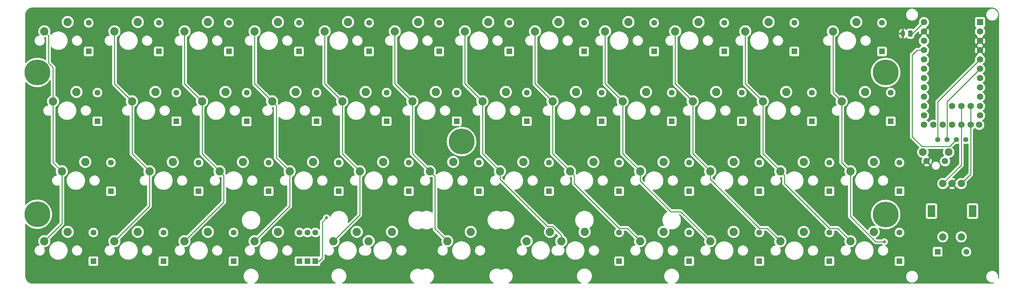
<source format=gtl>
G04 #@! TF.GenerationSoftware,KiCad,Pcbnew,(5.99.0-11526-gd613292b67)*
G04 #@! TF.CreationDate,2021-11-24T22:52:28-05:00*
G04 #@! TF.ProjectId,Whimsy,5768696d-7379-42e6-9b69-6361645f7063,0.2*
G04 #@! TF.SameCoordinates,Original*
G04 #@! TF.FileFunction,Copper,L1,Top*
G04 #@! TF.FilePolarity,Positive*
%FSLAX46Y46*%
G04 Gerber Fmt 4.6, Leading zero omitted, Abs format (unit mm)*
G04 Created by KiCad (PCBNEW (5.99.0-11526-gd613292b67)) date 2021-11-24 22:52:28*
%MOMM*%
%LPD*%
G01*
G04 APERTURE LIST*
G04 Aperture macros list*
%AMRoundRect*
0 Rectangle with rounded corners*
0 $1 Rounding radius*
0 $2 $3 $4 $5 $6 $7 $8 $9 X,Y pos of 4 corners*
0 Add a 4 corners polygon primitive as box body*
4,1,4,$2,$3,$4,$5,$6,$7,$8,$9,$2,$3,0*
0 Add four circle primitives for the rounded corners*
1,1,$1+$1,$2,$3*
1,1,$1+$1,$4,$5*
1,1,$1+$1,$6,$7*
1,1,$1+$1,$8,$9*
0 Add four rect primitives between the rounded corners*
20,1,$1+$1,$2,$3,$4,$5,0*
20,1,$1+$1,$4,$5,$6,$7,0*
20,1,$1+$1,$6,$7,$8,$9,0*
20,1,$1+$1,$8,$9,$2,$3,0*%
G04 Aperture macros list end*
G04 #@! TA.AperFunction,ComponentPad*
%ADD10R,1.600000X1.600000*%
G04 #@! TD*
G04 #@! TA.AperFunction,ComponentPad*
%ADD11C,1.600000*%
G04 #@! TD*
G04 #@! TA.AperFunction,ComponentPad*
%ADD12C,7.000240*%
G04 #@! TD*
G04 #@! TA.AperFunction,ComponentPad*
%ADD13C,2.250000*%
G04 #@! TD*
G04 #@! TA.AperFunction,ComponentPad*
%ADD14C,1.397000*%
G04 #@! TD*
G04 #@! TA.AperFunction,ComponentPad*
%ADD15C,2.000000*%
G04 #@! TD*
G04 #@! TA.AperFunction,ComponentPad*
%ADD16R,2.000000X3.200000*%
G04 #@! TD*
G04 #@! TA.AperFunction,ComponentPad*
%ADD17C,1.752600*%
G04 #@! TD*
G04 #@! TA.AperFunction,ComponentPad*
%ADD18C,2.100000*%
G04 #@! TD*
G04 #@! TA.AperFunction,ComponentPad*
%ADD19C,1.750000*%
G04 #@! TD*
G04 #@! TA.AperFunction,ComponentPad*
%ADD20R,1.752600X1.752600*%
G04 #@! TD*
G04 #@! TA.AperFunction,ComponentPad*
%ADD21RoundRect,0.250000X0.350000X0.625000X-0.350000X0.625000X-0.350000X-0.625000X0.350000X-0.625000X0*%
G04 #@! TD*
G04 #@! TA.AperFunction,ComponentPad*
%ADD22O,1.200000X1.750000*%
G04 #@! TD*
G04 #@! TA.AperFunction,ViaPad*
%ADD23C,0.800000*%
G04 #@! TD*
G04 #@! TA.AperFunction,Conductor*
%ADD24C,0.250000*%
G04 #@! TD*
G04 APERTURE END LIST*
D10*
X211890100Y-84707050D03*
D11*
X211890100Y-76907050D03*
D10*
X192840100Y-84707050D03*
D11*
X192840100Y-76907050D03*
D10*
X173790100Y-84707050D03*
D11*
X173790100Y-76907050D03*
D10*
X230940100Y-84707050D03*
D11*
X230940100Y-76907050D03*
D10*
X36788850Y-84707050D03*
D11*
X36788850Y-76907050D03*
D10*
X35677600Y-122807050D03*
D11*
X35677600Y-115007050D03*
D10*
X58220100Y-84707050D03*
D11*
X58220100Y-76907050D03*
D10*
X64252600Y-103757050D03*
D11*
X64252600Y-95957050D03*
D10*
X54727600Y-122807050D03*
D11*
X54727600Y-115007050D03*
D10*
X83302600Y-103757050D03*
D11*
X83302600Y-95957050D03*
D10*
X73777600Y-122807050D03*
D11*
X73777600Y-115007050D03*
D10*
X96320100Y-84707050D03*
D11*
X96320100Y-76907050D03*
D10*
X115370100Y-84707050D03*
D11*
X115370100Y-76907050D03*
D10*
X121402600Y-103757050D03*
D11*
X121402600Y-95957050D03*
D10*
X134420100Y-84707050D03*
D11*
X134420100Y-76907050D03*
D10*
X140452600Y-103757050D03*
D11*
X140452600Y-95957050D03*
D10*
X153470100Y-84707050D03*
D11*
X153470100Y-76907050D03*
D10*
X159502600Y-103757050D03*
D11*
X159502600Y-95957050D03*
D10*
X178552600Y-122807050D03*
D11*
X178552600Y-115007050D03*
D10*
X178552600Y-103757050D03*
D11*
X178552600Y-95957050D03*
D10*
X197602600Y-122807050D03*
D11*
X197602600Y-115007050D03*
D10*
X197602600Y-103757050D03*
D11*
X197602600Y-95957050D03*
D10*
X216652600Y-122807050D03*
D11*
X216652600Y-115007050D03*
D10*
X216652600Y-103757050D03*
D11*
X216652600Y-95957050D03*
D10*
X235702600Y-103757050D03*
D11*
X235702600Y-95957050D03*
D10*
X254752600Y-103757050D03*
D11*
X254752600Y-95957050D03*
D10*
X265136800Y-120256727D03*
D11*
X272936800Y-120256727D03*
D10*
X77333600Y-84738800D03*
D11*
X77333600Y-76938800D03*
D10*
X235702600Y-122807050D03*
D11*
X235702600Y-115007050D03*
D10*
X207127600Y-65688800D03*
D11*
X207127600Y-57888800D03*
D10*
X91557600Y-65688800D03*
D11*
X91557600Y-57888800D03*
D10*
X72507600Y-65688800D03*
D11*
X72507600Y-57888800D03*
D10*
X53457600Y-65688800D03*
D11*
X53457600Y-57888800D03*
D10*
X34407600Y-65688800D03*
D11*
X34407600Y-57888800D03*
D10*
X110607600Y-65688800D03*
D11*
X110607600Y-57888800D03*
D10*
X188077600Y-65688800D03*
D11*
X188077600Y-57888800D03*
D10*
X129657600Y-65688800D03*
D11*
X129657600Y-57888800D03*
D10*
X226177600Y-65688800D03*
D11*
X226177600Y-57888800D03*
D10*
X169027600Y-65688800D03*
D11*
X169027600Y-57888800D03*
D10*
X148707600Y-65688800D03*
D11*
X148707600Y-57888800D03*
D10*
X249990100Y-65688800D03*
D11*
X249990100Y-57888800D03*
D10*
X252371350Y-84707050D03*
D11*
X252371350Y-76907050D03*
D10*
X254752600Y-122807050D03*
D11*
X254752600Y-115007050D03*
D10*
X40440100Y-103757050D03*
D11*
X40440100Y-95957050D03*
D10*
X102352600Y-103757050D03*
D11*
X102352600Y-95957050D03*
D12*
X135737600Y-90220800D03*
X250990100Y-110096300D03*
X250990100Y-71424800D03*
X20421600Y-110032800D03*
X20421600Y-71424800D03*
D13*
X22342600Y-60217050D03*
X28692600Y-57677050D03*
X24723850Y-79267050D03*
X31073850Y-76727050D03*
X27105100Y-98317050D03*
X33455100Y-95777050D03*
X22342600Y-117367050D03*
X28692600Y-114827050D03*
X41392600Y-60217050D03*
X47742600Y-57677050D03*
X46155100Y-79267050D03*
X52505100Y-76727050D03*
X50917600Y-98317050D03*
X57267600Y-95777050D03*
X41392600Y-117367050D03*
X47742600Y-114827050D03*
X60442600Y-60217050D03*
X66792600Y-57677050D03*
X65205100Y-79267050D03*
X71555100Y-76727050D03*
X69967600Y-98317050D03*
X76317600Y-95777050D03*
X60442600Y-117367050D03*
X66792600Y-114827050D03*
X79492600Y-60217050D03*
X85842600Y-57677050D03*
X84255100Y-79267050D03*
X90605100Y-76727050D03*
X89017600Y-98317050D03*
X95367600Y-95777050D03*
X79492600Y-117367050D03*
X85842600Y-114827050D03*
X98542600Y-60217050D03*
X104892600Y-57677050D03*
X103305100Y-79267050D03*
X109655100Y-76727050D03*
X108067600Y-98317050D03*
X114417600Y-95777050D03*
X100923850Y-117367050D03*
X107273850Y-114827050D03*
X117592600Y-60217050D03*
X123942600Y-57677050D03*
X122355100Y-79267050D03*
X128705100Y-76727050D03*
X127117600Y-98317050D03*
X133467600Y-95777050D03*
X136642600Y-60217050D03*
X142992600Y-57677050D03*
X141405100Y-79267050D03*
X147755100Y-76727050D03*
X146167600Y-98317050D03*
X152517600Y-95777050D03*
X155692600Y-60217050D03*
X162042600Y-57677050D03*
X160455100Y-79267050D03*
X166805100Y-76727050D03*
X165217600Y-98317050D03*
X171567600Y-95777050D03*
X184267600Y-117367050D03*
X190617600Y-114827050D03*
X174742600Y-60217050D03*
X181092600Y-57677050D03*
X179505100Y-79267050D03*
X185855100Y-76727050D03*
X184267600Y-98317050D03*
X190617600Y-95777050D03*
X203317600Y-117367050D03*
X209667600Y-114827050D03*
X193792600Y-60217050D03*
X200142600Y-57677050D03*
X198555100Y-79267050D03*
X204905100Y-76727050D03*
X203317600Y-98317050D03*
X209667600Y-95777050D03*
X222367600Y-117398800D03*
X228717600Y-114858800D03*
X212842600Y-60217050D03*
X219192600Y-57677050D03*
X217605100Y-79267050D03*
X223955100Y-76727050D03*
X222367600Y-98317050D03*
X228717600Y-95777050D03*
X241417600Y-117367050D03*
X247767600Y-114827050D03*
X236655100Y-60217050D03*
X243005100Y-57677050D03*
X239036350Y-79267050D03*
X245386350Y-76727050D03*
X241417600Y-98317050D03*
X247767600Y-95777050D03*
D14*
X265176000Y-89664217D03*
X267716000Y-89664217D03*
X270256000Y-89664217D03*
X272796000Y-89664217D03*
D15*
X271536800Y-101678037D03*
X266536800Y-101678037D03*
X269036800Y-101678037D03*
D16*
X274636800Y-109178037D03*
X263436800Y-109178037D03*
D15*
X266536800Y-116178037D03*
X271536800Y-116178037D03*
D13*
X131880100Y-117367050D03*
X138230100Y-114827050D03*
X153416000Y-117348000D03*
X159766000Y-114808000D03*
X162836350Y-117367050D03*
X169186350Y-114827050D03*
X110490000Y-117348000D03*
X116840000Y-114808000D03*
D10*
X93853000Y-122807050D03*
D11*
X93853000Y-115007050D03*
D10*
X96012000Y-122807050D03*
D11*
X96012000Y-115007050D03*
D10*
X91694000Y-122807050D03*
D11*
X91694000Y-115007050D03*
D17*
X269020000Y-80600000D03*
X271560000Y-80600000D03*
X274100000Y-80600000D03*
D18*
X268125000Y-93097500D03*
X261115000Y-93097500D03*
D19*
X267125000Y-95587500D03*
X262125000Y-95587500D03*
D20*
X276655600Y-57736477D03*
D17*
X276655600Y-60276477D03*
X276655600Y-62816477D03*
X276655600Y-65356477D03*
X276655600Y-67896477D03*
X276655600Y-70436477D03*
X276655600Y-72976477D03*
X276655600Y-75516477D03*
X276655600Y-78056477D03*
X276655600Y-80596477D03*
X276655600Y-83136477D03*
X276427000Y-85676477D03*
X261415600Y-85676477D03*
X261415600Y-83136477D03*
X261415600Y-80596477D03*
X261415600Y-78056477D03*
X261415600Y-75516477D03*
X261415600Y-72976477D03*
X261415600Y-70436477D03*
X261415600Y-67896477D03*
X261415600Y-65356477D03*
X261415600Y-62816477D03*
X261415600Y-60276477D03*
X261415600Y-57736477D03*
X274115600Y-85676477D03*
X271575600Y-85676477D03*
X269035600Y-85676477D03*
X266495600Y-85676477D03*
X263955600Y-85676477D03*
D21*
X257700000Y-60850000D03*
D22*
X255700000Y-60850000D03*
D23*
X99019360Y-110967520D03*
X250672600Y-117525800D03*
D24*
X97883980Y-112102900D02*
X99019360Y-110967520D01*
X97883980Y-121985070D02*
X97883980Y-112102900D01*
X96012000Y-122807050D02*
X97062000Y-122807050D01*
X97062000Y-122807050D02*
X97883980Y-121985070D01*
X265176000Y-79376077D02*
X265176000Y-89664217D01*
X276655600Y-67896477D02*
X265176000Y-79376077D01*
X276655600Y-70436477D02*
X267716000Y-79376077D01*
X267716000Y-79376077D02*
X267716000Y-89664217D01*
X268320217Y-91600000D02*
X270256000Y-89664217D01*
X260900000Y-91600000D02*
X268320217Y-91600000D01*
X258200000Y-66667795D02*
X258200000Y-88900000D01*
X258200000Y-88900000D02*
X260900000Y-91600000D01*
X259511318Y-65356477D02*
X258200000Y-66667795D01*
X261415600Y-65356477D02*
X259511318Y-65356477D01*
X23467599Y-61342049D02*
X23467599Y-68809619D01*
X239036350Y-95935800D02*
X241417600Y-98317050D01*
X24723850Y-77676060D02*
X24723850Y-79267050D01*
X22342600Y-117367050D02*
X27105100Y-112604550D01*
X241417600Y-102306412D02*
X241417600Y-110623052D01*
X22342600Y-60217050D02*
X23467599Y-61342049D01*
X241417600Y-98317050D02*
X241417600Y-102306412D01*
X236655100Y-76885800D02*
X239036350Y-79267050D01*
X241417600Y-110623052D02*
X248320348Y-117525800D01*
X248320348Y-117525800D02*
X250672600Y-117525800D01*
X23467599Y-68809619D02*
X24723850Y-70065870D01*
X24723850Y-79267050D02*
X24723850Y-95935800D01*
X236655100Y-60217050D02*
X236655100Y-76885800D01*
X24723850Y-95935800D02*
X27105100Y-98317050D01*
X27105100Y-112604550D02*
X27105100Y-98317050D01*
X24723850Y-70065870D02*
X24723850Y-77676060D01*
X239036350Y-79267050D02*
X239036350Y-95935800D01*
X223492599Y-101604023D02*
X235770625Y-113882049D01*
X212842600Y-60217050D02*
X212842600Y-74504550D01*
X237932599Y-113882049D02*
X240292601Y-116242051D01*
X41392600Y-60217050D02*
X41392600Y-74504550D01*
X212842600Y-74504550D02*
X217605100Y-79267050D01*
X46155100Y-79267050D02*
X46155100Y-93554550D01*
X223492599Y-99442049D02*
X223492599Y-101604023D01*
X240292601Y-116242051D02*
X241417600Y-117367050D01*
X235770625Y-113882049D02*
X237932599Y-113882049D01*
X222367600Y-98317050D02*
X223492599Y-99442049D01*
X41392600Y-117367050D02*
X50917600Y-107842050D01*
X217605100Y-79267050D02*
X217605100Y-93554550D01*
X217605100Y-93554550D02*
X222367600Y-98317050D01*
X46155100Y-93554550D02*
X50917600Y-98317050D01*
X41392600Y-74504550D02*
X46155100Y-79267050D01*
X50917600Y-107842050D02*
X50917600Y-98317050D01*
X203317600Y-100479024D02*
X216720625Y-113882049D01*
X221242601Y-116273801D02*
X222367600Y-117398800D01*
X216720625Y-113882049D02*
X218850849Y-113882049D01*
X71092599Y-106717051D02*
X61567599Y-116242051D01*
X193792600Y-60217050D02*
X193792600Y-74504550D01*
X198555100Y-93554550D02*
X203317600Y-98317050D01*
X65205100Y-93554550D02*
X69967600Y-98317050D01*
X60442600Y-74504550D02*
X65205100Y-79267050D01*
X71092599Y-99442049D02*
X71092599Y-106717051D01*
X218850849Y-113882049D02*
X221242601Y-116273801D01*
X65205100Y-79267050D02*
X65205100Y-93554550D01*
X69967600Y-98317050D02*
X71092599Y-99442049D01*
X203317600Y-98317050D02*
X203317600Y-100479024D01*
X61567599Y-116242051D02*
X60442600Y-117367050D01*
X60442600Y-60217050D02*
X60442600Y-74504550D01*
X193792600Y-74504550D02*
X198555100Y-79267050D01*
X198555100Y-79267050D02*
X198555100Y-93554550D01*
X174742600Y-74504550D02*
X179505100Y-79267050D01*
X184267600Y-98317050D02*
X184267600Y-101006400D01*
X84255100Y-79267050D02*
X85380099Y-80392049D01*
X195283699Y-109333149D02*
X202192601Y-116242051D01*
X89017600Y-98317050D02*
X89017600Y-107842050D01*
X202192601Y-116242051D02*
X203317600Y-117367050D01*
X85380099Y-94679549D02*
X87892601Y-97192051D01*
X192594349Y-109333149D02*
X195283699Y-109333149D01*
X179505100Y-93554550D02*
X184267600Y-98317050D01*
X79492600Y-74504550D02*
X84255100Y-79267050D01*
X85380099Y-80392049D02*
X85380099Y-94679549D01*
X179505100Y-79267050D02*
X179505100Y-93554550D01*
X184267600Y-101006400D02*
X192594349Y-109333149D01*
X174742600Y-60217050D02*
X174742600Y-74504550D01*
X79492600Y-60217050D02*
X79492600Y-74504550D01*
X89017600Y-107842050D02*
X79492600Y-117367050D01*
X87892601Y-97192051D02*
X89017600Y-98317050D01*
X108067600Y-110223300D02*
X100923850Y-117367050D01*
X103305100Y-93554550D02*
X108067600Y-98317050D01*
X166342599Y-99442049D02*
X166342599Y-101604023D01*
X165217600Y-98317050D02*
X166342599Y-99442049D01*
X166342599Y-101604023D02*
X178620625Y-113882049D01*
X98542600Y-60217050D02*
X98542600Y-74504550D01*
X155692600Y-74504550D02*
X160455100Y-79267050D01*
X178620625Y-113882049D02*
X180782599Y-113882049D01*
X103305100Y-79267050D02*
X103305100Y-93554550D01*
X108067600Y-98317050D02*
X108067600Y-110223300D01*
X160455100Y-93554550D02*
X165217600Y-98317050D01*
X183142601Y-116242051D02*
X184267600Y-117367050D01*
X98542600Y-74504550D02*
X103305100Y-79267050D01*
X155692600Y-60217050D02*
X155692600Y-74504550D01*
X180782599Y-113882049D02*
X183142601Y-116242051D01*
X160455100Y-79267050D02*
X160455100Y-93554550D01*
X122355100Y-93554550D02*
X127117600Y-98317050D01*
X136642600Y-74504550D02*
X141405100Y-79267050D01*
X141405100Y-93554550D02*
X146167600Y-98317050D01*
X130755101Y-116242051D02*
X131880100Y-117367050D01*
X162836350Y-115776060D02*
X162836350Y-117367050D01*
X159046575Y-113357999D02*
X160418289Y-113357999D01*
X146167600Y-100479024D02*
X159046575Y-113357999D01*
X128525151Y-99724601D02*
X128525151Y-114012101D01*
X153435050Y-117367050D02*
X153416000Y-117348000D01*
X136642600Y-60217050D02*
X136642600Y-74504550D01*
X122355100Y-79267050D02*
X122355100Y-93554550D01*
X146167600Y-98317050D02*
X146167600Y-100479024D01*
X127117600Y-98317050D02*
X128525151Y-99724601D01*
X141405100Y-79267050D02*
X141405100Y-93554550D01*
X128525151Y-114012101D02*
X130755101Y-116242051D01*
X117592600Y-60217050D02*
X117592600Y-74504550D01*
X160418289Y-113357999D02*
X162836350Y-115776060D01*
X117592600Y-74504550D02*
X122355100Y-79267050D01*
X258302077Y-60850000D02*
X257700000Y-60850000D01*
X261415600Y-57736477D02*
X258302077Y-60850000D01*
X274100000Y-85660877D02*
X274115600Y-85676477D01*
X274115600Y-85676477D02*
X274115600Y-98184400D01*
X274115600Y-99099237D02*
X274115600Y-98184400D01*
X271536800Y-101678037D02*
X274115600Y-99099237D01*
X274100000Y-80600000D02*
X274100000Y-85660877D01*
X271575600Y-96639237D02*
X271575600Y-96175600D01*
X271575600Y-85676477D02*
X271575600Y-96175600D01*
X271560000Y-85660877D02*
X271575600Y-85676477D01*
X271560000Y-80600000D02*
X271560000Y-85660877D01*
X266536800Y-101678037D02*
X271575600Y-96639237D01*
G04 #@! TA.AperFunction,Conductor*
G36*
X279771994Y-53709800D02*
G01*
X279798753Y-53713699D01*
X279814992Y-53711414D01*
X279839554Y-53710379D01*
X279960564Y-53717124D01*
X280060066Y-53722671D01*
X280076426Y-53724663D01*
X280319360Y-53770523D01*
X280335321Y-53774633D01*
X280570200Y-53851814D01*
X280585474Y-53857966D01*
X280808278Y-53965148D01*
X280822621Y-53973243D01*
X280990107Y-54082803D01*
X281029519Y-54108584D01*
X281042689Y-54118487D01*
X281072581Y-54144189D01*
X281230151Y-54279674D01*
X281241919Y-54291214D01*
X281406738Y-54475491D01*
X281416896Y-54488465D01*
X281447078Y-54532694D01*
X281556249Y-54692675D01*
X281564629Y-54706867D01*
X281676136Y-54927521D01*
X281682592Y-54942686D01*
X281764344Y-55176007D01*
X281768765Y-55191884D01*
X281819364Y-55433879D01*
X281821675Y-55450199D01*
X281837731Y-55663259D01*
X281836930Y-55686299D01*
X281836921Y-55689859D01*
X281835627Y-55698743D01*
X281836878Y-55707631D01*
X281839621Y-55727123D01*
X281840850Y-55744682D01*
X281840774Y-82999494D01*
X281840653Y-126853332D01*
X281839272Y-126871933D01*
X281835441Y-126897599D01*
X281837580Y-126913191D01*
X281837668Y-126913835D01*
X281838617Y-126938407D01*
X281825624Y-127157749D01*
X281823575Y-127174102D01*
X281797662Y-127308793D01*
X281778988Y-127345045D01*
X281784157Y-127359865D01*
X281782045Y-127389963D01*
X281777081Y-127415767D01*
X281772918Y-127431703D01*
X281768485Y-127445039D01*
X281728012Y-127503367D01*
X281662427Y-127530555D01*
X281592555Y-127517970D01*
X281540579Y-127469607D01*
X281523001Y-127400821D01*
X281526403Y-127375867D01*
X281535795Y-127336746D01*
X281552660Y-127307374D01*
X281548506Y-127297008D01*
X281548319Y-127275103D01*
X281566686Y-127041730D01*
X281567074Y-127036800D01*
X281547209Y-126784397D01*
X281488105Y-126538209D01*
X281486211Y-126533636D01*
X281393111Y-126308872D01*
X281393109Y-126308868D01*
X281391216Y-126304298D01*
X281258928Y-126088424D01*
X281094498Y-125895902D01*
X280901976Y-125731472D01*
X280686102Y-125599184D01*
X280681532Y-125597291D01*
X280681528Y-125597289D01*
X280456764Y-125504189D01*
X280456762Y-125504188D01*
X280452191Y-125502295D01*
X280367568Y-125481979D01*
X280210816Y-125444346D01*
X280210810Y-125444345D01*
X280206003Y-125443191D01*
X279953600Y-125423326D01*
X279701197Y-125443191D01*
X279696390Y-125444345D01*
X279696384Y-125444346D01*
X279539632Y-125481979D01*
X279455009Y-125502295D01*
X279450438Y-125504188D01*
X279450436Y-125504189D01*
X279225672Y-125597289D01*
X279225668Y-125597291D01*
X279221098Y-125599184D01*
X279005224Y-125731472D01*
X278812702Y-125895902D01*
X278648272Y-126088424D01*
X278515984Y-126304298D01*
X278514091Y-126308868D01*
X278514089Y-126308872D01*
X278420989Y-126533636D01*
X278419095Y-126538209D01*
X278359991Y-126784397D01*
X278340126Y-127036800D01*
X278359991Y-127289203D01*
X278361145Y-127294010D01*
X278361146Y-127294016D01*
X278364353Y-127307374D01*
X278419095Y-127535391D01*
X278420988Y-127539962D01*
X278420989Y-127539964D01*
X278505460Y-127743894D01*
X278515984Y-127769302D01*
X278648272Y-127985176D01*
X278812702Y-128177698D01*
X279005224Y-128342128D01*
X279221098Y-128474416D01*
X279225668Y-128476309D01*
X279225672Y-128476311D01*
X279450436Y-128569411D01*
X279455009Y-128571305D01*
X279487824Y-128579183D01*
X279696384Y-128629254D01*
X279696390Y-128629255D01*
X279701197Y-128630409D01*
X279953600Y-128650274D01*
X279958530Y-128649886D01*
X280192883Y-128631442D01*
X280234135Y-128640108D01*
X280250879Y-128623748D01*
X280280567Y-128612508D01*
X280308942Y-128605696D01*
X280379850Y-128609244D01*
X280437583Y-128650564D01*
X280463813Y-128716537D01*
X280450210Y-128786219D01*
X280401094Y-128837484D01*
X280379607Y-128847271D01*
X280372640Y-128849685D01*
X280356744Y-128854051D01*
X280335336Y-128858449D01*
X280275683Y-128853488D01*
X280247643Y-128874792D01*
X280228131Y-128880475D01*
X280115688Y-128903576D01*
X280099363Y-128905830D01*
X280007393Y-128912438D01*
X279887368Y-128921062D01*
X279864340Y-128920182D01*
X279860779Y-128920161D01*
X279851897Y-128918835D01*
X279843002Y-128920055D01*
X279843001Y-128920055D01*
X279822399Y-128922881D01*
X279805277Y-128924050D01*
X193856695Y-128924050D01*
X193788574Y-128904048D01*
X193742081Y-128850392D01*
X193731977Y-128780118D01*
X193761471Y-128715538D01*
X193793124Y-128689262D01*
X193981501Y-128579183D01*
X193981502Y-128579182D01*
X193985204Y-128577019D01*
X194203286Y-128406021D01*
X194224736Y-128383887D01*
X194393160Y-128210086D01*
X194396143Y-128207008D01*
X194398676Y-128203560D01*
X194398680Y-128203555D01*
X194557668Y-127987118D01*
X194560206Y-127983663D01*
X194562252Y-127979895D01*
X194690390Y-127743894D01*
X194690391Y-127743892D01*
X194692440Y-127740118D01*
X194790398Y-127480880D01*
X194818114Y-127359865D01*
X194851310Y-127214926D01*
X194851311Y-127214921D01*
X194852267Y-127210746D01*
X194867791Y-127036800D01*
X256552126Y-127036800D01*
X256571991Y-127289203D01*
X256573145Y-127294010D01*
X256573146Y-127294016D01*
X256576353Y-127307374D01*
X256631095Y-127535391D01*
X256632988Y-127539962D01*
X256632989Y-127539964D01*
X256717460Y-127743894D01*
X256727984Y-127769302D01*
X256860272Y-127985176D01*
X257024702Y-128177698D01*
X257217224Y-128342128D01*
X257433098Y-128474416D01*
X257437668Y-128476309D01*
X257437672Y-128476311D01*
X257662436Y-128569411D01*
X257667009Y-128571305D01*
X257699824Y-128579183D01*
X257908384Y-128629254D01*
X257908390Y-128629255D01*
X257913197Y-128630409D01*
X258165600Y-128650274D01*
X258418003Y-128630409D01*
X258422810Y-128629255D01*
X258422816Y-128629254D01*
X258631376Y-128579183D01*
X258664191Y-128571305D01*
X258668764Y-128569411D01*
X258893528Y-128476311D01*
X258893532Y-128476309D01*
X258898102Y-128474416D01*
X259113976Y-128342128D01*
X259306498Y-128177698D01*
X259470928Y-127985176D01*
X259603216Y-127769302D01*
X259613741Y-127743894D01*
X259698211Y-127539964D01*
X259698212Y-127539962D01*
X259700105Y-127535391D01*
X259754847Y-127307374D01*
X259758054Y-127294016D01*
X259758055Y-127294010D01*
X259759209Y-127289203D01*
X259779074Y-127036800D01*
X259759209Y-126784397D01*
X259700105Y-126538209D01*
X259698211Y-126533636D01*
X259605111Y-126308872D01*
X259605109Y-126308868D01*
X259603216Y-126304298D01*
X259470928Y-126088424D01*
X259306498Y-125895902D01*
X259113976Y-125731472D01*
X258898102Y-125599184D01*
X258893532Y-125597291D01*
X258893528Y-125597289D01*
X258668764Y-125504189D01*
X258668762Y-125504188D01*
X258664191Y-125502295D01*
X258579568Y-125481979D01*
X258422816Y-125444346D01*
X258422810Y-125444345D01*
X258418003Y-125443191D01*
X258165600Y-125423326D01*
X257913197Y-125443191D01*
X257908390Y-125444345D01*
X257908384Y-125444346D01*
X257751632Y-125481979D01*
X257667009Y-125502295D01*
X257662438Y-125504188D01*
X257662436Y-125504189D01*
X257437672Y-125597289D01*
X257437668Y-125597291D01*
X257433098Y-125599184D01*
X257217224Y-125731472D01*
X257024702Y-125895902D01*
X256860272Y-126088424D01*
X256727984Y-126304298D01*
X256726091Y-126308868D01*
X256726089Y-126308872D01*
X256632989Y-126533636D01*
X256631095Y-126538209D01*
X256571991Y-126784397D01*
X256552126Y-127036800D01*
X194867791Y-127036800D01*
X194876902Y-126934715D01*
X194876993Y-126926079D01*
X194877323Y-126894534D01*
X194877323Y-126894533D01*
X194877349Y-126892050D01*
X194875747Y-126868549D01*
X194858792Y-126619841D01*
X194858791Y-126619835D01*
X194858500Y-126615564D01*
X194802302Y-126344193D01*
X194709795Y-126082961D01*
X194615185Y-125899658D01*
X194584655Y-125840507D01*
X194584655Y-125840506D01*
X194582690Y-125836700D01*
X194569302Y-125817650D01*
X194425807Y-125613478D01*
X194425806Y-125613477D01*
X194423340Y-125609968D01*
X194234693Y-125406959D01*
X194215254Y-125391048D01*
X194127466Y-125319195D01*
X194020240Y-125231432D01*
X193783949Y-125086633D01*
X193780032Y-125084914D01*
X193780029Y-125084912D01*
X193668446Y-125035931D01*
X193530193Y-124975242D01*
X193526065Y-124974066D01*
X193526062Y-124974065D01*
X193434342Y-124947938D01*
X193263668Y-124899320D01*
X193259426Y-124898716D01*
X193259420Y-124898715D01*
X192993555Y-124860877D01*
X192989304Y-124860272D01*
X192843215Y-124859507D01*
X192716466Y-124858843D01*
X192716460Y-124858843D01*
X192712180Y-124858821D01*
X192707935Y-124859380D01*
X192707933Y-124859380D01*
X192696563Y-124860877D01*
X192437423Y-124894994D01*
X192170117Y-124968120D01*
X192166169Y-124969804D01*
X191919160Y-125075162D01*
X191919156Y-125075164D01*
X191915208Y-125076848D01*
X191895121Y-125088870D01*
X191681096Y-125216961D01*
X191681092Y-125216964D01*
X191677414Y-125219165D01*
X191461135Y-125392437D01*
X191270373Y-125593459D01*
X191255988Y-125613478D01*
X191111794Y-125814145D01*
X191108657Y-125818510D01*
X190978980Y-126063426D01*
X190969832Y-126088424D01*
X190892379Y-126300078D01*
X190883743Y-126323676D01*
X190824706Y-126594442D01*
X190802963Y-126870716D01*
X190818915Y-127147385D01*
X190819740Y-127151592D01*
X190819741Y-127151597D01*
X190831346Y-127210746D01*
X190872269Y-127419329D01*
X190873656Y-127423380D01*
X190959146Y-127673077D01*
X190962035Y-127681516D01*
X191086554Y-127929094D01*
X191165038Y-128043289D01*
X191227999Y-128134898D01*
X191243521Y-128157483D01*
X191430032Y-128362455D01*
X191433321Y-128365205D01*
X191639343Y-128537467D01*
X191639348Y-128537471D01*
X191642635Y-128540219D01*
X191877396Y-128687485D01*
X191877788Y-128687662D01*
X191927704Y-128736825D01*
X191943323Y-128806083D01*
X191919019Y-128872790D01*
X191862508Y-128915767D01*
X191817579Y-128924050D01*
X170116244Y-128924050D01*
X170048123Y-128904048D01*
X170001630Y-128850392D01*
X169991526Y-128780118D01*
X170021020Y-128715538D01*
X170052674Y-128689262D01*
X170273645Y-128560137D01*
X170273652Y-128560133D01*
X170277354Y-128557969D01*
X170495436Y-128386971D01*
X170534990Y-128346155D01*
X170685310Y-128191036D01*
X170688293Y-128187958D01*
X170690826Y-128184510D01*
X170690830Y-128184505D01*
X170849818Y-127968068D01*
X170852356Y-127964613D01*
X170984590Y-127721068D01*
X171082548Y-127461830D01*
X171139097Y-127214926D01*
X171143460Y-127195876D01*
X171143461Y-127195871D01*
X171144417Y-127191696D01*
X171169052Y-126915665D01*
X171169465Y-126876295D01*
X171169473Y-126875484D01*
X171169473Y-126875483D01*
X171169499Y-126873000D01*
X171168045Y-126851666D01*
X171150942Y-126600791D01*
X171150941Y-126600785D01*
X171150650Y-126596514D01*
X171094452Y-126325143D01*
X171012118Y-126092638D01*
X171003376Y-126067952D01*
X171001945Y-126063911D01*
X170886637Y-125840507D01*
X170876805Y-125821457D01*
X170876805Y-125821456D01*
X170874840Y-125817650D01*
X170812459Y-125728890D01*
X170717957Y-125594428D01*
X170717956Y-125594427D01*
X170715490Y-125590918D01*
X170526843Y-125387909D01*
X170505822Y-125370703D01*
X170338983Y-125234148D01*
X170312390Y-125212382D01*
X170076099Y-125067583D01*
X170072182Y-125065864D01*
X170072179Y-125065862D01*
X169960596Y-125016881D01*
X169822343Y-124956192D01*
X169818215Y-124955016D01*
X169818212Y-124955015D01*
X169736167Y-124931644D01*
X169555818Y-124880270D01*
X169551576Y-124879666D01*
X169551570Y-124879665D01*
X169285705Y-124841827D01*
X169281454Y-124841222D01*
X169135365Y-124840457D01*
X169008616Y-124839793D01*
X169008610Y-124839793D01*
X169004330Y-124839771D01*
X169000085Y-124840330D01*
X169000083Y-124840330D01*
X168988713Y-124841827D01*
X168729573Y-124875944D01*
X168462267Y-124949070D01*
X168458319Y-124950754D01*
X168211310Y-125056112D01*
X168211306Y-125056114D01*
X168207358Y-125057798D01*
X168155441Y-125088870D01*
X167973246Y-125197911D01*
X167973242Y-125197914D01*
X167969564Y-125200115D01*
X167753285Y-125373387D01*
X167562523Y-125574409D01*
X167400807Y-125799460D01*
X167271130Y-126044376D01*
X167175893Y-126304626D01*
X167116856Y-126575392D01*
X167095113Y-126851666D01*
X167111065Y-127128335D01*
X167111890Y-127132542D01*
X167111891Y-127132547D01*
X167127876Y-127214019D01*
X167164419Y-127400279D01*
X167165806Y-127404330D01*
X167212244Y-127539964D01*
X167254185Y-127662466D01*
X167378704Y-127910044D01*
X167432924Y-127988935D01*
X167530266Y-128130568D01*
X167535671Y-128138433D01*
X167722182Y-128343405D01*
X167725471Y-128346155D01*
X167931493Y-128518417D01*
X167931498Y-128518421D01*
X167934785Y-128521169D01*
X168016634Y-128572513D01*
X168165906Y-128666152D01*
X168165910Y-128666154D01*
X168169546Y-128668435D01*
X168173458Y-128670201D01*
X168173463Y-128670204D01*
X168202275Y-128683213D01*
X168256130Y-128729475D01*
X168276424Y-128797510D01*
X168256714Y-128865716D01*
X168203258Y-128912438D01*
X168150425Y-128924050D01*
X148612945Y-128924050D01*
X148544824Y-128904048D01*
X148498331Y-128850392D01*
X148488227Y-128780118D01*
X148517721Y-128715538D01*
X148549374Y-128689262D01*
X148737751Y-128579183D01*
X148737752Y-128579182D01*
X148741454Y-128577019D01*
X148959536Y-128406021D01*
X148980986Y-128383887D01*
X149149410Y-128210086D01*
X149152393Y-128207008D01*
X149154926Y-128203560D01*
X149154930Y-128203555D01*
X149313918Y-127987118D01*
X149316456Y-127983663D01*
X149318502Y-127979895D01*
X149446640Y-127743894D01*
X149446641Y-127743892D01*
X149448690Y-127740118D01*
X149546648Y-127480880D01*
X149574364Y-127359865D01*
X149607560Y-127214926D01*
X149607561Y-127214921D01*
X149608517Y-127210746D01*
X149633152Y-126934715D01*
X149633243Y-126926079D01*
X149633573Y-126894534D01*
X149633573Y-126894533D01*
X149633599Y-126892050D01*
X149631997Y-126868549D01*
X149615042Y-126619841D01*
X149615041Y-126619835D01*
X149614750Y-126615564D01*
X149558552Y-126344193D01*
X149466045Y-126082961D01*
X149371435Y-125899658D01*
X149340905Y-125840507D01*
X149340905Y-125840506D01*
X149338940Y-125836700D01*
X149325552Y-125817650D01*
X149182057Y-125613478D01*
X149182056Y-125613477D01*
X149179590Y-125609968D01*
X148990943Y-125406959D01*
X148971504Y-125391048D01*
X148883716Y-125319195D01*
X148776490Y-125231432D01*
X148540199Y-125086633D01*
X148536282Y-125084914D01*
X148536279Y-125084912D01*
X148424696Y-125035931D01*
X148286443Y-124975242D01*
X148282315Y-124974066D01*
X148282312Y-124974065D01*
X148190592Y-124947938D01*
X148019918Y-124899320D01*
X148015676Y-124898716D01*
X148015670Y-124898715D01*
X147749805Y-124860877D01*
X147745554Y-124860272D01*
X147599465Y-124859507D01*
X147472716Y-124858843D01*
X147472710Y-124858843D01*
X147468430Y-124858821D01*
X147464185Y-124859380D01*
X147464183Y-124859380D01*
X147452813Y-124860877D01*
X147193673Y-124894994D01*
X146926367Y-124968120D01*
X146922419Y-124969804D01*
X146675410Y-125075162D01*
X146675406Y-125075164D01*
X146671458Y-125076848D01*
X146655109Y-125086633D01*
X146538246Y-125156574D01*
X146469522Y-125174394D01*
X146407705Y-125155891D01*
X146298336Y-125088870D01*
X146263599Y-125067583D01*
X146259682Y-125065864D01*
X146259679Y-125065862D01*
X146148096Y-125016881D01*
X146009843Y-124956192D01*
X146005715Y-124955016D01*
X146005712Y-124955015D01*
X145923667Y-124931644D01*
X145743318Y-124880270D01*
X145739076Y-124879666D01*
X145739070Y-124879665D01*
X145473205Y-124841827D01*
X145468954Y-124841222D01*
X145322865Y-124840457D01*
X145196116Y-124839793D01*
X145196110Y-124839793D01*
X145191830Y-124839771D01*
X145187585Y-124840330D01*
X145187583Y-124840330D01*
X145176213Y-124841827D01*
X144917073Y-124875944D01*
X144649767Y-124949070D01*
X144645819Y-124950754D01*
X144398810Y-125056112D01*
X144398806Y-125056114D01*
X144394858Y-125057798D01*
X144342941Y-125088870D01*
X144160746Y-125197911D01*
X144160742Y-125197914D01*
X144157064Y-125200115D01*
X143940785Y-125373387D01*
X143750023Y-125574409D01*
X143588307Y-125799460D01*
X143458630Y-126044376D01*
X143363393Y-126304626D01*
X143304356Y-126575392D01*
X143282613Y-126851666D01*
X143298565Y-127128335D01*
X143299390Y-127132542D01*
X143299391Y-127132547D01*
X143315376Y-127214019D01*
X143351919Y-127400279D01*
X143353306Y-127404330D01*
X143399744Y-127539964D01*
X143441685Y-127662466D01*
X143566204Y-127910044D01*
X143620424Y-127988935D01*
X143717766Y-128130568D01*
X143723171Y-128138433D01*
X143909682Y-128343405D01*
X143912971Y-128346155D01*
X144118993Y-128518417D01*
X144118998Y-128518421D01*
X144122285Y-128521169D01*
X144204134Y-128572513D01*
X144353406Y-128666152D01*
X144353410Y-128666154D01*
X144357046Y-128668435D01*
X144360958Y-128670201D01*
X144360963Y-128670204D01*
X144389775Y-128683213D01*
X144443630Y-128729475D01*
X144463924Y-128797510D01*
X144444214Y-128865716D01*
X144390758Y-128912438D01*
X144337925Y-128924050D01*
X127190244Y-128924050D01*
X127122123Y-128904048D01*
X127075630Y-128850392D01*
X127065526Y-128780118D01*
X127095020Y-128715538D01*
X127126674Y-128689262D01*
X127347645Y-128560137D01*
X127347652Y-128560133D01*
X127351354Y-128557969D01*
X127569436Y-128386971D01*
X127608990Y-128346155D01*
X127759310Y-128191036D01*
X127762293Y-128187958D01*
X127764826Y-128184510D01*
X127764830Y-128184505D01*
X127923818Y-127968068D01*
X127926356Y-127964613D01*
X128058590Y-127721068D01*
X128156548Y-127461830D01*
X128213097Y-127214926D01*
X128217460Y-127195876D01*
X128217461Y-127195871D01*
X128218417Y-127191696D01*
X128243052Y-126915665D01*
X128243465Y-126876295D01*
X128243473Y-126875484D01*
X128243473Y-126875483D01*
X128243499Y-126873000D01*
X128242045Y-126851666D01*
X128224942Y-126600791D01*
X128224941Y-126600785D01*
X128224650Y-126596514D01*
X128168452Y-126325143D01*
X128086118Y-126092638D01*
X128077376Y-126067952D01*
X128075945Y-126063911D01*
X127960637Y-125840507D01*
X127950805Y-125821457D01*
X127950805Y-125821456D01*
X127948840Y-125817650D01*
X127886459Y-125728890D01*
X127791957Y-125594428D01*
X127791956Y-125594427D01*
X127789490Y-125590918D01*
X127600843Y-125387909D01*
X127579822Y-125370703D01*
X127412983Y-125234148D01*
X127386390Y-125212382D01*
X127150099Y-125067583D01*
X127146182Y-125065864D01*
X127146179Y-125065862D01*
X127034596Y-125016881D01*
X126896343Y-124956192D01*
X126892215Y-124955016D01*
X126892212Y-124955015D01*
X126810167Y-124931644D01*
X126629818Y-124880270D01*
X126625576Y-124879666D01*
X126625570Y-124879665D01*
X126359705Y-124841827D01*
X126355454Y-124841222D01*
X126209365Y-124840457D01*
X126082616Y-124839793D01*
X126082610Y-124839793D01*
X126078330Y-124839771D01*
X126074085Y-124840330D01*
X126074083Y-124840330D01*
X126062713Y-124841827D01*
X125803573Y-124875944D01*
X125536267Y-124949070D01*
X125532319Y-124950754D01*
X125285310Y-125056112D01*
X125285306Y-125056114D01*
X125281358Y-125057798D01*
X125043564Y-125200115D01*
X125042547Y-125198416D01*
X124982832Y-125218324D01*
X124912436Y-125199840D01*
X124727699Y-125086633D01*
X124723782Y-125084914D01*
X124723779Y-125084912D01*
X124612196Y-125035931D01*
X124473943Y-124975242D01*
X124469815Y-124974066D01*
X124469812Y-124974065D01*
X124378092Y-124947938D01*
X124207418Y-124899320D01*
X124203176Y-124898716D01*
X124203170Y-124898715D01*
X123937305Y-124860877D01*
X123933054Y-124860272D01*
X123786965Y-124859507D01*
X123660216Y-124858843D01*
X123660210Y-124858843D01*
X123655930Y-124858821D01*
X123651685Y-124859380D01*
X123651683Y-124859380D01*
X123640313Y-124860877D01*
X123381173Y-124894994D01*
X123113867Y-124968120D01*
X123109919Y-124969804D01*
X122862910Y-125075162D01*
X122862906Y-125075164D01*
X122858958Y-125076848D01*
X122838871Y-125088870D01*
X122624846Y-125216961D01*
X122624842Y-125216964D01*
X122621164Y-125219165D01*
X122404885Y-125392437D01*
X122214123Y-125593459D01*
X122199738Y-125613478D01*
X122055544Y-125814145D01*
X122052407Y-125818510D01*
X121922730Y-126063426D01*
X121913582Y-126088424D01*
X121836129Y-126300078D01*
X121827493Y-126323676D01*
X121768456Y-126594442D01*
X121746713Y-126870716D01*
X121762665Y-127147385D01*
X121763490Y-127151592D01*
X121763491Y-127151597D01*
X121775096Y-127210746D01*
X121816019Y-127419329D01*
X121817406Y-127423380D01*
X121902896Y-127673077D01*
X121905785Y-127681516D01*
X122030304Y-127929094D01*
X122108788Y-128043289D01*
X122171749Y-128134898D01*
X122187271Y-128157483D01*
X122373782Y-128362455D01*
X122377071Y-128365205D01*
X122583093Y-128537467D01*
X122583098Y-128537471D01*
X122586385Y-128540219D01*
X122821146Y-128687485D01*
X122821538Y-128687662D01*
X122871454Y-128736825D01*
X122887073Y-128806083D01*
X122862769Y-128872790D01*
X122806258Y-128915767D01*
X122761329Y-128924050D01*
X103377744Y-128924050D01*
X103309623Y-128904048D01*
X103263130Y-128850392D01*
X103253026Y-128780118D01*
X103282520Y-128715538D01*
X103314174Y-128689262D01*
X103535145Y-128560137D01*
X103535152Y-128560133D01*
X103538854Y-128557969D01*
X103756936Y-128386971D01*
X103796490Y-128346155D01*
X103946810Y-128191036D01*
X103949793Y-128187958D01*
X103952326Y-128184510D01*
X103952330Y-128184505D01*
X104111318Y-127968068D01*
X104113856Y-127964613D01*
X104246090Y-127721068D01*
X104344048Y-127461830D01*
X104400597Y-127214926D01*
X104404960Y-127195876D01*
X104404961Y-127195871D01*
X104405917Y-127191696D01*
X104430552Y-126915665D01*
X104430965Y-126876295D01*
X104430973Y-126875484D01*
X104430973Y-126875483D01*
X104430999Y-126873000D01*
X104429545Y-126851666D01*
X104412442Y-126600791D01*
X104412441Y-126600785D01*
X104412150Y-126596514D01*
X104355952Y-126325143D01*
X104273618Y-126092638D01*
X104264876Y-126067952D01*
X104263445Y-126063911D01*
X104148137Y-125840507D01*
X104138305Y-125821457D01*
X104138305Y-125821456D01*
X104136340Y-125817650D01*
X104073959Y-125728890D01*
X103979457Y-125594428D01*
X103979456Y-125594427D01*
X103976990Y-125590918D01*
X103788343Y-125387909D01*
X103767322Y-125370703D01*
X103600483Y-125234148D01*
X103573890Y-125212382D01*
X103337599Y-125067583D01*
X103333682Y-125065864D01*
X103333679Y-125065862D01*
X103222096Y-125016881D01*
X103083843Y-124956192D01*
X103079715Y-124955016D01*
X103079712Y-124955015D01*
X102997667Y-124931644D01*
X102817318Y-124880270D01*
X102813076Y-124879666D01*
X102813070Y-124879665D01*
X102547205Y-124841827D01*
X102542954Y-124841222D01*
X102396865Y-124840457D01*
X102270116Y-124839793D01*
X102270110Y-124839793D01*
X102265830Y-124839771D01*
X102261585Y-124840330D01*
X102261583Y-124840330D01*
X102250213Y-124841827D01*
X101991073Y-124875944D01*
X101723767Y-124949070D01*
X101719819Y-124950754D01*
X101472810Y-125056112D01*
X101472806Y-125056114D01*
X101468858Y-125057798D01*
X101416941Y-125088870D01*
X101234746Y-125197911D01*
X101234742Y-125197914D01*
X101231064Y-125200115D01*
X101014785Y-125373387D01*
X100824023Y-125574409D01*
X100662307Y-125799460D01*
X100532630Y-126044376D01*
X100437393Y-126304626D01*
X100378356Y-126575392D01*
X100356613Y-126851666D01*
X100372565Y-127128335D01*
X100373390Y-127132542D01*
X100373391Y-127132547D01*
X100389376Y-127214019D01*
X100425919Y-127400279D01*
X100427306Y-127404330D01*
X100473744Y-127539964D01*
X100515685Y-127662466D01*
X100640204Y-127910044D01*
X100694424Y-127988935D01*
X100791766Y-128130568D01*
X100797171Y-128138433D01*
X100983682Y-128343405D01*
X100986971Y-128346155D01*
X101192993Y-128518417D01*
X101192998Y-128518421D01*
X101196285Y-128521169D01*
X101278134Y-128572513D01*
X101427406Y-128666152D01*
X101427410Y-128666154D01*
X101431046Y-128668435D01*
X101434958Y-128670201D01*
X101434963Y-128670204D01*
X101463775Y-128683213D01*
X101517630Y-128729475D01*
X101537924Y-128797510D01*
X101518214Y-128865716D01*
X101464758Y-128912438D01*
X101411925Y-128924050D01*
X79556695Y-128924050D01*
X79488574Y-128904048D01*
X79442081Y-128850392D01*
X79431977Y-128780118D01*
X79461471Y-128715538D01*
X79493124Y-128689262D01*
X79681501Y-128579183D01*
X79681502Y-128579182D01*
X79685204Y-128577019D01*
X79903286Y-128406021D01*
X79924736Y-128383887D01*
X80093160Y-128210086D01*
X80096143Y-128207008D01*
X80098676Y-128203560D01*
X80098680Y-128203555D01*
X80257668Y-127987118D01*
X80260206Y-127983663D01*
X80262252Y-127979895D01*
X80390390Y-127743894D01*
X80390391Y-127743892D01*
X80392440Y-127740118D01*
X80490398Y-127480880D01*
X80518114Y-127359865D01*
X80551310Y-127214926D01*
X80551311Y-127214921D01*
X80552267Y-127210746D01*
X80576902Y-126934715D01*
X80576993Y-126926079D01*
X80577323Y-126894534D01*
X80577323Y-126894533D01*
X80577349Y-126892050D01*
X80575747Y-126868549D01*
X80558792Y-126619841D01*
X80558791Y-126619835D01*
X80558500Y-126615564D01*
X80502302Y-126344193D01*
X80409795Y-126082961D01*
X80315185Y-125899658D01*
X80284655Y-125840507D01*
X80284655Y-125840506D01*
X80282690Y-125836700D01*
X80269302Y-125817650D01*
X80125807Y-125613478D01*
X80125806Y-125613477D01*
X80123340Y-125609968D01*
X79934693Y-125406959D01*
X79915254Y-125391048D01*
X79827466Y-125319195D01*
X79720240Y-125231432D01*
X79483949Y-125086633D01*
X79480032Y-125084914D01*
X79480029Y-125084912D01*
X79368446Y-125035931D01*
X79230193Y-124975242D01*
X79226065Y-124974066D01*
X79226062Y-124974065D01*
X79134342Y-124947938D01*
X78963668Y-124899320D01*
X78959426Y-124898716D01*
X78959420Y-124898715D01*
X78693555Y-124860877D01*
X78689304Y-124860272D01*
X78543215Y-124859507D01*
X78416466Y-124858843D01*
X78416460Y-124858843D01*
X78412180Y-124858821D01*
X78407935Y-124859380D01*
X78407933Y-124859380D01*
X78396563Y-124860877D01*
X78137423Y-124894994D01*
X77870117Y-124968120D01*
X77866169Y-124969804D01*
X77619160Y-125075162D01*
X77619156Y-125075164D01*
X77615208Y-125076848D01*
X77595121Y-125088870D01*
X77381096Y-125216961D01*
X77381092Y-125216964D01*
X77377414Y-125219165D01*
X77161135Y-125392437D01*
X76970373Y-125593459D01*
X76955988Y-125613478D01*
X76811794Y-125814145D01*
X76808657Y-125818510D01*
X76678980Y-126063426D01*
X76669832Y-126088424D01*
X76592379Y-126300078D01*
X76583743Y-126323676D01*
X76524706Y-126594442D01*
X76502963Y-126870716D01*
X76518915Y-127147385D01*
X76519740Y-127151592D01*
X76519741Y-127151597D01*
X76531346Y-127210746D01*
X76572269Y-127419329D01*
X76573656Y-127423380D01*
X76659146Y-127673077D01*
X76662035Y-127681516D01*
X76786554Y-127929094D01*
X76865038Y-128043289D01*
X76927999Y-128134898D01*
X76943521Y-128157483D01*
X77130032Y-128362455D01*
X77133321Y-128365205D01*
X77339343Y-128537467D01*
X77339348Y-128537471D01*
X77342635Y-128540219D01*
X77577396Y-128687485D01*
X77577788Y-128687662D01*
X77627704Y-128736825D01*
X77643323Y-128806083D01*
X77619019Y-128872790D01*
X77562508Y-128915767D01*
X77517579Y-128924050D01*
X19178943Y-128924050D01*
X19158772Y-128922425D01*
X19149596Y-128920937D01*
X19145978Y-128920350D01*
X19145977Y-128920350D01*
X19137124Y-128918914D01*
X19128219Y-128920021D01*
X19120849Y-128920937D01*
X19096269Y-128921575D01*
X18877105Y-128905814D01*
X18860784Y-128903560D01*
X18619696Y-128854014D01*
X18603803Y-128849647D01*
X18596947Y-128847271D01*
X18371253Y-128769059D01*
X18356074Y-128762659D01*
X18136029Y-128652405D01*
X18121811Y-128644075D01*
X18102210Y-128630797D01*
X17977794Y-128546519D01*
X17918041Y-128506043D01*
X17905035Y-128495931D01*
X17721026Y-128332485D01*
X17709448Y-128320759D01*
X17548346Y-128134691D01*
X17538396Y-128121552D01*
X17402962Y-127916053D01*
X17394812Y-127901728D01*
X17287361Y-127680310D01*
X17281150Y-127665043D01*
X17203515Y-127431484D01*
X17199351Y-127415538D01*
X17199272Y-127415128D01*
X17152868Y-127173853D01*
X17150821Y-127157507D01*
X17150472Y-127151597D01*
X17138264Y-126945324D01*
X17139437Y-126922271D01*
X17139503Y-126918732D01*
X17140939Y-126909876D01*
X17139351Y-126897099D01*
X17136764Y-126876295D01*
X17135801Y-126860750D01*
X17135801Y-112700495D01*
X17155803Y-112632374D01*
X17209459Y-112585881D01*
X17279733Y-112575777D01*
X17344313Y-112605271D01*
X17356605Y-112617500D01*
X17494366Y-112774862D01*
X17534563Y-112820779D01*
X17820401Y-113089199D01*
X17822851Y-113091086D01*
X17822856Y-113091090D01*
X18113446Y-113314875D01*
X18131067Y-113328445D01*
X18133676Y-113330075D01*
X18133677Y-113330076D01*
X18159393Y-113346145D01*
X18463598Y-113536233D01*
X18814818Y-113710580D01*
X19181375Y-113849822D01*
X19336319Y-113891919D01*
X19556810Y-113951825D01*
X19556814Y-113951826D01*
X19559770Y-113952629D01*
X19826205Y-113997693D01*
X19943369Y-114017510D01*
X19943372Y-114017510D01*
X19946391Y-114018021D01*
X20092026Y-114028205D01*
X20334483Y-114045160D01*
X20334491Y-114045160D01*
X20337549Y-114045374D01*
X20613664Y-114037661D01*
X20726434Y-114034511D01*
X20726437Y-114034511D01*
X20729508Y-114034425D01*
X20732561Y-114034039D01*
X20732565Y-114034039D01*
X20964421Y-114004749D01*
X21118529Y-113985281D01*
X21121533Y-113984599D01*
X21121536Y-113984598D01*
X21497901Y-113899090D01*
X21497907Y-113899088D01*
X21500897Y-113898409D01*
X21523407Y-113890921D01*
X21870040Y-113775612D01*
X21870046Y-113775610D01*
X21872964Y-113774639D01*
X21875774Y-113773388D01*
X22228376Y-113616399D01*
X22228382Y-113616396D01*
X22231176Y-113615152D01*
X22233845Y-113613636D01*
X22569443Y-113422990D01*
X22569451Y-113422985D01*
X22572116Y-113421471D01*
X22643438Y-113371159D01*
X22889998Y-113197231D01*
X22890006Y-113197225D01*
X22892529Y-113195445D01*
X22899725Y-113189234D01*
X23142273Y-112979871D01*
X23189356Y-112939230D01*
X23459765Y-112655274D01*
X23477657Y-112632374D01*
X23699263Y-112348730D01*
X23699265Y-112348727D01*
X23701173Y-112346285D01*
X23702829Y-112343675D01*
X23702835Y-112343667D01*
X23909624Y-112017820D01*
X23909628Y-112017813D01*
X23911278Y-112015213D01*
X23931951Y-111974289D01*
X24031174Y-111777859D01*
X24088073Y-111665219D01*
X24089180Y-111662365D01*
X24089184Y-111662356D01*
X24228755Y-111302519D01*
X24228758Y-111302510D01*
X24229870Y-111299643D01*
X24335317Y-110921975D01*
X24403407Y-110535819D01*
X24418001Y-110346156D01*
X24433339Y-110146815D01*
X24433339Y-110146806D01*
X24433489Y-110144862D01*
X24435054Y-110032800D01*
X24432317Y-109976827D01*
X24418961Y-109703766D01*
X24415899Y-109641156D01*
X24358618Y-109253249D01*
X24342628Y-109189114D01*
X24280740Y-108940896D01*
X24263758Y-108872784D01*
X24257280Y-108854590D01*
X24133255Y-108506291D01*
X24132223Y-108503392D01*
X23965270Y-108148597D01*
X23963703Y-108145968D01*
X23963698Y-108145959D01*
X23766061Y-107814422D01*
X23764491Y-107811788D01*
X23531804Y-107496179D01*
X23529748Y-107493896D01*
X23529741Y-107493887D01*
X23271499Y-107207080D01*
X23271491Y-107207072D01*
X23269430Y-107204783D01*
X22979872Y-106940381D01*
X22665895Y-106705496D01*
X22612117Y-106672927D01*
X22333124Y-106503962D01*
X22333115Y-106503957D01*
X22330496Y-106502371D01*
X21976876Y-106332945D01*
X21973975Y-106331889D01*
X21611299Y-106199885D01*
X21611296Y-106199884D01*
X21608411Y-106198834D01*
X21605449Y-106198074D01*
X21605441Y-106198071D01*
X21231586Y-106102082D01*
X21231580Y-106102081D01*
X21228617Y-106101320D01*
X20841120Y-106041332D01*
X20449619Y-106019444D01*
X20446541Y-106019573D01*
X20446537Y-106019573D01*
X20192639Y-106030215D01*
X20057850Y-106035864D01*
X20054806Y-106036292D01*
X20054804Y-106036292D01*
X20015584Y-106041804D01*
X19669554Y-106090435D01*
X19288436Y-106182637D01*
X18918134Y-106311590D01*
X18915336Y-106312883D01*
X18564980Y-106474770D01*
X18564970Y-106474775D01*
X18562183Y-106476063D01*
X18559526Y-106477622D01*
X18226635Y-106672927D01*
X18226630Y-106672930D01*
X18223980Y-106674485D01*
X18083118Y-106776827D01*
X17909235Y-106903160D01*
X17909229Y-106903165D01*
X17906754Y-106904963D01*
X17904468Y-106906992D01*
X17904465Y-106906995D01*
X17866862Y-106940381D01*
X17613533Y-107165297D01*
X17611454Y-107167542D01*
X17611447Y-107167549D01*
X17354251Y-107445296D01*
X17293291Y-107481688D01*
X17222333Y-107479345D01*
X17163906Y-107439011D01*
X17136560Y-107373493D01*
X17135801Y-107359686D01*
X17135801Y-74092495D01*
X17155803Y-74024374D01*
X17209459Y-73977881D01*
X17279733Y-73967777D01*
X17344313Y-73997271D01*
X17356605Y-74009500D01*
X17497149Y-74170041D01*
X17534563Y-74212779D01*
X17820401Y-74481199D01*
X17822851Y-74483086D01*
X17822856Y-74483090D01*
X18117479Y-74709981D01*
X18131067Y-74720445D01*
X18463598Y-74928233D01*
X18814818Y-75102580D01*
X19181375Y-75241822D01*
X19338520Y-75284517D01*
X19556810Y-75343825D01*
X19556814Y-75343826D01*
X19559770Y-75344629D01*
X19857614Y-75395006D01*
X19943369Y-75409510D01*
X19943372Y-75409510D01*
X19946391Y-75410021D01*
X20101191Y-75420846D01*
X20334483Y-75437160D01*
X20334491Y-75437160D01*
X20337549Y-75437374D01*
X20591278Y-75430286D01*
X20726434Y-75426511D01*
X20726437Y-75426511D01*
X20729508Y-75426425D01*
X20732561Y-75426039D01*
X20732565Y-75426039D01*
X20947790Y-75398850D01*
X21118529Y-75377281D01*
X21121533Y-75376599D01*
X21121536Y-75376598D01*
X21497901Y-75291090D01*
X21497907Y-75291088D01*
X21500897Y-75290409D01*
X21576693Y-75265195D01*
X21870040Y-75167612D01*
X21870046Y-75167610D01*
X21872964Y-75166639D01*
X21875774Y-75165388D01*
X22228376Y-75008399D01*
X22228382Y-75008396D01*
X22231176Y-75007152D01*
X22337577Y-74946708D01*
X22569443Y-74814990D01*
X22569451Y-74814985D01*
X22572116Y-74813471D01*
X22701677Y-74722076D01*
X22889998Y-74589231D01*
X22890006Y-74589225D01*
X22892529Y-74587445D01*
X22937832Y-74548341D01*
X23157074Y-74359095D01*
X23189356Y-74331230D01*
X23459765Y-74047274D01*
X23464819Y-74040806D01*
X23699263Y-73740730D01*
X23699265Y-73740727D01*
X23701173Y-73738285D01*
X23702829Y-73735675D01*
X23702835Y-73735667D01*
X23857965Y-73491221D01*
X23911354Y-73444422D01*
X23981569Y-73433917D01*
X24046317Y-73463041D01*
X24085041Y-73522547D01*
X24090350Y-73558735D01*
X24090350Y-77677176D01*
X24070348Y-77745297D01*
X24012567Y-77793585D01*
X23984541Y-77805193D01*
X23984533Y-77805197D01*
X23979963Y-77807090D01*
X23760734Y-77941434D01*
X23565219Y-78108419D01*
X23398234Y-78303934D01*
X23263890Y-78523163D01*
X23261997Y-78527733D01*
X23261995Y-78527737D01*
X23179000Y-78728105D01*
X23165495Y-78760710D01*
X23161741Y-78776346D01*
X23107901Y-79000608D01*
X23105472Y-79010724D01*
X23085299Y-79267050D01*
X23105472Y-79523376D01*
X23106626Y-79528183D01*
X23106627Y-79528189D01*
X23133106Y-79638481D01*
X23165495Y-79773390D01*
X23167388Y-79777961D01*
X23167389Y-79777963D01*
X23243353Y-79961355D01*
X23263890Y-80010937D01*
X23398234Y-80230166D01*
X23398892Y-80230936D01*
X23422385Y-80296766D01*
X23406310Y-80365919D01*
X23355399Y-80415403D01*
X23315650Y-80428519D01*
X23270816Y-80435380D01*
X23132128Y-80456602D01*
X22915885Y-80527281D01*
X22911297Y-80529669D01*
X22911293Y-80529671D01*
X22776496Y-80599842D01*
X22714089Y-80632329D01*
X22709956Y-80635432D01*
X22709953Y-80635434D01*
X22536295Y-80765820D01*
X22532160Y-80768925D01*
X22374983Y-80933401D01*
X22246781Y-81121339D01*
X22244608Y-81126021D01*
X22244606Y-81126024D01*
X22156231Y-81316414D01*
X22150995Y-81327693D01*
X22090198Y-81546919D01*
X22089649Y-81552056D01*
X22069472Y-81740854D01*
X22066022Y-81773132D01*
X22066319Y-81778284D01*
X22066319Y-81778288D01*
X22074779Y-81925010D01*
X22079118Y-82000256D01*
X22080255Y-82005302D01*
X22080256Y-82005308D01*
X22106397Y-82121304D01*
X22129133Y-82222191D01*
X22214725Y-82432977D01*
X22333594Y-82626954D01*
X22482548Y-82798911D01*
X22657587Y-82944231D01*
X22662039Y-82946833D01*
X22662044Y-82946836D01*
X22778648Y-83014974D01*
X22854010Y-83059012D01*
X23066543Y-83140170D01*
X23071609Y-83141201D01*
X23071610Y-83141201D01*
X23170711Y-83161363D01*
X23289477Y-83185526D01*
X23417287Y-83190213D01*
X23511661Y-83193674D01*
X23511665Y-83193674D01*
X23516825Y-83193863D01*
X23521945Y-83193207D01*
X23521947Y-83193207D01*
X23737354Y-83165613D01*
X23737355Y-83165613D01*
X23742482Y-83164956D01*
X23928142Y-83109255D01*
X23999138Y-83108839D01*
X24059088Y-83146871D01*
X24088960Y-83211277D01*
X24090350Y-83229941D01*
X24090350Y-95857033D01*
X24089823Y-95868216D01*
X24088148Y-95875709D01*
X24088397Y-95883635D01*
X24088397Y-95883636D01*
X24090288Y-95943786D01*
X24090350Y-95947745D01*
X24090350Y-95975656D01*
X24090847Y-95979590D01*
X24090847Y-95979591D01*
X24090855Y-95979656D01*
X24091788Y-95991493D01*
X24093177Y-96035689D01*
X24098828Y-96055139D01*
X24102837Y-96074500D01*
X24105376Y-96094597D01*
X24108295Y-96101968D01*
X24108295Y-96101970D01*
X24121654Y-96135712D01*
X24125499Y-96146942D01*
X24135621Y-96181783D01*
X24137832Y-96189393D01*
X24141865Y-96196212D01*
X24141867Y-96196217D01*
X24148143Y-96206828D01*
X24156838Y-96224576D01*
X24164298Y-96243417D01*
X24168960Y-96249833D01*
X24168960Y-96249834D01*
X24190286Y-96279187D01*
X24196802Y-96289107D01*
X24201827Y-96297603D01*
X24219308Y-96327162D01*
X24233629Y-96341483D01*
X24246469Y-96356516D01*
X24258378Y-96372907D01*
X24264484Y-96377958D01*
X24292455Y-96401098D01*
X24301234Y-96409088D01*
X25532937Y-97640791D01*
X25566963Y-97703103D01*
X25560251Y-97778103D01*
X25546745Y-97810710D01*
X25486722Y-98060724D01*
X25466549Y-98317050D01*
X25486722Y-98573376D01*
X25546745Y-98823390D01*
X25548637Y-98827958D01*
X25548639Y-98827963D01*
X25624603Y-99011355D01*
X25645140Y-99060937D01*
X25779484Y-99280166D01*
X25780142Y-99280936D01*
X25803635Y-99346766D01*
X25787560Y-99415919D01*
X25736649Y-99465403D01*
X25696900Y-99478519D01*
X25685020Y-99480337D01*
X25513378Y-99506602D01*
X25297135Y-99577281D01*
X25292547Y-99579669D01*
X25292543Y-99579671D01*
X25152233Y-99652712D01*
X25095339Y-99682329D01*
X25091206Y-99685432D01*
X25091203Y-99685434D01*
X24917545Y-99815820D01*
X24913410Y-99818925D01*
X24756233Y-99983401D01*
X24628031Y-100171339D01*
X24625858Y-100176021D01*
X24625856Y-100176024D01*
X24553069Y-100332832D01*
X24532245Y-100377693D01*
X24471448Y-100596919D01*
X24470899Y-100602056D01*
X24449270Y-100804439D01*
X24447272Y-100823132D01*
X24447569Y-100828284D01*
X24447569Y-100828288D01*
X24449456Y-100861008D01*
X24460368Y-101050256D01*
X24461505Y-101055302D01*
X24461506Y-101055308D01*
X24471483Y-101099577D01*
X24510383Y-101272191D01*
X24595975Y-101482977D01*
X24714844Y-101676954D01*
X24718228Y-101680860D01*
X24718229Y-101680862D01*
X24731336Y-101695993D01*
X24863798Y-101848911D01*
X25038837Y-101994231D01*
X25043289Y-101996833D01*
X25043294Y-101996836D01*
X25195729Y-102085912D01*
X25235260Y-102109012D01*
X25447793Y-102190170D01*
X25452859Y-102191201D01*
X25452860Y-102191201D01*
X25551961Y-102211363D01*
X25670727Y-102235526D01*
X25798537Y-102240213D01*
X25892911Y-102243674D01*
X25892915Y-102243674D01*
X25898075Y-102243863D01*
X25903195Y-102243207D01*
X25903197Y-102243207D01*
X26118604Y-102215613D01*
X26118605Y-102215613D01*
X26123732Y-102214956D01*
X26309392Y-102159255D01*
X26380388Y-102158839D01*
X26440338Y-102196871D01*
X26470210Y-102261277D01*
X26471600Y-102279941D01*
X26471600Y-112289956D01*
X26451598Y-112358077D01*
X26434695Y-112379051D01*
X23018859Y-115794887D01*
X22956547Y-115828913D01*
X22881547Y-115822201D01*
X22848940Y-115808695D01*
X22754196Y-115785949D01*
X22603739Y-115749827D01*
X22603733Y-115749826D01*
X22598926Y-115748672D01*
X22342600Y-115728499D01*
X22086274Y-115748672D01*
X22081467Y-115749826D01*
X22081461Y-115749827D01*
X21931004Y-115785949D01*
X21836260Y-115808695D01*
X21831689Y-115810588D01*
X21831687Y-115810589D01*
X21603287Y-115905195D01*
X21603283Y-115905197D01*
X21598713Y-115907090D01*
X21379484Y-116041434D01*
X21183969Y-116208419D01*
X21016984Y-116403934D01*
X20882640Y-116623163D01*
X20880747Y-116627733D01*
X20880745Y-116627737D01*
X20786139Y-116856137D01*
X20784245Y-116860710D01*
X20776661Y-116892300D01*
X20727611Y-117096608D01*
X20724222Y-117110724D01*
X20704049Y-117367050D01*
X20724222Y-117623376D01*
X20725376Y-117628183D01*
X20725377Y-117628189D01*
X20744818Y-117709165D01*
X20784245Y-117873390D01*
X20786138Y-117877961D01*
X20786139Y-117877963D01*
X20877363Y-118098196D01*
X20882640Y-118110937D01*
X21016984Y-118330166D01*
X21017642Y-118330936D01*
X21041135Y-118396766D01*
X21025060Y-118465919D01*
X20974149Y-118515403D01*
X20934400Y-118528519D01*
X20889566Y-118535380D01*
X20750878Y-118556602D01*
X20534635Y-118627281D01*
X20530047Y-118629669D01*
X20530043Y-118629671D01*
X20338836Y-118729207D01*
X20332839Y-118732329D01*
X20328706Y-118735432D01*
X20328703Y-118735434D01*
X20155045Y-118865820D01*
X20150910Y-118868925D01*
X20147338Y-118872663D01*
X20002290Y-119024447D01*
X19993733Y-119033401D01*
X19865531Y-119221339D01*
X19863358Y-119226021D01*
X19863356Y-119226024D01*
X19777025Y-119412010D01*
X19769745Y-119427693D01*
X19759488Y-119464679D01*
X19714054Y-119628509D01*
X19708948Y-119646919D01*
X19708399Y-119652056D01*
X19686257Y-119859238D01*
X19684772Y-119873132D01*
X19685069Y-119878284D01*
X19685069Y-119878288D01*
X19689731Y-119959136D01*
X19697868Y-120100256D01*
X19699005Y-120105302D01*
X19699006Y-120105308D01*
X19716148Y-120181370D01*
X19747883Y-120322191D01*
X19833475Y-120532977D01*
X19952344Y-120726954D01*
X20101298Y-120898911D01*
X20276337Y-121044231D01*
X20280789Y-121046833D01*
X20280794Y-121046836D01*
X20435702Y-121137357D01*
X20472760Y-121159012D01*
X20685293Y-121240170D01*
X20690359Y-121241201D01*
X20690360Y-121241201D01*
X20754750Y-121254301D01*
X20908227Y-121285526D01*
X21036037Y-121290213D01*
X21130411Y-121293674D01*
X21130415Y-121293674D01*
X21135575Y-121293863D01*
X21140695Y-121293207D01*
X21140697Y-121293207D01*
X21356104Y-121265613D01*
X21356105Y-121265613D01*
X21361232Y-121264956D01*
X21424729Y-121245906D01*
X21574191Y-121201065D01*
X21574192Y-121201064D01*
X21579137Y-121199581D01*
X21783439Y-121099494D01*
X21787643Y-121096496D01*
X21787647Y-121096493D01*
X21964447Y-120970383D01*
X21964449Y-120970381D01*
X21968651Y-120967384D01*
X22129799Y-120806797D01*
X22161549Y-120762612D01*
X22259538Y-120626248D01*
X22259542Y-120626242D01*
X22262556Y-120622047D01*
X22363355Y-120418096D01*
X22429490Y-120200420D01*
X22438497Y-120132006D01*
X22458748Y-119978186D01*
X22458748Y-119978182D01*
X22459185Y-119974865D01*
X22459569Y-119959136D01*
X22460760Y-119910415D01*
X22460760Y-119910411D01*
X22460842Y-119907050D01*
X23645252Y-119907050D01*
X23665023Y-120221304D01*
X23724025Y-120530602D01*
X23821327Y-120830066D01*
X23823014Y-120833652D01*
X23823016Y-120833656D01*
X23953706Y-121111388D01*
X23953710Y-121111395D01*
X23955394Y-121114974D01*
X24124113Y-121380832D01*
X24324822Y-121623448D01*
X24554356Y-121838995D01*
X24809096Y-122024074D01*
X24812565Y-122025981D01*
X24812568Y-122025983D01*
X25075424Y-122170489D01*
X25085023Y-122175766D01*
X25377787Y-122291680D01*
X25682770Y-122369986D01*
X25995162Y-122409450D01*
X26310038Y-122409450D01*
X26622430Y-122369986D01*
X26927413Y-122291680D01*
X27220177Y-122175766D01*
X27229776Y-122170489D01*
X27492632Y-122025983D01*
X27492635Y-122025981D01*
X27496104Y-122024074D01*
X27585787Y-121958916D01*
X34369100Y-121958916D01*
X34369100Y-123655184D01*
X34375855Y-123717366D01*
X34426985Y-123853755D01*
X34514339Y-123970311D01*
X34630895Y-124057665D01*
X34767284Y-124108795D01*
X34829466Y-124115550D01*
X36525734Y-124115550D01*
X36587916Y-124108795D01*
X36724305Y-124057665D01*
X36840861Y-123970311D01*
X36928215Y-123853755D01*
X36979345Y-123717366D01*
X36986100Y-123655184D01*
X36986100Y-121958916D01*
X36979345Y-121896734D01*
X36928215Y-121760345D01*
X36840861Y-121643789D01*
X36724305Y-121556435D01*
X36587916Y-121505305D01*
X36525734Y-121498550D01*
X34829466Y-121498550D01*
X34767284Y-121505305D01*
X34630895Y-121556435D01*
X34514339Y-121643789D01*
X34426985Y-121760345D01*
X34375855Y-121896734D01*
X34369100Y-121958916D01*
X27585787Y-121958916D01*
X27750844Y-121838995D01*
X27980378Y-121623448D01*
X28181087Y-121380832D01*
X28349806Y-121114974D01*
X28351490Y-121111395D01*
X28351494Y-121111388D01*
X28482184Y-120833656D01*
X28482186Y-120833652D01*
X28483873Y-120830066D01*
X28581175Y-120530602D01*
X28640177Y-120221304D01*
X28659948Y-119907050D01*
X28657814Y-119873132D01*
X29844772Y-119873132D01*
X29845069Y-119878284D01*
X29845069Y-119878288D01*
X29849731Y-119959136D01*
X29857868Y-120100256D01*
X29859005Y-120105302D01*
X29859006Y-120105308D01*
X29876148Y-120181370D01*
X29907883Y-120322191D01*
X29993475Y-120532977D01*
X30112344Y-120726954D01*
X30261298Y-120898911D01*
X30436337Y-121044231D01*
X30440789Y-121046833D01*
X30440794Y-121046836D01*
X30595702Y-121137357D01*
X30632760Y-121159012D01*
X30845293Y-121240170D01*
X30850359Y-121241201D01*
X30850360Y-121241201D01*
X30914750Y-121254301D01*
X31068227Y-121285526D01*
X31196037Y-121290213D01*
X31290411Y-121293674D01*
X31290415Y-121293674D01*
X31295575Y-121293863D01*
X31300695Y-121293207D01*
X31300697Y-121293207D01*
X31516104Y-121265613D01*
X31516105Y-121265613D01*
X31521232Y-121264956D01*
X31584729Y-121245906D01*
X31734191Y-121201065D01*
X31734192Y-121201064D01*
X31739137Y-121199581D01*
X31943439Y-121099494D01*
X31947643Y-121096496D01*
X31947647Y-121096493D01*
X32124447Y-120970383D01*
X32124449Y-120970381D01*
X32128651Y-120967384D01*
X32289799Y-120806797D01*
X32321549Y-120762612D01*
X32419538Y-120626248D01*
X32419542Y-120626242D01*
X32422556Y-120622047D01*
X32523355Y-120418096D01*
X32589490Y-120200420D01*
X32598497Y-120132006D01*
X32618748Y-119978186D01*
X32618748Y-119978182D01*
X32619185Y-119974865D01*
X32619569Y-119959136D01*
X32620760Y-119910415D01*
X32620760Y-119910411D01*
X32620842Y-119907050D01*
X32602201Y-119680314D01*
X32546778Y-119459667D01*
X32471874Y-119287399D01*
X32458122Y-119255772D01*
X32458120Y-119255769D01*
X32456062Y-119251035D01*
X32365686Y-119111335D01*
X32335298Y-119064361D01*
X32335296Y-119064358D01*
X32332490Y-119060021D01*
X32179379Y-118891754D01*
X32000841Y-118750754D01*
X31963137Y-118729940D01*
X31907317Y-118699126D01*
X31801672Y-118640807D01*
X31796803Y-118639083D01*
X31796799Y-118639081D01*
X31592096Y-118566591D01*
X31592092Y-118566590D01*
X31587221Y-118564865D01*
X31582128Y-118563958D01*
X31582125Y-118563957D01*
X31368334Y-118525875D01*
X31368328Y-118525874D01*
X31363245Y-118524969D01*
X31289796Y-118524072D01*
X31140931Y-118522253D01*
X31140929Y-118522253D01*
X31135761Y-118522190D01*
X30910878Y-118556602D01*
X30694635Y-118627281D01*
X30690047Y-118629669D01*
X30690043Y-118629671D01*
X30498836Y-118729207D01*
X30492839Y-118732329D01*
X30488706Y-118735432D01*
X30488703Y-118735434D01*
X30315045Y-118865820D01*
X30310910Y-118868925D01*
X30307338Y-118872663D01*
X30162290Y-119024447D01*
X30153733Y-119033401D01*
X30025531Y-119221339D01*
X30023358Y-119226021D01*
X30023356Y-119226024D01*
X29937025Y-119412010D01*
X29929745Y-119427693D01*
X29919488Y-119464679D01*
X29874054Y-119628509D01*
X29868948Y-119646919D01*
X29868399Y-119652056D01*
X29846257Y-119859238D01*
X29844772Y-119873132D01*
X28657814Y-119873132D01*
X28640177Y-119592796D01*
X28581175Y-119283498D01*
X28490488Y-119004393D01*
X28485099Y-118987807D01*
X28485099Y-118987806D01*
X28483873Y-118984034D01*
X28482184Y-118980444D01*
X28351494Y-118702712D01*
X28351490Y-118702705D01*
X28349806Y-118699126D01*
X28337717Y-118680076D01*
X28280526Y-118589959D01*
X28181087Y-118433268D01*
X27980378Y-118190652D01*
X27750844Y-117975105D01*
X27672319Y-117918053D01*
X27578002Y-117849528D01*
X27496104Y-117790026D01*
X27465693Y-117773307D01*
X27223639Y-117640237D01*
X27223636Y-117640236D01*
X27220177Y-117638334D01*
X26927413Y-117522420D01*
X26622430Y-117444114D01*
X26310038Y-117404650D01*
X25995162Y-117404650D01*
X25682770Y-117444114D01*
X25377787Y-117522420D01*
X25085023Y-117638334D01*
X25081564Y-117640236D01*
X25081561Y-117640237D01*
X24839508Y-117773307D01*
X24809096Y-117790026D01*
X24727198Y-117849528D01*
X24632882Y-117918053D01*
X24554356Y-117975105D01*
X24324822Y-118190652D01*
X24124113Y-118433268D01*
X24024674Y-118589959D01*
X23967484Y-118680076D01*
X23955394Y-118699126D01*
X23953710Y-118702705D01*
X23953706Y-118702712D01*
X23823016Y-118980444D01*
X23821327Y-118984034D01*
X23820101Y-118987806D01*
X23820101Y-118987807D01*
X23814712Y-119004393D01*
X23724025Y-119283498D01*
X23665023Y-119592796D01*
X23645252Y-119907050D01*
X22460842Y-119907050D01*
X22442201Y-119680314D01*
X22386778Y-119459667D01*
X22311874Y-119287399D01*
X22298122Y-119255772D01*
X22298120Y-119255769D01*
X22296062Y-119251035D01*
X22262040Y-119198445D01*
X22241833Y-119130385D01*
X22261629Y-119062204D01*
X22315144Y-119015550D01*
X22357945Y-119004393D01*
X22598926Y-118985428D01*
X22603733Y-118984274D01*
X22603739Y-118984273D01*
X22772702Y-118943708D01*
X22848940Y-118925405D01*
X22853513Y-118923511D01*
X23081913Y-118828905D01*
X23081917Y-118828903D01*
X23086487Y-118827010D01*
X23305716Y-118692666D01*
X23501231Y-118525681D01*
X23668216Y-118330166D01*
X23802560Y-118110937D01*
X23807838Y-118098196D01*
X23899061Y-117877963D01*
X23899062Y-117877961D01*
X23900955Y-117873390D01*
X23940382Y-117709165D01*
X23959823Y-117628189D01*
X23959824Y-117628183D01*
X23960978Y-117623376D01*
X23981151Y-117367050D01*
X23960978Y-117110724D01*
X23957590Y-117096608D01*
X23908539Y-116892300D01*
X23900955Y-116860710D01*
X23887449Y-116828103D01*
X23879860Y-116757515D01*
X23914763Y-116690791D01*
X25778505Y-114827050D01*
X27054049Y-114827050D01*
X27074222Y-115083376D01*
X27075376Y-115088183D01*
X27075377Y-115088189D01*
X27081844Y-115115126D01*
X27134245Y-115333390D01*
X27136138Y-115337961D01*
X27136139Y-115337963D01*
X27222855Y-115547313D01*
X27232640Y-115570937D01*
X27366984Y-115790166D01*
X27533969Y-115985681D01*
X27729484Y-116152666D01*
X27948713Y-116287010D01*
X27953283Y-116288903D01*
X27953287Y-116288905D01*
X28181687Y-116383511D01*
X28186260Y-116385405D01*
X28247757Y-116400169D01*
X28431461Y-116444273D01*
X28431467Y-116444274D01*
X28436274Y-116445428D01*
X28692600Y-116465601D01*
X28948926Y-116445428D01*
X28953733Y-116444274D01*
X28953739Y-116444273D01*
X29137443Y-116400169D01*
X29198940Y-116385405D01*
X29203513Y-116383511D01*
X29431913Y-116288905D01*
X29431917Y-116288903D01*
X29436487Y-116287010D01*
X29655716Y-116152666D01*
X29851231Y-115985681D01*
X30018216Y-115790166D01*
X30152560Y-115570937D01*
X30162346Y-115547313D01*
X30249061Y-115337963D01*
X30249062Y-115337961D01*
X30250955Y-115333390D01*
X30303356Y-115115126D01*
X30309823Y-115088189D01*
X30309824Y-115088183D01*
X30310978Y-115083376D01*
X30316985Y-115007050D01*
X34364102Y-115007050D01*
X34384057Y-115235137D01*
X34385481Y-115240450D01*
X34385481Y-115240452D01*
X34434329Y-115422752D01*
X34443316Y-115456293D01*
X34445639Y-115461274D01*
X34445639Y-115461275D01*
X34537751Y-115658812D01*
X34537754Y-115658817D01*
X34540077Y-115663799D01*
X34572738Y-115710443D01*
X34665812Y-115843366D01*
X34671402Y-115851350D01*
X34833300Y-116013248D01*
X34837808Y-116016405D01*
X34837811Y-116016407D01*
X34915207Y-116070600D01*
X35020851Y-116144573D01*
X35025833Y-116146896D01*
X35025838Y-116146899D01*
X35218968Y-116236956D01*
X35228357Y-116241334D01*
X35233665Y-116242756D01*
X35233667Y-116242757D01*
X35444198Y-116299169D01*
X35444200Y-116299169D01*
X35449513Y-116300593D01*
X35677600Y-116320548D01*
X35905687Y-116300593D01*
X35911000Y-116299169D01*
X35911002Y-116299169D01*
X36121533Y-116242757D01*
X36121535Y-116242756D01*
X36126843Y-116241334D01*
X36136232Y-116236956D01*
X36329362Y-116146899D01*
X36329367Y-116146896D01*
X36334349Y-116144573D01*
X36439993Y-116070600D01*
X36517389Y-116016407D01*
X36517392Y-116016405D01*
X36521900Y-116013248D01*
X36683798Y-115851350D01*
X36689389Y-115843366D01*
X36782462Y-115710443D01*
X36815123Y-115663799D01*
X36817446Y-115658817D01*
X36817449Y-115658812D01*
X36909561Y-115461275D01*
X36909561Y-115461274D01*
X36911884Y-115456293D01*
X36920872Y-115422752D01*
X36969719Y-115240452D01*
X36969719Y-115240450D01*
X36971143Y-115235137D01*
X36991098Y-115007050D01*
X36971143Y-114778963D01*
X36915345Y-114570724D01*
X36913307Y-114563117D01*
X36913306Y-114563115D01*
X36911884Y-114557807D01*
X36901506Y-114535551D01*
X36817449Y-114355288D01*
X36817446Y-114355283D01*
X36815123Y-114350301D01*
X36722157Y-114217532D01*
X36686957Y-114167261D01*
X36686955Y-114167258D01*
X36683798Y-114162750D01*
X36521900Y-114000852D01*
X36517392Y-113997695D01*
X36517389Y-113997693D01*
X36438078Y-113942159D01*
X36334349Y-113869527D01*
X36329367Y-113867204D01*
X36329362Y-113867201D01*
X36131825Y-113775089D01*
X36131824Y-113775089D01*
X36126843Y-113772766D01*
X36121535Y-113771344D01*
X36121533Y-113771343D01*
X35911002Y-113714931D01*
X35911000Y-113714931D01*
X35905687Y-113713507D01*
X35677600Y-113693552D01*
X35449513Y-113713507D01*
X35444200Y-113714931D01*
X35444198Y-113714931D01*
X35233667Y-113771343D01*
X35233665Y-113771344D01*
X35228357Y-113772766D01*
X35223376Y-113775089D01*
X35223375Y-113775089D01*
X35025838Y-113867201D01*
X35025833Y-113867204D01*
X35020851Y-113869527D01*
X34917122Y-113942159D01*
X34837811Y-113997693D01*
X34837808Y-113997695D01*
X34833300Y-114000852D01*
X34671402Y-114162750D01*
X34668245Y-114167258D01*
X34668243Y-114167261D01*
X34633043Y-114217532D01*
X34540077Y-114350301D01*
X34537754Y-114355283D01*
X34537751Y-114355288D01*
X34453694Y-114535551D01*
X34443316Y-114557807D01*
X34441894Y-114563115D01*
X34441893Y-114563117D01*
X34439855Y-114570724D01*
X34384057Y-114778963D01*
X34364102Y-115007050D01*
X30316985Y-115007050D01*
X30331151Y-114827050D01*
X30310978Y-114570724D01*
X30307590Y-114556608D01*
X30258059Y-114350301D01*
X30250955Y-114320710D01*
X30249061Y-114316137D01*
X30154455Y-114087737D01*
X30154453Y-114087733D01*
X30152560Y-114083163D01*
X30018216Y-113863934D01*
X29851231Y-113668419D01*
X29655716Y-113501434D01*
X29436487Y-113367090D01*
X29431917Y-113365197D01*
X29431913Y-113365195D01*
X29203513Y-113270589D01*
X29203511Y-113270588D01*
X29198940Y-113268695D01*
X29095366Y-113243829D01*
X28953739Y-113209827D01*
X28953733Y-113209826D01*
X28948926Y-113208672D01*
X28692600Y-113188499D01*
X28436274Y-113208672D01*
X28431467Y-113209826D01*
X28431461Y-113209827D01*
X28289834Y-113243829D01*
X28186260Y-113268695D01*
X28181689Y-113270588D01*
X28181687Y-113270589D01*
X27953287Y-113365195D01*
X27953283Y-113365197D01*
X27948713Y-113367090D01*
X27729484Y-113501434D01*
X27533969Y-113668419D01*
X27366984Y-113863934D01*
X27232640Y-114083163D01*
X27230747Y-114087733D01*
X27230745Y-114087737D01*
X27136139Y-114316137D01*
X27134245Y-114320710D01*
X27127141Y-114350301D01*
X27077611Y-114556608D01*
X27074222Y-114570724D01*
X27054049Y-114827050D01*
X25778505Y-114827050D01*
X27497353Y-113108202D01*
X27505639Y-113100662D01*
X27512118Y-113096550D01*
X27558744Y-113046898D01*
X27561498Y-113044057D01*
X27581235Y-113024320D01*
X27583715Y-113021123D01*
X27591420Y-113012101D01*
X27600220Y-113002730D01*
X27621686Y-112979871D01*
X27625505Y-112972925D01*
X27625507Y-112972922D01*
X27631448Y-112962116D01*
X27642299Y-112945597D01*
X27645672Y-112941248D01*
X27654714Y-112929591D01*
X27657859Y-112922322D01*
X27657862Y-112922318D01*
X27672274Y-112889013D01*
X27677491Y-112878363D01*
X27698795Y-112839610D01*
X27703833Y-112819987D01*
X27710237Y-112801284D01*
X27715133Y-112789970D01*
X27715133Y-112789969D01*
X27718281Y-112782695D01*
X27719520Y-112774872D01*
X27719523Y-112774862D01*
X27725199Y-112739026D01*
X27727605Y-112727406D01*
X27736628Y-112692261D01*
X27736628Y-112692260D01*
X27738600Y-112684580D01*
X27738600Y-112664326D01*
X27740151Y-112644615D01*
X27742080Y-112632436D01*
X27743320Y-112624607D01*
X27739159Y-112580588D01*
X27738600Y-112568731D01*
X27738600Y-100857050D01*
X28407752Y-100857050D01*
X28427523Y-101171304D01*
X28486525Y-101480602D01*
X28491531Y-101496009D01*
X28563544Y-101717640D01*
X28583827Y-101780066D01*
X28585514Y-101783652D01*
X28585516Y-101783656D01*
X28716206Y-102061388D01*
X28716210Y-102061395D01*
X28717894Y-102064974D01*
X28886613Y-102330832D01*
X29087322Y-102573448D01*
X29316856Y-102788995D01*
X29320058Y-102791322D01*
X29320060Y-102791323D01*
X29386143Y-102839335D01*
X29571596Y-102974074D01*
X29575065Y-102975981D01*
X29575068Y-102975983D01*
X29844061Y-103123863D01*
X29847523Y-103125766D01*
X30140287Y-103241680D01*
X30445270Y-103319986D01*
X30757662Y-103359450D01*
X31072538Y-103359450D01*
X31384930Y-103319986D01*
X31689913Y-103241680D01*
X31982677Y-103125766D01*
X31986139Y-103123863D01*
X32255132Y-102975983D01*
X32255135Y-102975981D01*
X32258604Y-102974074D01*
X32348287Y-102908916D01*
X39131600Y-102908916D01*
X39131600Y-104605184D01*
X39138355Y-104667366D01*
X39189485Y-104803755D01*
X39276839Y-104920311D01*
X39393395Y-105007665D01*
X39529784Y-105058795D01*
X39591966Y-105065550D01*
X41288234Y-105065550D01*
X41350416Y-105058795D01*
X41486805Y-105007665D01*
X41603361Y-104920311D01*
X41690715Y-104803755D01*
X41741845Y-104667366D01*
X41748600Y-104605184D01*
X41748600Y-102908916D01*
X41741845Y-102846734D01*
X41690715Y-102710345D01*
X41603361Y-102593789D01*
X41486805Y-102506435D01*
X41350416Y-102455305D01*
X41288234Y-102448550D01*
X39591966Y-102448550D01*
X39529784Y-102455305D01*
X39393395Y-102506435D01*
X39276839Y-102593789D01*
X39189485Y-102710345D01*
X39138355Y-102846734D01*
X39131600Y-102908916D01*
X32348287Y-102908916D01*
X32444057Y-102839335D01*
X32510140Y-102791323D01*
X32510142Y-102791322D01*
X32513344Y-102788995D01*
X32742878Y-102573448D01*
X32943587Y-102330832D01*
X33112306Y-102064974D01*
X33113990Y-102061395D01*
X33113994Y-102061388D01*
X33244684Y-101783656D01*
X33244686Y-101783652D01*
X33246373Y-101780066D01*
X33266657Y-101717640D01*
X33338669Y-101496009D01*
X33343675Y-101480602D01*
X33402677Y-101171304D01*
X33422448Y-100857050D01*
X33420314Y-100823132D01*
X34607272Y-100823132D01*
X34607569Y-100828284D01*
X34607569Y-100828288D01*
X34609456Y-100861008D01*
X34620368Y-101050256D01*
X34621505Y-101055302D01*
X34621506Y-101055308D01*
X34631483Y-101099577D01*
X34670383Y-101272191D01*
X34755975Y-101482977D01*
X34874844Y-101676954D01*
X34878228Y-101680860D01*
X34878229Y-101680862D01*
X34891336Y-101695993D01*
X35023798Y-101848911D01*
X35198837Y-101994231D01*
X35203289Y-101996833D01*
X35203294Y-101996836D01*
X35355729Y-102085912D01*
X35395260Y-102109012D01*
X35607793Y-102190170D01*
X35612859Y-102191201D01*
X35612860Y-102191201D01*
X35711961Y-102211363D01*
X35830727Y-102235526D01*
X35958537Y-102240213D01*
X36052911Y-102243674D01*
X36052915Y-102243674D01*
X36058075Y-102243863D01*
X36063195Y-102243207D01*
X36063197Y-102243207D01*
X36278604Y-102215613D01*
X36278605Y-102215613D01*
X36283732Y-102214956D01*
X36366348Y-102190170D01*
X36496691Y-102151065D01*
X36496692Y-102151064D01*
X36501637Y-102149581D01*
X36705939Y-102049494D01*
X36710143Y-102046496D01*
X36710147Y-102046493D01*
X36886947Y-101920383D01*
X36886949Y-101920381D01*
X36891151Y-101917384D01*
X37052299Y-101756797D01*
X37090301Y-101703912D01*
X37182038Y-101576248D01*
X37182042Y-101576242D01*
X37185056Y-101572047D01*
X37252041Y-101436513D01*
X37283561Y-101372738D01*
X37283562Y-101372736D01*
X37285855Y-101368096D01*
X37351990Y-101150420D01*
X37365177Y-101050256D01*
X37381248Y-100928186D01*
X37381248Y-100928182D01*
X37381685Y-100924865D01*
X37382593Y-100887699D01*
X37383260Y-100860415D01*
X37383260Y-100860411D01*
X37383342Y-100857050D01*
X37364701Y-100630314D01*
X37309278Y-100409667D01*
X37234242Y-100237097D01*
X37220622Y-100205772D01*
X37220620Y-100205769D01*
X37218562Y-100201035D01*
X37138959Y-100077986D01*
X37097798Y-100014361D01*
X37097796Y-100014358D01*
X37094990Y-100010021D01*
X36941879Y-99841754D01*
X36763341Y-99700754D01*
X36725637Y-99679940D01*
X36669817Y-99649126D01*
X36564172Y-99590807D01*
X36559303Y-99589083D01*
X36559299Y-99589081D01*
X36354596Y-99516591D01*
X36354592Y-99516590D01*
X36349721Y-99514865D01*
X36344628Y-99513958D01*
X36344625Y-99513957D01*
X36130834Y-99475875D01*
X36130828Y-99475874D01*
X36125745Y-99474969D01*
X36052296Y-99474072D01*
X35903431Y-99472253D01*
X35903429Y-99472253D01*
X35898261Y-99472190D01*
X35673378Y-99506602D01*
X35457135Y-99577281D01*
X35452547Y-99579669D01*
X35452543Y-99579671D01*
X35312233Y-99652712D01*
X35255339Y-99682329D01*
X35251206Y-99685432D01*
X35251203Y-99685434D01*
X35077545Y-99815820D01*
X35073410Y-99818925D01*
X34916233Y-99983401D01*
X34788031Y-100171339D01*
X34785858Y-100176021D01*
X34785856Y-100176024D01*
X34713069Y-100332832D01*
X34692245Y-100377693D01*
X34631448Y-100596919D01*
X34630899Y-100602056D01*
X34609270Y-100804439D01*
X34607272Y-100823132D01*
X33420314Y-100823132D01*
X33402677Y-100542796D01*
X33343675Y-100233498D01*
X33256613Y-99965550D01*
X33247599Y-99937807D01*
X33247599Y-99937806D01*
X33246373Y-99934034D01*
X33244684Y-99930444D01*
X33113994Y-99652712D01*
X33113990Y-99652705D01*
X33112306Y-99649126D01*
X32943587Y-99383268D01*
X32742878Y-99140652D01*
X32513344Y-98925105D01*
X32258604Y-98740026D01*
X31982677Y-98588334D01*
X31689913Y-98472420D01*
X31384930Y-98394114D01*
X31072538Y-98354650D01*
X30757662Y-98354650D01*
X30445270Y-98394114D01*
X30140287Y-98472420D01*
X29847523Y-98588334D01*
X29571596Y-98740026D01*
X29316856Y-98925105D01*
X29087322Y-99140652D01*
X28886613Y-99383268D01*
X28717894Y-99649126D01*
X28716210Y-99652705D01*
X28716206Y-99652712D01*
X28585516Y-99930444D01*
X28583827Y-99934034D01*
X28582601Y-99937806D01*
X28582601Y-99937807D01*
X28573587Y-99965550D01*
X28486525Y-100233498D01*
X28427523Y-100542796D01*
X28407752Y-100857050D01*
X27738600Y-100857050D01*
X27738600Y-99906924D01*
X27758602Y-99838803D01*
X27816383Y-99790515D01*
X27844409Y-99778907D01*
X27844417Y-99778903D01*
X27848987Y-99777010D01*
X28068216Y-99642666D01*
X28263731Y-99475681D01*
X28430716Y-99280166D01*
X28565060Y-99060937D01*
X28585598Y-99011355D01*
X28661561Y-98827963D01*
X28661563Y-98827958D01*
X28663455Y-98823390D01*
X28723478Y-98573376D01*
X28743651Y-98317050D01*
X28723478Y-98060724D01*
X28663455Y-97810710D01*
X28624964Y-97717784D01*
X28566955Y-97577737D01*
X28566953Y-97577733D01*
X28565060Y-97573163D01*
X28430716Y-97353934D01*
X28263731Y-97158419D01*
X28068216Y-96991434D01*
X27848987Y-96857090D01*
X27844417Y-96855197D01*
X27844413Y-96855195D01*
X27616013Y-96760589D01*
X27616011Y-96760588D01*
X27611440Y-96758695D01*
X27494541Y-96730630D01*
X27366239Y-96699827D01*
X27366233Y-96699826D01*
X27361426Y-96698672D01*
X27105100Y-96678499D01*
X26848774Y-96698672D01*
X26843967Y-96699826D01*
X26843961Y-96699827D01*
X26715659Y-96730630D01*
X26598760Y-96758695D01*
X26566153Y-96772201D01*
X26495565Y-96779790D01*
X26428841Y-96744887D01*
X25920001Y-96236046D01*
X25461005Y-95777050D01*
X31816549Y-95777050D01*
X31836722Y-96033376D01*
X31837876Y-96038183D01*
X31837877Y-96038189D01*
X31863987Y-96146942D01*
X31896745Y-96283390D01*
X31898638Y-96287961D01*
X31898639Y-96287963D01*
X31982696Y-96490894D01*
X31995140Y-96520937D01*
X32129484Y-96740166D01*
X32296469Y-96935681D01*
X32491984Y-97102666D01*
X32711213Y-97237010D01*
X32715783Y-97238903D01*
X32715787Y-97238905D01*
X32944187Y-97333511D01*
X32948760Y-97335405D01*
X33010257Y-97350169D01*
X33193961Y-97394273D01*
X33193967Y-97394274D01*
X33198774Y-97395428D01*
X33455100Y-97415601D01*
X33711426Y-97395428D01*
X33716233Y-97394274D01*
X33716239Y-97394273D01*
X33899943Y-97350169D01*
X33961440Y-97335405D01*
X33966013Y-97333511D01*
X34194413Y-97238905D01*
X34194417Y-97238903D01*
X34198987Y-97237010D01*
X34418216Y-97102666D01*
X34613731Y-96935681D01*
X34780716Y-96740166D01*
X34915060Y-96520937D01*
X34927505Y-96490894D01*
X35011561Y-96287963D01*
X35011562Y-96287961D01*
X35013455Y-96283390D01*
X35046213Y-96146942D01*
X35072323Y-96038189D01*
X35072324Y-96038183D01*
X35073478Y-96033376D01*
X35079485Y-95957050D01*
X39126602Y-95957050D01*
X39146557Y-96185137D01*
X39147981Y-96190450D01*
X39147981Y-96190452D01*
X39202191Y-96392763D01*
X39205816Y-96406293D01*
X39208139Y-96411274D01*
X39208139Y-96411275D01*
X39300251Y-96608812D01*
X39300254Y-96608817D01*
X39302577Y-96613799D01*
X39305734Y-96618307D01*
X39420506Y-96782218D01*
X39433902Y-96801350D01*
X39595800Y-96963248D01*
X39600308Y-96966405D01*
X39600311Y-96966407D01*
X39643724Y-96996805D01*
X39783351Y-97094573D01*
X39788333Y-97096896D01*
X39788338Y-97096899D01*
X39943197Y-97169110D01*
X39990857Y-97191334D01*
X39996165Y-97192756D01*
X39996167Y-97192757D01*
X40206698Y-97249169D01*
X40206700Y-97249169D01*
X40212013Y-97250593D01*
X40440100Y-97270548D01*
X40668187Y-97250593D01*
X40673500Y-97249169D01*
X40673502Y-97249169D01*
X40884033Y-97192757D01*
X40884035Y-97192756D01*
X40889343Y-97191334D01*
X40937003Y-97169110D01*
X41091862Y-97096899D01*
X41091867Y-97096896D01*
X41096849Y-97094573D01*
X41236476Y-96996805D01*
X41279889Y-96966407D01*
X41279892Y-96966405D01*
X41284400Y-96963248D01*
X41446298Y-96801350D01*
X41459695Y-96782218D01*
X41574466Y-96618307D01*
X41577623Y-96613799D01*
X41579946Y-96608817D01*
X41579949Y-96608812D01*
X41672061Y-96411275D01*
X41672061Y-96411274D01*
X41674384Y-96406293D01*
X41678010Y-96392763D01*
X41732219Y-96190452D01*
X41732219Y-96190450D01*
X41733643Y-96185137D01*
X41753598Y-95957050D01*
X41733643Y-95728963D01*
X41722844Y-95688662D01*
X41675807Y-95513117D01*
X41675806Y-95513115D01*
X41674384Y-95507807D01*
X41608224Y-95365925D01*
X41579949Y-95305288D01*
X41579946Y-95305283D01*
X41577623Y-95300301D01*
X41462256Y-95135540D01*
X41449457Y-95117261D01*
X41449455Y-95117258D01*
X41446298Y-95112750D01*
X41284400Y-94950852D01*
X41279892Y-94947695D01*
X41279889Y-94947693D01*
X41122944Y-94837799D01*
X41096849Y-94819527D01*
X41091867Y-94817204D01*
X41091862Y-94817201D01*
X40894325Y-94725089D01*
X40894324Y-94725089D01*
X40889343Y-94722766D01*
X40884035Y-94721344D01*
X40884033Y-94721343D01*
X40673502Y-94664931D01*
X40673500Y-94664931D01*
X40668187Y-94663507D01*
X40440100Y-94643552D01*
X40212013Y-94663507D01*
X40206700Y-94664931D01*
X40206698Y-94664931D01*
X39996167Y-94721343D01*
X39996165Y-94721344D01*
X39990857Y-94722766D01*
X39985876Y-94725089D01*
X39985875Y-94725089D01*
X39788338Y-94817201D01*
X39788333Y-94817204D01*
X39783351Y-94819527D01*
X39757256Y-94837799D01*
X39600311Y-94947693D01*
X39600308Y-94947695D01*
X39595800Y-94950852D01*
X39433902Y-95112750D01*
X39430745Y-95117258D01*
X39430743Y-95117261D01*
X39417944Y-95135540D01*
X39302577Y-95300301D01*
X39300254Y-95305283D01*
X39300251Y-95305288D01*
X39271976Y-95365925D01*
X39205816Y-95507807D01*
X39204394Y-95513115D01*
X39204393Y-95513117D01*
X39157356Y-95688662D01*
X39146557Y-95728963D01*
X39126602Y-95957050D01*
X35079485Y-95957050D01*
X35093651Y-95777050D01*
X35073478Y-95520724D01*
X35013455Y-95270710D01*
X35011561Y-95266137D01*
X34916955Y-95037737D01*
X34916953Y-95037733D01*
X34915060Y-95033163D01*
X34780716Y-94813934D01*
X34613731Y-94618419D01*
X34418216Y-94451434D01*
X34210614Y-94324215D01*
X34203207Y-94319676D01*
X34198987Y-94317090D01*
X34194417Y-94315197D01*
X34194413Y-94315195D01*
X33966013Y-94220589D01*
X33966011Y-94220588D01*
X33961440Y-94218695D01*
X33874598Y-94197846D01*
X33716239Y-94159827D01*
X33716233Y-94159826D01*
X33711426Y-94158672D01*
X33455100Y-94138499D01*
X33198774Y-94158672D01*
X33193967Y-94159826D01*
X33193961Y-94159827D01*
X33035602Y-94197846D01*
X32948760Y-94218695D01*
X32944189Y-94220588D01*
X32944187Y-94220589D01*
X32715787Y-94315195D01*
X32715783Y-94315197D01*
X32711213Y-94317090D01*
X32706993Y-94319676D01*
X32699586Y-94324215D01*
X32491984Y-94451434D01*
X32296469Y-94618419D01*
X32129484Y-94813934D01*
X31995140Y-95033163D01*
X31993247Y-95037733D01*
X31993245Y-95037737D01*
X31898639Y-95266137D01*
X31896745Y-95270710D01*
X31836722Y-95520724D01*
X31816549Y-95777050D01*
X25461005Y-95777050D01*
X25394255Y-95710300D01*
X25360229Y-95647988D01*
X25357350Y-95621205D01*
X25357350Y-81807050D01*
X26026502Y-81807050D01*
X26046273Y-82121304D01*
X26105275Y-82430602D01*
X26202577Y-82730066D01*
X26204264Y-82733652D01*
X26204266Y-82733656D01*
X26334956Y-83011388D01*
X26334960Y-83011395D01*
X26336644Y-83014974D01*
X26505363Y-83280832D01*
X26706072Y-83523448D01*
X26935606Y-83738995D01*
X27190346Y-83924074D01*
X27193815Y-83925981D01*
X27193818Y-83925983D01*
X27257612Y-83961054D01*
X27466273Y-84075766D01*
X27759037Y-84191680D01*
X28064020Y-84269986D01*
X28376412Y-84309450D01*
X28691288Y-84309450D01*
X29003680Y-84269986D01*
X29308663Y-84191680D01*
X29601427Y-84075766D01*
X29810088Y-83961054D01*
X29873882Y-83925983D01*
X29873885Y-83925981D01*
X29877354Y-83924074D01*
X29967037Y-83858916D01*
X35480350Y-83858916D01*
X35480350Y-85555184D01*
X35487105Y-85617366D01*
X35538235Y-85753755D01*
X35625589Y-85870311D01*
X35742145Y-85957665D01*
X35878534Y-86008795D01*
X35940716Y-86015550D01*
X37636984Y-86015550D01*
X37699166Y-86008795D01*
X37835555Y-85957665D01*
X37952111Y-85870311D01*
X38039465Y-85753755D01*
X38090595Y-85617366D01*
X38097350Y-85555184D01*
X38097350Y-83858916D01*
X38090595Y-83796734D01*
X38039465Y-83660345D01*
X37952111Y-83543789D01*
X37835555Y-83456435D01*
X37699166Y-83405305D01*
X37636984Y-83398550D01*
X35940716Y-83398550D01*
X35878534Y-83405305D01*
X35742145Y-83456435D01*
X35625589Y-83543789D01*
X35538235Y-83660345D01*
X35487105Y-83796734D01*
X35480350Y-83858916D01*
X29967037Y-83858916D01*
X30132094Y-83738995D01*
X30361628Y-83523448D01*
X30562337Y-83280832D01*
X30731056Y-83014974D01*
X30732740Y-83011395D01*
X30732744Y-83011388D01*
X30863434Y-82733656D01*
X30863436Y-82733652D01*
X30865123Y-82730066D01*
X30962425Y-82430602D01*
X31021427Y-82121304D01*
X31041198Y-81807050D01*
X31039064Y-81773132D01*
X32226022Y-81773132D01*
X32226319Y-81778284D01*
X32226319Y-81778288D01*
X32234779Y-81925010D01*
X32239118Y-82000256D01*
X32240255Y-82005302D01*
X32240256Y-82005308D01*
X32266397Y-82121304D01*
X32289133Y-82222191D01*
X32374725Y-82432977D01*
X32493594Y-82626954D01*
X32642548Y-82798911D01*
X32817587Y-82944231D01*
X32822039Y-82946833D01*
X32822044Y-82946836D01*
X32938648Y-83014974D01*
X33014010Y-83059012D01*
X33226543Y-83140170D01*
X33231609Y-83141201D01*
X33231610Y-83141201D01*
X33330711Y-83161363D01*
X33449477Y-83185526D01*
X33577287Y-83190213D01*
X33671661Y-83193674D01*
X33671665Y-83193674D01*
X33676825Y-83193863D01*
X33681945Y-83193207D01*
X33681947Y-83193207D01*
X33897354Y-83165613D01*
X33897355Y-83165613D01*
X33902482Y-83164956D01*
X33986191Y-83139842D01*
X34115441Y-83101065D01*
X34115442Y-83101064D01*
X34120387Y-83099581D01*
X34324689Y-82999494D01*
X34328893Y-82996496D01*
X34328897Y-82996493D01*
X34505697Y-82870383D01*
X34505699Y-82870381D01*
X34509901Y-82867384D01*
X34671049Y-82706797D01*
X34707070Y-82656669D01*
X34800788Y-82526248D01*
X34800792Y-82526242D01*
X34803806Y-82522047D01*
X34904605Y-82318096D01*
X34970740Y-82100420D01*
X34971415Y-82095294D01*
X34999998Y-81878186D01*
X34999998Y-81878182D01*
X35000435Y-81874865D01*
X35000658Y-81865750D01*
X35002010Y-81810415D01*
X35002010Y-81810411D01*
X35002092Y-81807050D01*
X34983451Y-81580314D01*
X34928028Y-81359667D01*
X34853124Y-81187399D01*
X34839372Y-81155772D01*
X34839370Y-81155769D01*
X34837312Y-81151035D01*
X34747372Y-81012008D01*
X34716548Y-80964361D01*
X34716546Y-80964358D01*
X34713740Y-80960021D01*
X34560629Y-80791754D01*
X34382091Y-80650754D01*
X34344387Y-80629940D01*
X34283768Y-80596477D01*
X34182922Y-80540807D01*
X34178053Y-80539083D01*
X34178049Y-80539081D01*
X33973346Y-80466591D01*
X33973342Y-80466590D01*
X33968471Y-80464865D01*
X33963378Y-80463958D01*
X33963375Y-80463957D01*
X33749584Y-80425875D01*
X33749578Y-80425874D01*
X33744495Y-80424969D01*
X33671046Y-80424072D01*
X33522181Y-80422253D01*
X33522179Y-80422253D01*
X33517011Y-80422190D01*
X33292128Y-80456602D01*
X33075885Y-80527281D01*
X33071297Y-80529669D01*
X33071293Y-80529671D01*
X32936496Y-80599842D01*
X32874089Y-80632329D01*
X32869956Y-80635432D01*
X32869953Y-80635434D01*
X32696295Y-80765820D01*
X32692160Y-80768925D01*
X32534983Y-80933401D01*
X32406781Y-81121339D01*
X32404608Y-81126021D01*
X32404606Y-81126024D01*
X32316231Y-81316414D01*
X32310995Y-81327693D01*
X32250198Y-81546919D01*
X32249649Y-81552056D01*
X32229472Y-81740854D01*
X32226022Y-81773132D01*
X31039064Y-81773132D01*
X31021427Y-81492796D01*
X30962425Y-81183498D01*
X30868708Y-80895067D01*
X30866349Y-80887807D01*
X30866349Y-80887806D01*
X30865123Y-80884034D01*
X30863434Y-80880444D01*
X30732744Y-80602712D01*
X30732740Y-80602705D01*
X30731056Y-80599126D01*
X30562337Y-80333268D01*
X30361628Y-80090652D01*
X30132094Y-79875105D01*
X29877354Y-79690026D01*
X29754616Y-79622550D01*
X29604889Y-79540237D01*
X29604886Y-79540236D01*
X29601427Y-79538334D01*
X29336451Y-79433422D01*
X29312333Y-79423873D01*
X29312332Y-79423873D01*
X29308663Y-79422420D01*
X29003680Y-79344114D01*
X28691288Y-79304650D01*
X28376412Y-79304650D01*
X28064020Y-79344114D01*
X27759037Y-79422420D01*
X27755368Y-79423873D01*
X27755367Y-79423873D01*
X27731249Y-79433422D01*
X27466273Y-79538334D01*
X27462814Y-79540236D01*
X27462811Y-79540237D01*
X27313085Y-79622550D01*
X27190346Y-79690026D01*
X26935606Y-79875105D01*
X26706072Y-80090652D01*
X26505363Y-80333268D01*
X26336644Y-80599126D01*
X26334960Y-80602705D01*
X26334956Y-80602712D01*
X26204266Y-80880444D01*
X26202577Y-80884034D01*
X26201351Y-80887806D01*
X26201351Y-80887807D01*
X26198992Y-80895067D01*
X26105275Y-81183498D01*
X26046273Y-81492796D01*
X26026502Y-81807050D01*
X25357350Y-81807050D01*
X25357350Y-80856924D01*
X25377352Y-80788803D01*
X25435133Y-80740515D01*
X25463159Y-80728907D01*
X25463167Y-80728903D01*
X25467737Y-80727010D01*
X25686966Y-80592666D01*
X25882481Y-80425681D01*
X26049466Y-80230166D01*
X26183810Y-80010937D01*
X26204348Y-79961355D01*
X26280311Y-79777963D01*
X26280312Y-79777961D01*
X26282205Y-79773390D01*
X26314594Y-79638481D01*
X26341073Y-79528189D01*
X26341074Y-79528183D01*
X26342228Y-79523376D01*
X26362401Y-79267050D01*
X26342228Y-79010724D01*
X26339800Y-79000608D01*
X26285959Y-78776346D01*
X26282205Y-78760710D01*
X26268700Y-78728105D01*
X26185705Y-78527737D01*
X26185703Y-78527733D01*
X26183810Y-78523163D01*
X26049466Y-78303934D01*
X25882481Y-78108419D01*
X25686966Y-77941434D01*
X25467737Y-77807090D01*
X25463167Y-77805197D01*
X25463159Y-77805193D01*
X25435133Y-77793585D01*
X25379852Y-77749038D01*
X25357350Y-77677176D01*
X25357350Y-76727050D01*
X29435299Y-76727050D01*
X29455472Y-76983376D01*
X29456626Y-76988183D01*
X29456627Y-76988189D01*
X29482737Y-77096942D01*
X29515495Y-77233390D01*
X29517388Y-77237961D01*
X29517389Y-77237963D01*
X29577355Y-77382733D01*
X29613890Y-77470937D01*
X29748234Y-77690166D01*
X29915219Y-77885681D01*
X30110734Y-78052666D01*
X30329963Y-78187010D01*
X30334533Y-78188903D01*
X30334537Y-78188905D01*
X30487582Y-78252298D01*
X30567510Y-78285405D01*
X30629007Y-78300169D01*
X30812711Y-78344273D01*
X30812717Y-78344274D01*
X30817524Y-78345428D01*
X31073850Y-78365601D01*
X31330176Y-78345428D01*
X31334983Y-78344274D01*
X31334989Y-78344273D01*
X31518693Y-78300169D01*
X31580190Y-78285405D01*
X31660118Y-78252298D01*
X31813163Y-78188905D01*
X31813167Y-78188903D01*
X31817737Y-78187010D01*
X32036966Y-78052666D01*
X32232481Y-77885681D01*
X32399466Y-77690166D01*
X32533810Y-77470937D01*
X32570346Y-77382733D01*
X32630311Y-77237963D01*
X32630312Y-77237961D01*
X32632205Y-77233390D01*
X32664963Y-77096942D01*
X32691073Y-76988189D01*
X32691074Y-76988183D01*
X32692228Y-76983376D01*
X32698235Y-76907050D01*
X35475352Y-76907050D01*
X35495307Y-77135137D01*
X35496731Y-77140450D01*
X35496731Y-77140452D01*
X35546974Y-77327958D01*
X35554566Y-77356293D01*
X35556889Y-77361274D01*
X35556889Y-77361275D01*
X35649001Y-77558812D01*
X35649004Y-77558817D01*
X35651327Y-77563799D01*
X35679433Y-77603938D01*
X35778414Y-77745297D01*
X35782652Y-77751350D01*
X35944550Y-77913248D01*
X35949058Y-77916405D01*
X35949061Y-77916407D01*
X35994405Y-77948157D01*
X36132101Y-78044573D01*
X36137083Y-78046896D01*
X36137088Y-78046899D01*
X36303197Y-78124356D01*
X36339607Y-78141334D01*
X36344915Y-78142756D01*
X36344917Y-78142757D01*
X36555448Y-78199169D01*
X36555450Y-78199169D01*
X36560763Y-78200593D01*
X36788850Y-78220548D01*
X37016937Y-78200593D01*
X37022250Y-78199169D01*
X37022252Y-78199169D01*
X37232783Y-78142757D01*
X37232785Y-78142756D01*
X37238093Y-78141334D01*
X37274503Y-78124356D01*
X37440612Y-78046899D01*
X37440617Y-78046896D01*
X37445599Y-78044573D01*
X37583295Y-77948157D01*
X37628639Y-77916407D01*
X37628642Y-77916405D01*
X37633150Y-77913248D01*
X37795048Y-77751350D01*
X37799287Y-77745297D01*
X37898267Y-77603938D01*
X37926373Y-77563799D01*
X37928696Y-77558817D01*
X37928699Y-77558812D01*
X38020811Y-77361275D01*
X38020811Y-77361274D01*
X38023134Y-77356293D01*
X38030727Y-77327958D01*
X38080969Y-77140452D01*
X38080969Y-77140450D01*
X38082393Y-77135137D01*
X38102348Y-76907050D01*
X38082393Y-76678963D01*
X38077392Y-76660300D01*
X38024557Y-76463117D01*
X38024556Y-76463115D01*
X38023134Y-76457807D01*
X37966872Y-76337151D01*
X37928699Y-76255288D01*
X37928696Y-76255283D01*
X37926373Y-76250301D01*
X37847882Y-76138205D01*
X37798207Y-76067261D01*
X37798205Y-76067258D01*
X37795048Y-76062750D01*
X37633150Y-75900852D01*
X37628642Y-75897695D01*
X37628639Y-75897693D01*
X37550461Y-75842952D01*
X37445599Y-75769527D01*
X37440617Y-75767204D01*
X37440612Y-75767201D01*
X37243075Y-75675089D01*
X37243074Y-75675089D01*
X37238093Y-75672766D01*
X37232785Y-75671344D01*
X37232783Y-75671343D01*
X37022252Y-75614931D01*
X37022250Y-75614931D01*
X37016937Y-75613507D01*
X36788850Y-75593552D01*
X36560763Y-75613507D01*
X36555450Y-75614931D01*
X36555448Y-75614931D01*
X36344917Y-75671343D01*
X36344915Y-75671344D01*
X36339607Y-75672766D01*
X36334626Y-75675089D01*
X36334625Y-75675089D01*
X36137088Y-75767201D01*
X36137083Y-75767204D01*
X36132101Y-75769527D01*
X36027239Y-75842952D01*
X35949061Y-75897693D01*
X35949058Y-75897695D01*
X35944550Y-75900852D01*
X35782652Y-76062750D01*
X35779495Y-76067258D01*
X35779493Y-76067261D01*
X35729818Y-76138205D01*
X35651327Y-76250301D01*
X35649004Y-76255283D01*
X35649001Y-76255288D01*
X35610828Y-76337151D01*
X35554566Y-76457807D01*
X35553144Y-76463115D01*
X35553143Y-76463117D01*
X35500308Y-76660300D01*
X35495307Y-76678963D01*
X35475352Y-76907050D01*
X32698235Y-76907050D01*
X32712401Y-76727050D01*
X32692228Y-76470724D01*
X32680223Y-76420717D01*
X32635959Y-76236346D01*
X32632205Y-76220710D01*
X32630311Y-76216137D01*
X32535705Y-75987737D01*
X32535703Y-75987733D01*
X32533810Y-75983163D01*
X32399466Y-75763934D01*
X32232481Y-75568419D01*
X32036966Y-75401434D01*
X31817737Y-75267090D01*
X31813167Y-75265197D01*
X31813163Y-75265195D01*
X31584763Y-75170589D01*
X31584761Y-75170588D01*
X31580190Y-75168695D01*
X31493348Y-75147846D01*
X31334989Y-75109827D01*
X31334983Y-75109826D01*
X31330176Y-75108672D01*
X31073850Y-75088499D01*
X30817524Y-75108672D01*
X30812717Y-75109826D01*
X30812711Y-75109827D01*
X30654352Y-75147846D01*
X30567510Y-75168695D01*
X30562939Y-75170588D01*
X30562937Y-75170589D01*
X30334537Y-75265195D01*
X30334533Y-75265197D01*
X30329963Y-75267090D01*
X30110734Y-75401434D01*
X29915219Y-75568419D01*
X29748234Y-75763934D01*
X29613890Y-75983163D01*
X29611997Y-75987733D01*
X29611995Y-75987737D01*
X29517389Y-76216137D01*
X29515495Y-76220710D01*
X29511741Y-76236346D01*
X29467478Y-76420717D01*
X29455472Y-76470724D01*
X29435299Y-76727050D01*
X25357350Y-76727050D01*
X25357350Y-70144637D01*
X25357877Y-70133454D01*
X25359552Y-70125961D01*
X25357412Y-70057884D01*
X25357350Y-70053925D01*
X25357350Y-70026014D01*
X25356845Y-70022014D01*
X25355912Y-70010171D01*
X25354772Y-69973899D01*
X25354523Y-69965980D01*
X25348872Y-69946528D01*
X25344864Y-69927176D01*
X25343317Y-69914933D01*
X25342324Y-69907073D01*
X25338847Y-69898291D01*
X25326050Y-69865967D01*
X25322205Y-69854740D01*
X25319007Y-69843732D01*
X25309868Y-69812277D01*
X25305834Y-69805455D01*
X25305831Y-69805449D01*
X25299556Y-69794838D01*
X25290860Y-69777088D01*
X25286322Y-69765626D01*
X25286319Y-69765621D01*
X25283402Y-69758253D01*
X25257423Y-69722495D01*
X25250907Y-69712577D01*
X25232425Y-69681327D01*
X25228392Y-69674507D01*
X25214068Y-69660183D01*
X25201226Y-69645148D01*
X25189322Y-69628763D01*
X25155256Y-69600581D01*
X25146477Y-69592592D01*
X24138004Y-68584119D01*
X24103978Y-68521807D01*
X24101099Y-68495024D01*
X24101099Y-64552992D01*
X24121101Y-64484871D01*
X24174757Y-64438378D01*
X24245031Y-64428274D01*
X24309611Y-64457768D01*
X24319351Y-64467732D01*
X24319587Y-64467510D01*
X24322297Y-64470396D01*
X24324822Y-64473448D01*
X24554356Y-64688995D01*
X24557558Y-64691322D01*
X24557560Y-64691323D01*
X24598440Y-64721024D01*
X24809096Y-64874074D01*
X24812565Y-64875981D01*
X24812568Y-64875983D01*
X24901879Y-64925082D01*
X25085023Y-65025766D01*
X25275883Y-65101333D01*
X25360105Y-65134679D01*
X25377787Y-65141680D01*
X25682770Y-65219986D01*
X25995162Y-65259450D01*
X26310038Y-65259450D01*
X26622430Y-65219986D01*
X26927413Y-65141680D01*
X26945096Y-65134679D01*
X27029317Y-65101333D01*
X27220177Y-65025766D01*
X27403321Y-64925082D01*
X27492632Y-64875983D01*
X27492635Y-64875981D01*
X27496104Y-64874074D01*
X27542086Y-64840666D01*
X33099100Y-64840666D01*
X33099100Y-66536934D01*
X33105855Y-66599116D01*
X33156985Y-66735505D01*
X33244339Y-66852061D01*
X33360895Y-66939415D01*
X33497284Y-66990545D01*
X33559466Y-66997300D01*
X35255734Y-66997300D01*
X35317916Y-66990545D01*
X35454305Y-66939415D01*
X35570861Y-66852061D01*
X35658215Y-66735505D01*
X35709345Y-66599116D01*
X35716100Y-66536934D01*
X35716100Y-64840666D01*
X35709345Y-64778484D01*
X35658215Y-64642095D01*
X35570861Y-64525539D01*
X35454305Y-64438185D01*
X35317916Y-64387055D01*
X35255734Y-64380300D01*
X33559466Y-64380300D01*
X33497284Y-64387055D01*
X33360895Y-64438185D01*
X33244339Y-64525539D01*
X33156985Y-64642095D01*
X33105855Y-64778484D01*
X33099100Y-64840666D01*
X27542086Y-64840666D01*
X27706760Y-64721024D01*
X27747640Y-64691323D01*
X27747642Y-64691322D01*
X27750844Y-64688995D01*
X27980378Y-64473448D01*
X28181087Y-64230832D01*
X28338620Y-63982600D01*
X28347682Y-63968321D01*
X28347682Y-63968320D01*
X28349806Y-63964974D01*
X28351490Y-63961395D01*
X28351494Y-63961388D01*
X28482184Y-63683656D01*
X28482186Y-63683652D01*
X28483873Y-63680066D01*
X28581175Y-63380602D01*
X28640177Y-63071304D01*
X28659948Y-62757050D01*
X28657814Y-62723132D01*
X29844772Y-62723132D01*
X29845069Y-62728284D01*
X29845069Y-62728288D01*
X29850325Y-62819442D01*
X29857868Y-62950256D01*
X29859005Y-62955302D01*
X29859006Y-62955308D01*
X29879286Y-63045294D01*
X29907883Y-63172191D01*
X29993475Y-63382977D01*
X30112344Y-63576954D01*
X30115728Y-63580860D01*
X30115729Y-63580862D01*
X30120688Y-63586587D01*
X30261298Y-63748911D01*
X30436337Y-63894231D01*
X30440789Y-63896833D01*
X30440794Y-63896836D01*
X30593229Y-63985912D01*
X30632760Y-64009012D01*
X30845293Y-64090170D01*
X30850359Y-64091201D01*
X30850360Y-64091201D01*
X30949461Y-64111363D01*
X31068227Y-64135526D01*
X31196037Y-64140213D01*
X31290411Y-64143674D01*
X31290415Y-64143674D01*
X31295575Y-64143863D01*
X31300695Y-64143207D01*
X31300697Y-64143207D01*
X31516104Y-64115613D01*
X31516105Y-64115613D01*
X31521232Y-64114956D01*
X31577976Y-64097932D01*
X31734191Y-64051065D01*
X31734192Y-64051064D01*
X31739137Y-64049581D01*
X31943439Y-63949494D01*
X31947643Y-63946496D01*
X31947647Y-63946493D01*
X32124447Y-63820383D01*
X32124449Y-63820381D01*
X32128651Y-63817384D01*
X32289799Y-63656797D01*
X32307079Y-63632750D01*
X32419538Y-63476248D01*
X32419542Y-63476242D01*
X32422556Y-63472047D01*
X32523355Y-63268096D01*
X32589490Y-63050420D01*
X32590165Y-63045294D01*
X32618748Y-62828186D01*
X32618748Y-62828182D01*
X32619185Y-62824865D01*
X32619418Y-62815345D01*
X32620760Y-62760415D01*
X32620760Y-62760411D01*
X32620842Y-62757050D01*
X32618053Y-62723132D01*
X38734772Y-62723132D01*
X38735069Y-62728284D01*
X38735069Y-62728288D01*
X38740325Y-62819442D01*
X38747868Y-62950256D01*
X38749005Y-62955302D01*
X38749006Y-62955308D01*
X38769286Y-63045294D01*
X38797883Y-63172191D01*
X38883475Y-63382977D01*
X39002344Y-63576954D01*
X39005728Y-63580860D01*
X39005729Y-63580862D01*
X39010688Y-63586587D01*
X39151298Y-63748911D01*
X39326337Y-63894231D01*
X39330789Y-63896833D01*
X39330794Y-63896836D01*
X39483229Y-63985912D01*
X39522760Y-64009012D01*
X39735293Y-64090170D01*
X39740359Y-64091201D01*
X39740360Y-64091201D01*
X39839461Y-64111363D01*
X39958227Y-64135526D01*
X40086037Y-64140213D01*
X40180411Y-64143674D01*
X40180415Y-64143674D01*
X40185575Y-64143863D01*
X40190695Y-64143207D01*
X40190697Y-64143207D01*
X40406104Y-64115613D01*
X40406105Y-64115613D01*
X40411232Y-64114956D01*
X40596892Y-64059255D01*
X40667888Y-64058839D01*
X40727838Y-64096871D01*
X40757710Y-64161277D01*
X40759100Y-64179941D01*
X40759100Y-74425783D01*
X40758573Y-74436966D01*
X40756898Y-74444459D01*
X40757147Y-74452385D01*
X40757147Y-74452386D01*
X40759038Y-74512536D01*
X40759100Y-74516495D01*
X40759100Y-74544406D01*
X40759597Y-74548340D01*
X40759597Y-74548341D01*
X40759605Y-74548406D01*
X40760538Y-74560243D01*
X40761927Y-74604439D01*
X40767578Y-74623889D01*
X40771587Y-74643250D01*
X40774126Y-74663347D01*
X40777045Y-74670718D01*
X40777045Y-74670720D01*
X40790404Y-74704462D01*
X40794249Y-74715692D01*
X40795630Y-74720445D01*
X40806582Y-74758143D01*
X40810615Y-74764962D01*
X40810617Y-74764967D01*
X40816893Y-74775578D01*
X40825588Y-74793326D01*
X40833048Y-74812167D01*
X40837710Y-74818583D01*
X40837710Y-74818584D01*
X40859036Y-74847937D01*
X40865552Y-74857857D01*
X40888058Y-74895912D01*
X40902379Y-74910233D01*
X40915219Y-74925266D01*
X40927128Y-74941657D01*
X40933234Y-74946708D01*
X40961205Y-74969848D01*
X40969984Y-74977838D01*
X44582937Y-78590791D01*
X44616963Y-78653103D01*
X44610251Y-78728103D01*
X44596745Y-78760710D01*
X44592991Y-78776346D01*
X44539151Y-79000608D01*
X44536722Y-79010724D01*
X44516549Y-79267050D01*
X44536722Y-79523376D01*
X44537876Y-79528183D01*
X44537877Y-79528189D01*
X44564356Y-79638481D01*
X44596745Y-79773390D01*
X44598638Y-79777961D01*
X44598639Y-79777963D01*
X44674603Y-79961355D01*
X44695140Y-80010937D01*
X44829484Y-80230166D01*
X44830142Y-80230936D01*
X44853635Y-80296766D01*
X44837560Y-80365919D01*
X44786649Y-80415403D01*
X44746900Y-80428519D01*
X44702066Y-80435380D01*
X44563378Y-80456602D01*
X44347135Y-80527281D01*
X44342547Y-80529669D01*
X44342543Y-80529671D01*
X44207746Y-80599842D01*
X44145339Y-80632329D01*
X44141206Y-80635432D01*
X44141203Y-80635434D01*
X43967545Y-80765820D01*
X43963410Y-80768925D01*
X43806233Y-80933401D01*
X43678031Y-81121339D01*
X43675858Y-81126021D01*
X43675856Y-81126024D01*
X43587481Y-81316414D01*
X43582245Y-81327693D01*
X43521448Y-81546919D01*
X43520899Y-81552056D01*
X43500722Y-81740854D01*
X43497272Y-81773132D01*
X43497569Y-81778284D01*
X43497569Y-81778288D01*
X43506029Y-81925010D01*
X43510368Y-82000256D01*
X43511505Y-82005302D01*
X43511506Y-82005308D01*
X43537647Y-82121304D01*
X43560383Y-82222191D01*
X43645975Y-82432977D01*
X43764844Y-82626954D01*
X43913798Y-82798911D01*
X44088837Y-82944231D01*
X44093289Y-82946833D01*
X44093294Y-82946836D01*
X44209898Y-83014974D01*
X44285260Y-83059012D01*
X44497793Y-83140170D01*
X44502859Y-83141201D01*
X44502860Y-83141201D01*
X44601961Y-83161363D01*
X44720727Y-83185526D01*
X44848537Y-83190213D01*
X44942911Y-83193674D01*
X44942915Y-83193674D01*
X44948075Y-83193863D01*
X44953195Y-83193207D01*
X44953197Y-83193207D01*
X45168604Y-83165613D01*
X45168605Y-83165613D01*
X45173732Y-83164956D01*
X45359392Y-83109255D01*
X45430388Y-83108839D01*
X45490338Y-83146871D01*
X45520210Y-83211277D01*
X45521600Y-83229941D01*
X45521600Y-93475783D01*
X45521073Y-93486966D01*
X45519398Y-93494459D01*
X45519647Y-93502385D01*
X45519647Y-93502386D01*
X45521538Y-93562536D01*
X45521600Y-93566495D01*
X45521600Y-93594406D01*
X45522097Y-93598340D01*
X45522097Y-93598341D01*
X45522105Y-93598406D01*
X45523038Y-93610243D01*
X45524427Y-93654439D01*
X45530078Y-93673889D01*
X45534087Y-93693250D01*
X45536626Y-93713347D01*
X45539545Y-93720718D01*
X45539545Y-93720720D01*
X45552904Y-93754462D01*
X45556749Y-93765692D01*
X45569082Y-93808143D01*
X45573115Y-93814962D01*
X45573117Y-93814967D01*
X45579393Y-93825578D01*
X45588088Y-93843326D01*
X45595548Y-93862167D01*
X45600210Y-93868583D01*
X45600210Y-93868584D01*
X45621536Y-93897937D01*
X45628052Y-93907857D01*
X45650558Y-93945912D01*
X45664879Y-93960233D01*
X45677719Y-93975266D01*
X45689628Y-93991657D01*
X45695734Y-93996708D01*
X45723705Y-94019848D01*
X45732484Y-94027838D01*
X49345437Y-97640791D01*
X49379463Y-97703103D01*
X49372751Y-97778103D01*
X49359245Y-97810710D01*
X49299222Y-98060724D01*
X49279049Y-98317050D01*
X49299222Y-98573376D01*
X49359245Y-98823390D01*
X49361137Y-98827958D01*
X49361139Y-98827963D01*
X49437103Y-99011355D01*
X49457640Y-99060937D01*
X49591984Y-99280166D01*
X49592642Y-99280936D01*
X49616135Y-99346766D01*
X49600060Y-99415919D01*
X49549149Y-99465403D01*
X49509400Y-99478519D01*
X49497520Y-99480337D01*
X49325878Y-99506602D01*
X49109635Y-99577281D01*
X49105047Y-99579669D01*
X49105043Y-99579671D01*
X48964733Y-99652712D01*
X48907839Y-99682329D01*
X48903706Y-99685432D01*
X48903703Y-99685434D01*
X48730045Y-99815820D01*
X48725910Y-99818925D01*
X48568733Y-99983401D01*
X48440531Y-100171339D01*
X48438358Y-100176021D01*
X48438356Y-100176024D01*
X48365569Y-100332832D01*
X48344745Y-100377693D01*
X48283948Y-100596919D01*
X48283399Y-100602056D01*
X48261770Y-100804439D01*
X48259772Y-100823132D01*
X48260069Y-100828284D01*
X48260069Y-100828288D01*
X48261956Y-100861008D01*
X48272868Y-101050256D01*
X48274005Y-101055302D01*
X48274006Y-101055308D01*
X48283983Y-101099577D01*
X48322883Y-101272191D01*
X48408475Y-101482977D01*
X48527344Y-101676954D01*
X48530728Y-101680860D01*
X48530729Y-101680862D01*
X48543836Y-101695993D01*
X48676298Y-101848911D01*
X48851337Y-101994231D01*
X48855789Y-101996833D01*
X48855794Y-101996836D01*
X49008229Y-102085912D01*
X49047760Y-102109012D01*
X49260293Y-102190170D01*
X49265359Y-102191201D01*
X49265360Y-102191201D01*
X49364461Y-102211363D01*
X49483227Y-102235526D01*
X49611037Y-102240213D01*
X49705411Y-102243674D01*
X49705415Y-102243674D01*
X49710575Y-102243863D01*
X49715695Y-102243207D01*
X49715697Y-102243207D01*
X49931104Y-102215613D01*
X49931105Y-102215613D01*
X49936232Y-102214956D01*
X50121892Y-102159255D01*
X50192888Y-102158839D01*
X50252838Y-102196871D01*
X50282710Y-102261277D01*
X50284100Y-102279941D01*
X50284100Y-107527455D01*
X50264098Y-107595576D01*
X50247195Y-107616550D01*
X42068858Y-115794887D01*
X42006546Y-115828913D01*
X41931548Y-115822201D01*
X41898940Y-115808695D01*
X41894136Y-115807542D01*
X41894131Y-115807540D01*
X41653739Y-115749827D01*
X41653733Y-115749826D01*
X41648926Y-115748672D01*
X41392600Y-115728499D01*
X41136274Y-115748672D01*
X41131467Y-115749826D01*
X41131461Y-115749827D01*
X40981004Y-115785949D01*
X40886260Y-115808695D01*
X40881689Y-115810588D01*
X40881687Y-115810589D01*
X40653287Y-115905195D01*
X40653283Y-115905197D01*
X40648713Y-115907090D01*
X40429484Y-116041434D01*
X40233969Y-116208419D01*
X40066984Y-116403934D01*
X39932640Y-116623163D01*
X39930747Y-116627733D01*
X39930745Y-116627737D01*
X39836139Y-116856137D01*
X39834245Y-116860710D01*
X39826661Y-116892300D01*
X39777611Y-117096608D01*
X39774222Y-117110724D01*
X39754049Y-117367050D01*
X39774222Y-117623376D01*
X39775376Y-117628183D01*
X39775377Y-117628189D01*
X39794818Y-117709165D01*
X39834245Y-117873390D01*
X39836138Y-117877961D01*
X39836139Y-117877963D01*
X39927363Y-118098196D01*
X39932640Y-118110937D01*
X40066984Y-118330166D01*
X40067642Y-118330936D01*
X40091135Y-118396766D01*
X40075060Y-118465919D01*
X40024149Y-118515403D01*
X39984400Y-118528519D01*
X39939566Y-118535380D01*
X39800878Y-118556602D01*
X39584635Y-118627281D01*
X39580047Y-118629669D01*
X39580043Y-118629671D01*
X39388836Y-118729207D01*
X39382839Y-118732329D01*
X39378706Y-118735432D01*
X39378703Y-118735434D01*
X39205045Y-118865820D01*
X39200910Y-118868925D01*
X39197338Y-118872663D01*
X39052290Y-119024447D01*
X39043733Y-119033401D01*
X38915531Y-119221339D01*
X38913358Y-119226021D01*
X38913356Y-119226024D01*
X38827025Y-119412010D01*
X38819745Y-119427693D01*
X38809488Y-119464679D01*
X38764054Y-119628509D01*
X38758948Y-119646919D01*
X38758399Y-119652056D01*
X38736257Y-119859238D01*
X38734772Y-119873132D01*
X38735069Y-119878284D01*
X38735069Y-119878288D01*
X38739731Y-119959136D01*
X38747868Y-120100256D01*
X38749005Y-120105302D01*
X38749006Y-120105308D01*
X38766148Y-120181370D01*
X38797883Y-120322191D01*
X38883475Y-120532977D01*
X39002344Y-120726954D01*
X39151298Y-120898911D01*
X39326337Y-121044231D01*
X39330789Y-121046833D01*
X39330794Y-121046836D01*
X39485702Y-121137357D01*
X39522760Y-121159012D01*
X39735293Y-121240170D01*
X39740359Y-121241201D01*
X39740360Y-121241201D01*
X39804750Y-121254301D01*
X39958227Y-121285526D01*
X40086037Y-121290213D01*
X40180411Y-121293674D01*
X40180415Y-121293674D01*
X40185575Y-121293863D01*
X40190695Y-121293207D01*
X40190697Y-121293207D01*
X40406104Y-121265613D01*
X40406105Y-121265613D01*
X40411232Y-121264956D01*
X40474729Y-121245906D01*
X40624191Y-121201065D01*
X40624192Y-121201064D01*
X40629137Y-121199581D01*
X40833439Y-121099494D01*
X40837643Y-121096496D01*
X40837647Y-121096493D01*
X41014447Y-120970383D01*
X41014449Y-120970381D01*
X41018651Y-120967384D01*
X41179799Y-120806797D01*
X41211549Y-120762612D01*
X41309538Y-120626248D01*
X41309542Y-120626242D01*
X41312556Y-120622047D01*
X41413355Y-120418096D01*
X41479490Y-120200420D01*
X41488497Y-120132006D01*
X41508748Y-119978186D01*
X41508748Y-119978182D01*
X41509185Y-119974865D01*
X41509569Y-119959136D01*
X41510760Y-119910415D01*
X41510760Y-119910411D01*
X41510842Y-119907050D01*
X42695252Y-119907050D01*
X42715023Y-120221304D01*
X42774025Y-120530602D01*
X42871327Y-120830066D01*
X42873014Y-120833652D01*
X42873016Y-120833656D01*
X43003706Y-121111388D01*
X43003710Y-121111395D01*
X43005394Y-121114974D01*
X43174113Y-121380832D01*
X43374822Y-121623448D01*
X43604356Y-121838995D01*
X43859096Y-122024074D01*
X43862565Y-122025981D01*
X43862568Y-122025983D01*
X44125424Y-122170489D01*
X44135023Y-122175766D01*
X44427787Y-122291680D01*
X44732770Y-122369986D01*
X45045162Y-122409450D01*
X45360038Y-122409450D01*
X45672430Y-122369986D01*
X45977413Y-122291680D01*
X46270177Y-122175766D01*
X46279776Y-122170489D01*
X46542632Y-122025983D01*
X46542635Y-122025981D01*
X46546104Y-122024074D01*
X46635787Y-121958916D01*
X53419100Y-121958916D01*
X53419100Y-123655184D01*
X53425855Y-123717366D01*
X53476985Y-123853755D01*
X53564339Y-123970311D01*
X53680895Y-124057665D01*
X53817284Y-124108795D01*
X53879466Y-124115550D01*
X55575734Y-124115550D01*
X55637916Y-124108795D01*
X55774305Y-124057665D01*
X55890861Y-123970311D01*
X55978215Y-123853755D01*
X56029345Y-123717366D01*
X56036100Y-123655184D01*
X56036100Y-121958916D01*
X56029345Y-121896734D01*
X55978215Y-121760345D01*
X55890861Y-121643789D01*
X55774305Y-121556435D01*
X55637916Y-121505305D01*
X55575734Y-121498550D01*
X53879466Y-121498550D01*
X53817284Y-121505305D01*
X53680895Y-121556435D01*
X53564339Y-121643789D01*
X53476985Y-121760345D01*
X53425855Y-121896734D01*
X53419100Y-121958916D01*
X46635787Y-121958916D01*
X46800844Y-121838995D01*
X47030378Y-121623448D01*
X47231087Y-121380832D01*
X47399806Y-121114974D01*
X47401490Y-121111395D01*
X47401494Y-121111388D01*
X47532184Y-120833656D01*
X47532186Y-120833652D01*
X47533873Y-120830066D01*
X47631175Y-120530602D01*
X47690177Y-120221304D01*
X47709948Y-119907050D01*
X47707814Y-119873132D01*
X48894772Y-119873132D01*
X48895069Y-119878284D01*
X48895069Y-119878288D01*
X48899731Y-119959136D01*
X48907868Y-120100256D01*
X48909005Y-120105302D01*
X48909006Y-120105308D01*
X48926148Y-120181370D01*
X48957883Y-120322191D01*
X49043475Y-120532977D01*
X49162344Y-120726954D01*
X49311298Y-120898911D01*
X49486337Y-121044231D01*
X49490789Y-121046833D01*
X49490794Y-121046836D01*
X49645702Y-121137357D01*
X49682760Y-121159012D01*
X49895293Y-121240170D01*
X49900359Y-121241201D01*
X49900360Y-121241201D01*
X49964750Y-121254301D01*
X50118227Y-121285526D01*
X50246037Y-121290213D01*
X50340411Y-121293674D01*
X50340415Y-121293674D01*
X50345575Y-121293863D01*
X50350695Y-121293207D01*
X50350697Y-121293207D01*
X50566104Y-121265613D01*
X50566105Y-121265613D01*
X50571232Y-121264956D01*
X50634729Y-121245906D01*
X50784191Y-121201065D01*
X50784192Y-121201064D01*
X50789137Y-121199581D01*
X50993439Y-121099494D01*
X50997643Y-121096496D01*
X50997647Y-121096493D01*
X51174447Y-120970383D01*
X51174449Y-120970381D01*
X51178651Y-120967384D01*
X51339799Y-120806797D01*
X51371549Y-120762612D01*
X51469538Y-120626248D01*
X51469542Y-120626242D01*
X51472556Y-120622047D01*
X51573355Y-120418096D01*
X51639490Y-120200420D01*
X51648497Y-120132006D01*
X51668748Y-119978186D01*
X51668748Y-119978182D01*
X51669185Y-119974865D01*
X51669569Y-119959136D01*
X51670760Y-119910415D01*
X51670760Y-119910411D01*
X51670842Y-119907050D01*
X51652201Y-119680314D01*
X51596778Y-119459667D01*
X51521874Y-119287399D01*
X51508122Y-119255772D01*
X51508120Y-119255769D01*
X51506062Y-119251035D01*
X51415686Y-119111335D01*
X51385298Y-119064361D01*
X51385296Y-119064358D01*
X51382490Y-119060021D01*
X51229379Y-118891754D01*
X51050841Y-118750754D01*
X51013137Y-118729940D01*
X50957317Y-118699126D01*
X50851672Y-118640807D01*
X50846803Y-118639083D01*
X50846799Y-118639081D01*
X50642096Y-118566591D01*
X50642092Y-118566590D01*
X50637221Y-118564865D01*
X50632128Y-118563958D01*
X50632125Y-118563957D01*
X50418334Y-118525875D01*
X50418328Y-118525874D01*
X50413245Y-118524969D01*
X50339796Y-118524072D01*
X50190931Y-118522253D01*
X50190929Y-118522253D01*
X50185761Y-118522190D01*
X49960878Y-118556602D01*
X49744635Y-118627281D01*
X49740047Y-118629669D01*
X49740043Y-118629671D01*
X49548836Y-118729207D01*
X49542839Y-118732329D01*
X49538706Y-118735432D01*
X49538703Y-118735434D01*
X49365045Y-118865820D01*
X49360910Y-118868925D01*
X49357338Y-118872663D01*
X49212290Y-119024447D01*
X49203733Y-119033401D01*
X49075531Y-119221339D01*
X49073358Y-119226021D01*
X49073356Y-119226024D01*
X48987025Y-119412010D01*
X48979745Y-119427693D01*
X48969488Y-119464679D01*
X48924054Y-119628509D01*
X48918948Y-119646919D01*
X48918399Y-119652056D01*
X48896257Y-119859238D01*
X48894772Y-119873132D01*
X47707814Y-119873132D01*
X47690177Y-119592796D01*
X47631175Y-119283498D01*
X47540488Y-119004393D01*
X47535099Y-118987807D01*
X47535099Y-118987806D01*
X47533873Y-118984034D01*
X47532184Y-118980444D01*
X47401494Y-118702712D01*
X47401490Y-118702705D01*
X47399806Y-118699126D01*
X47387717Y-118680076D01*
X47330526Y-118589959D01*
X47231087Y-118433268D01*
X47030378Y-118190652D01*
X46800844Y-117975105D01*
X46722319Y-117918053D01*
X46628002Y-117849528D01*
X46546104Y-117790026D01*
X46515693Y-117773307D01*
X46273639Y-117640237D01*
X46273636Y-117640236D01*
X46270177Y-117638334D01*
X45977413Y-117522420D01*
X45672430Y-117444114D01*
X45360038Y-117404650D01*
X45045162Y-117404650D01*
X44732770Y-117444114D01*
X44427787Y-117522420D01*
X44135023Y-117638334D01*
X44131564Y-117640236D01*
X44131561Y-117640237D01*
X43889508Y-117773307D01*
X43859096Y-117790026D01*
X43777198Y-117849528D01*
X43682882Y-117918053D01*
X43604356Y-117975105D01*
X43374822Y-118190652D01*
X43174113Y-118433268D01*
X43074674Y-118589959D01*
X43017484Y-118680076D01*
X43005394Y-118699126D01*
X43003710Y-118702705D01*
X43003706Y-118702712D01*
X42873016Y-118980444D01*
X42871327Y-118984034D01*
X42870101Y-118987806D01*
X42870101Y-118987807D01*
X42864712Y-119004393D01*
X42774025Y-119283498D01*
X42715023Y-119592796D01*
X42695252Y-119907050D01*
X41510842Y-119907050D01*
X41492201Y-119680314D01*
X41436778Y-119459667D01*
X41361874Y-119287399D01*
X41348122Y-119255772D01*
X41348120Y-119255769D01*
X41346062Y-119251035D01*
X41312040Y-119198445D01*
X41291833Y-119130385D01*
X41311629Y-119062204D01*
X41365144Y-119015550D01*
X41407945Y-119004393D01*
X41648926Y-118985428D01*
X41653733Y-118984274D01*
X41653739Y-118984273D01*
X41822702Y-118943708D01*
X41898940Y-118925405D01*
X41903513Y-118923511D01*
X42131913Y-118828905D01*
X42131917Y-118828903D01*
X42136487Y-118827010D01*
X42355716Y-118692666D01*
X42551231Y-118525681D01*
X42718216Y-118330166D01*
X42852560Y-118110937D01*
X42857838Y-118098196D01*
X42949061Y-117877963D01*
X42949062Y-117877961D01*
X42950955Y-117873390D01*
X42990382Y-117709165D01*
X43009823Y-117628189D01*
X43009824Y-117628183D01*
X43010978Y-117623376D01*
X43031151Y-117367050D01*
X43010978Y-117110724D01*
X43007590Y-117096608D01*
X42958539Y-116892300D01*
X42950955Y-116860710D01*
X42937449Y-116828103D01*
X42929860Y-116757515D01*
X42964763Y-116690791D01*
X44828504Y-114827050D01*
X46104049Y-114827050D01*
X46124222Y-115083376D01*
X46125376Y-115088183D01*
X46125377Y-115088189D01*
X46131844Y-115115126D01*
X46184245Y-115333390D01*
X46186138Y-115337961D01*
X46186139Y-115337963D01*
X46272855Y-115547313D01*
X46282640Y-115570937D01*
X46416984Y-115790166D01*
X46583969Y-115985681D01*
X46779484Y-116152666D01*
X46998713Y-116287010D01*
X47003283Y-116288903D01*
X47003287Y-116288905D01*
X47231687Y-116383511D01*
X47236260Y-116385405D01*
X47297757Y-116400169D01*
X47481461Y-116444273D01*
X47481467Y-116444274D01*
X47486274Y-116445428D01*
X47742600Y-116465601D01*
X47998926Y-116445428D01*
X48003733Y-116444274D01*
X48003739Y-116444273D01*
X48187443Y-116400169D01*
X48248940Y-116385405D01*
X48253513Y-116383511D01*
X48481913Y-116288905D01*
X48481917Y-116288903D01*
X48486487Y-116287010D01*
X48705716Y-116152666D01*
X48901231Y-115985681D01*
X49068216Y-115790166D01*
X49202560Y-115570937D01*
X49212346Y-115547313D01*
X49299061Y-115337963D01*
X49299062Y-115337961D01*
X49300955Y-115333390D01*
X49353356Y-115115126D01*
X49359823Y-115088189D01*
X49359824Y-115088183D01*
X49360978Y-115083376D01*
X49366985Y-115007050D01*
X53414102Y-115007050D01*
X53434057Y-115235137D01*
X53435481Y-115240450D01*
X53435481Y-115240452D01*
X53484329Y-115422752D01*
X53493316Y-115456293D01*
X53495639Y-115461274D01*
X53495639Y-115461275D01*
X53587751Y-115658812D01*
X53587754Y-115658817D01*
X53590077Y-115663799D01*
X53622738Y-115710443D01*
X53715812Y-115843366D01*
X53721402Y-115851350D01*
X53883300Y-116013248D01*
X53887808Y-116016405D01*
X53887811Y-116016407D01*
X53965207Y-116070600D01*
X54070851Y-116144573D01*
X54075833Y-116146896D01*
X54075838Y-116146899D01*
X54268968Y-116236956D01*
X54278357Y-116241334D01*
X54283665Y-116242756D01*
X54283667Y-116242757D01*
X54494198Y-116299169D01*
X54494200Y-116299169D01*
X54499513Y-116300593D01*
X54727600Y-116320548D01*
X54955687Y-116300593D01*
X54961000Y-116299169D01*
X54961002Y-116299169D01*
X55171533Y-116242757D01*
X55171535Y-116242756D01*
X55176843Y-116241334D01*
X55186232Y-116236956D01*
X55379362Y-116146899D01*
X55379367Y-116146896D01*
X55384349Y-116144573D01*
X55489993Y-116070600D01*
X55567389Y-116016407D01*
X55567392Y-116016405D01*
X55571900Y-116013248D01*
X55733798Y-115851350D01*
X55739389Y-115843366D01*
X55832462Y-115710443D01*
X55865123Y-115663799D01*
X55867446Y-115658817D01*
X55867449Y-115658812D01*
X55959561Y-115461275D01*
X55959561Y-115461274D01*
X55961884Y-115456293D01*
X55970872Y-115422752D01*
X56019719Y-115240452D01*
X56019719Y-115240450D01*
X56021143Y-115235137D01*
X56041098Y-115007050D01*
X56021143Y-114778963D01*
X55965345Y-114570724D01*
X55963307Y-114563117D01*
X55963306Y-114563115D01*
X55961884Y-114557807D01*
X55951506Y-114535551D01*
X55867449Y-114355288D01*
X55867446Y-114355283D01*
X55865123Y-114350301D01*
X55772157Y-114217532D01*
X55736957Y-114167261D01*
X55736955Y-114167258D01*
X55733798Y-114162750D01*
X55571900Y-114000852D01*
X55567392Y-113997695D01*
X55567389Y-113997693D01*
X55488078Y-113942159D01*
X55384349Y-113869527D01*
X55379367Y-113867204D01*
X55379362Y-113867201D01*
X55181825Y-113775089D01*
X55181824Y-113775089D01*
X55176843Y-113772766D01*
X55171535Y-113771344D01*
X55171533Y-113771343D01*
X54961002Y-113714931D01*
X54961000Y-113714931D01*
X54955687Y-113713507D01*
X54727600Y-113693552D01*
X54499513Y-113713507D01*
X54494200Y-113714931D01*
X54494198Y-113714931D01*
X54283667Y-113771343D01*
X54283665Y-113771344D01*
X54278357Y-113772766D01*
X54273376Y-113775089D01*
X54273375Y-113775089D01*
X54075838Y-113867201D01*
X54075833Y-113867204D01*
X54070851Y-113869527D01*
X53967122Y-113942159D01*
X53887811Y-113997693D01*
X53887808Y-113997695D01*
X53883300Y-114000852D01*
X53721402Y-114162750D01*
X53718245Y-114167258D01*
X53718243Y-114167261D01*
X53683043Y-114217532D01*
X53590077Y-114350301D01*
X53587754Y-114355283D01*
X53587751Y-114355288D01*
X53503694Y-114535551D01*
X53493316Y-114557807D01*
X53491894Y-114563115D01*
X53491893Y-114563117D01*
X53489855Y-114570724D01*
X53434057Y-114778963D01*
X53414102Y-115007050D01*
X49366985Y-115007050D01*
X49381151Y-114827050D01*
X49360978Y-114570724D01*
X49357590Y-114556608D01*
X49308059Y-114350301D01*
X49300955Y-114320710D01*
X49299061Y-114316137D01*
X49204455Y-114087737D01*
X49204453Y-114087733D01*
X49202560Y-114083163D01*
X49068216Y-113863934D01*
X48901231Y-113668419D01*
X48705716Y-113501434D01*
X48486487Y-113367090D01*
X48481917Y-113365197D01*
X48481913Y-113365195D01*
X48253513Y-113270589D01*
X48253511Y-113270588D01*
X48248940Y-113268695D01*
X48145366Y-113243829D01*
X48003739Y-113209827D01*
X48003733Y-113209826D01*
X47998926Y-113208672D01*
X47742600Y-113188499D01*
X47486274Y-113208672D01*
X47481467Y-113209826D01*
X47481461Y-113209827D01*
X47339834Y-113243829D01*
X47236260Y-113268695D01*
X47231689Y-113270588D01*
X47231687Y-113270589D01*
X47003287Y-113365195D01*
X47003283Y-113365197D01*
X46998713Y-113367090D01*
X46779484Y-113501434D01*
X46583969Y-113668419D01*
X46416984Y-113863934D01*
X46282640Y-114083163D01*
X46280747Y-114087733D01*
X46280745Y-114087737D01*
X46186139Y-114316137D01*
X46184245Y-114320710D01*
X46177141Y-114350301D01*
X46127611Y-114556608D01*
X46124222Y-114570724D01*
X46104049Y-114827050D01*
X44828504Y-114827050D01*
X51309847Y-108345707D01*
X51318137Y-108338163D01*
X51324618Y-108334050D01*
X51371259Y-108284382D01*
X51374013Y-108281541D01*
X51393734Y-108261820D01*
X51396212Y-108258625D01*
X51403918Y-108249603D01*
X51428758Y-108223151D01*
X51434186Y-108217371D01*
X51443946Y-108199618D01*
X51454799Y-108183095D01*
X51462353Y-108173356D01*
X51467213Y-108167091D01*
X51484776Y-108126507D01*
X51489983Y-108115877D01*
X51511295Y-108077110D01*
X51513266Y-108069433D01*
X51513268Y-108069428D01*
X51516332Y-108057492D01*
X51522738Y-108038780D01*
X51527633Y-108027469D01*
X51530781Y-108020195D01*
X51532021Y-108012367D01*
X51532023Y-108012360D01*
X51537699Y-107976526D01*
X51540105Y-107964906D01*
X51549128Y-107929761D01*
X51549128Y-107929760D01*
X51551100Y-107922080D01*
X51551100Y-107901826D01*
X51552651Y-107882115D01*
X51554580Y-107869936D01*
X51555820Y-107862107D01*
X51551659Y-107818088D01*
X51551100Y-107806231D01*
X51551100Y-100857050D01*
X52220252Y-100857050D01*
X52240023Y-101171304D01*
X52299025Y-101480602D01*
X52304031Y-101496009D01*
X52376044Y-101717640D01*
X52396327Y-101780066D01*
X52398014Y-101783652D01*
X52398016Y-101783656D01*
X52528706Y-102061388D01*
X52528710Y-102061395D01*
X52530394Y-102064974D01*
X52699113Y-102330832D01*
X52899822Y-102573448D01*
X53129356Y-102788995D01*
X53132558Y-102791322D01*
X53132560Y-102791323D01*
X53198643Y-102839335D01*
X53384096Y-102974074D01*
X53387565Y-102975981D01*
X53387568Y-102975983D01*
X53656561Y-103123863D01*
X53660023Y-103125766D01*
X53952787Y-103241680D01*
X54257770Y-103319986D01*
X54570162Y-103359450D01*
X54885038Y-103359450D01*
X55197430Y-103319986D01*
X55502413Y-103241680D01*
X55795177Y-103125766D01*
X55798639Y-103123863D01*
X56067632Y-102975983D01*
X56067635Y-102975981D01*
X56071104Y-102974074D01*
X56160787Y-102908916D01*
X62944100Y-102908916D01*
X62944100Y-104605184D01*
X62950855Y-104667366D01*
X63001985Y-104803755D01*
X63089339Y-104920311D01*
X63205895Y-105007665D01*
X63342284Y-105058795D01*
X63404466Y-105065550D01*
X65100734Y-105065550D01*
X65162916Y-105058795D01*
X65299305Y-105007665D01*
X65415861Y-104920311D01*
X65503215Y-104803755D01*
X65554345Y-104667366D01*
X65561100Y-104605184D01*
X65561100Y-102908916D01*
X65554345Y-102846734D01*
X65503215Y-102710345D01*
X65415861Y-102593789D01*
X65299305Y-102506435D01*
X65162916Y-102455305D01*
X65100734Y-102448550D01*
X63404466Y-102448550D01*
X63342284Y-102455305D01*
X63205895Y-102506435D01*
X63089339Y-102593789D01*
X63001985Y-102710345D01*
X62950855Y-102846734D01*
X62944100Y-102908916D01*
X56160787Y-102908916D01*
X56256557Y-102839335D01*
X56322640Y-102791323D01*
X56322642Y-102791322D01*
X56325844Y-102788995D01*
X56555378Y-102573448D01*
X56756087Y-102330832D01*
X56924806Y-102064974D01*
X56926490Y-102061395D01*
X56926494Y-102061388D01*
X57057184Y-101783656D01*
X57057186Y-101783652D01*
X57058873Y-101780066D01*
X57079157Y-101717640D01*
X57151169Y-101496009D01*
X57156175Y-101480602D01*
X57215177Y-101171304D01*
X57234948Y-100857050D01*
X57232814Y-100823132D01*
X58419772Y-100823132D01*
X58420069Y-100828284D01*
X58420069Y-100828288D01*
X58421956Y-100861008D01*
X58432868Y-101050256D01*
X58434005Y-101055302D01*
X58434006Y-101055308D01*
X58443983Y-101099577D01*
X58482883Y-101272191D01*
X58568475Y-101482977D01*
X58687344Y-101676954D01*
X58690728Y-101680860D01*
X58690729Y-101680862D01*
X58703836Y-101695993D01*
X58836298Y-101848911D01*
X59011337Y-101994231D01*
X59015789Y-101996833D01*
X59015794Y-101996836D01*
X59168229Y-102085912D01*
X59207760Y-102109012D01*
X59420293Y-102190170D01*
X59425359Y-102191201D01*
X59425360Y-102191201D01*
X59524461Y-102211363D01*
X59643227Y-102235526D01*
X59771037Y-102240213D01*
X59865411Y-102243674D01*
X59865415Y-102243674D01*
X59870575Y-102243863D01*
X59875695Y-102243207D01*
X59875697Y-102243207D01*
X60091104Y-102215613D01*
X60091105Y-102215613D01*
X60096232Y-102214956D01*
X60178848Y-102190170D01*
X60309191Y-102151065D01*
X60309192Y-102151064D01*
X60314137Y-102149581D01*
X60518439Y-102049494D01*
X60522643Y-102046496D01*
X60522647Y-102046493D01*
X60699447Y-101920383D01*
X60699449Y-101920381D01*
X60703651Y-101917384D01*
X60864799Y-101756797D01*
X60902801Y-101703912D01*
X60994538Y-101576248D01*
X60994542Y-101576242D01*
X60997556Y-101572047D01*
X61064541Y-101436513D01*
X61096061Y-101372738D01*
X61096062Y-101372736D01*
X61098355Y-101368096D01*
X61164490Y-101150420D01*
X61177677Y-101050256D01*
X61193748Y-100928186D01*
X61193748Y-100928182D01*
X61194185Y-100924865D01*
X61195093Y-100887699D01*
X61195760Y-100860415D01*
X61195760Y-100860411D01*
X61195842Y-100857050D01*
X61177201Y-100630314D01*
X61121778Y-100409667D01*
X61046742Y-100237097D01*
X61033122Y-100205772D01*
X61033120Y-100205769D01*
X61031062Y-100201035D01*
X60951459Y-100077986D01*
X60910298Y-100014361D01*
X60910296Y-100014358D01*
X60907490Y-100010021D01*
X60754379Y-99841754D01*
X60575841Y-99700754D01*
X60538137Y-99679940D01*
X60482317Y-99649126D01*
X60376672Y-99590807D01*
X60371803Y-99589083D01*
X60371799Y-99589081D01*
X60167096Y-99516591D01*
X60167092Y-99516590D01*
X60162221Y-99514865D01*
X60157128Y-99513958D01*
X60157125Y-99513957D01*
X59943334Y-99475875D01*
X59943328Y-99475874D01*
X59938245Y-99474969D01*
X59864796Y-99474072D01*
X59715931Y-99472253D01*
X59715929Y-99472253D01*
X59710761Y-99472190D01*
X59485878Y-99506602D01*
X59269635Y-99577281D01*
X59265047Y-99579669D01*
X59265043Y-99579671D01*
X59124733Y-99652712D01*
X59067839Y-99682329D01*
X59063706Y-99685432D01*
X59063703Y-99685434D01*
X58890045Y-99815820D01*
X58885910Y-99818925D01*
X58728733Y-99983401D01*
X58600531Y-100171339D01*
X58598358Y-100176021D01*
X58598356Y-100176024D01*
X58525569Y-100332832D01*
X58504745Y-100377693D01*
X58443948Y-100596919D01*
X58443399Y-100602056D01*
X58421770Y-100804439D01*
X58419772Y-100823132D01*
X57232814Y-100823132D01*
X57215177Y-100542796D01*
X57156175Y-100233498D01*
X57069113Y-99965550D01*
X57060099Y-99937807D01*
X57060099Y-99937806D01*
X57058873Y-99934034D01*
X57057184Y-99930444D01*
X56926494Y-99652712D01*
X56926490Y-99652705D01*
X56924806Y-99649126D01*
X56756087Y-99383268D01*
X56555378Y-99140652D01*
X56325844Y-98925105D01*
X56071104Y-98740026D01*
X55795177Y-98588334D01*
X55502413Y-98472420D01*
X55197430Y-98394114D01*
X54885038Y-98354650D01*
X54570162Y-98354650D01*
X54257770Y-98394114D01*
X53952787Y-98472420D01*
X53660023Y-98588334D01*
X53384096Y-98740026D01*
X53129356Y-98925105D01*
X52899822Y-99140652D01*
X52699113Y-99383268D01*
X52530394Y-99649126D01*
X52528710Y-99652705D01*
X52528706Y-99652712D01*
X52398016Y-99930444D01*
X52396327Y-99934034D01*
X52395101Y-99937806D01*
X52395101Y-99937807D01*
X52386087Y-99965550D01*
X52299025Y-100233498D01*
X52240023Y-100542796D01*
X52220252Y-100857050D01*
X51551100Y-100857050D01*
X51551100Y-99906924D01*
X51571102Y-99838803D01*
X51628883Y-99790515D01*
X51656909Y-99778907D01*
X51656917Y-99778903D01*
X51661487Y-99777010D01*
X51880716Y-99642666D01*
X52076231Y-99475681D01*
X52243216Y-99280166D01*
X52377560Y-99060937D01*
X52398098Y-99011355D01*
X52474061Y-98827963D01*
X52474063Y-98827958D01*
X52475955Y-98823390D01*
X52535978Y-98573376D01*
X52556151Y-98317050D01*
X52535978Y-98060724D01*
X52475955Y-97810710D01*
X52437464Y-97717784D01*
X52379455Y-97577737D01*
X52379453Y-97577733D01*
X52377560Y-97573163D01*
X52243216Y-97353934D01*
X52076231Y-97158419D01*
X51880716Y-96991434D01*
X51661487Y-96857090D01*
X51656917Y-96855197D01*
X51656913Y-96855195D01*
X51428513Y-96760589D01*
X51428511Y-96760588D01*
X51423940Y-96758695D01*
X51307041Y-96730630D01*
X51178739Y-96699827D01*
X51178733Y-96699826D01*
X51173926Y-96698672D01*
X50917600Y-96678499D01*
X50661274Y-96698672D01*
X50656467Y-96699826D01*
X50656461Y-96699827D01*
X50528159Y-96730630D01*
X50411260Y-96758695D01*
X50378653Y-96772201D01*
X50308065Y-96779790D01*
X50241341Y-96744887D01*
X49273505Y-95777050D01*
X55629049Y-95777050D01*
X55649222Y-96033376D01*
X55650376Y-96038183D01*
X55650377Y-96038189D01*
X55676487Y-96146942D01*
X55709245Y-96283390D01*
X55711138Y-96287961D01*
X55711139Y-96287963D01*
X55795196Y-96490894D01*
X55807640Y-96520937D01*
X55941984Y-96740166D01*
X56108969Y-96935681D01*
X56304484Y-97102666D01*
X56523713Y-97237010D01*
X56528283Y-97238903D01*
X56528287Y-97238905D01*
X56756687Y-97333511D01*
X56761260Y-97335405D01*
X56822757Y-97350169D01*
X57006461Y-97394273D01*
X57006467Y-97394274D01*
X57011274Y-97395428D01*
X57267600Y-97415601D01*
X57523926Y-97395428D01*
X57528733Y-97394274D01*
X57528739Y-97394273D01*
X57712443Y-97350169D01*
X57773940Y-97335405D01*
X57778513Y-97333511D01*
X58006913Y-97238905D01*
X58006917Y-97238903D01*
X58011487Y-97237010D01*
X58230716Y-97102666D01*
X58426231Y-96935681D01*
X58593216Y-96740166D01*
X58727560Y-96520937D01*
X58740005Y-96490894D01*
X58824061Y-96287963D01*
X58824062Y-96287961D01*
X58825955Y-96283390D01*
X58858713Y-96146942D01*
X58884823Y-96038189D01*
X58884824Y-96038183D01*
X58885978Y-96033376D01*
X58891985Y-95957050D01*
X62939102Y-95957050D01*
X62959057Y-96185137D01*
X62960481Y-96190450D01*
X62960481Y-96190452D01*
X63014691Y-96392763D01*
X63018316Y-96406293D01*
X63020639Y-96411274D01*
X63020639Y-96411275D01*
X63112751Y-96608812D01*
X63112754Y-96608817D01*
X63115077Y-96613799D01*
X63118234Y-96618307D01*
X63233006Y-96782218D01*
X63246402Y-96801350D01*
X63408300Y-96963248D01*
X63412808Y-96966405D01*
X63412811Y-96966407D01*
X63456224Y-96996805D01*
X63595851Y-97094573D01*
X63600833Y-97096896D01*
X63600838Y-97096899D01*
X63755697Y-97169110D01*
X63803357Y-97191334D01*
X63808665Y-97192756D01*
X63808667Y-97192757D01*
X64019198Y-97249169D01*
X64019200Y-97249169D01*
X64024513Y-97250593D01*
X64252600Y-97270548D01*
X64480687Y-97250593D01*
X64486000Y-97249169D01*
X64486002Y-97249169D01*
X64696533Y-97192757D01*
X64696535Y-97192756D01*
X64701843Y-97191334D01*
X64749503Y-97169110D01*
X64904362Y-97096899D01*
X64904367Y-97096896D01*
X64909349Y-97094573D01*
X65048976Y-96996805D01*
X65092389Y-96966407D01*
X65092392Y-96966405D01*
X65096900Y-96963248D01*
X65258798Y-96801350D01*
X65272195Y-96782218D01*
X65386966Y-96618307D01*
X65390123Y-96613799D01*
X65392446Y-96608817D01*
X65392449Y-96608812D01*
X65484561Y-96411275D01*
X65484561Y-96411274D01*
X65486884Y-96406293D01*
X65490510Y-96392763D01*
X65544719Y-96190452D01*
X65544719Y-96190450D01*
X65546143Y-96185137D01*
X65566098Y-95957050D01*
X65546143Y-95728963D01*
X65535344Y-95688662D01*
X65488307Y-95513117D01*
X65488306Y-95513115D01*
X65486884Y-95507807D01*
X65420724Y-95365925D01*
X65392449Y-95305288D01*
X65392446Y-95305283D01*
X65390123Y-95300301D01*
X65274756Y-95135540D01*
X65261957Y-95117261D01*
X65261955Y-95117258D01*
X65258798Y-95112750D01*
X65096900Y-94950852D01*
X65092392Y-94947695D01*
X65092389Y-94947693D01*
X64935444Y-94837799D01*
X64909349Y-94819527D01*
X64904367Y-94817204D01*
X64904362Y-94817201D01*
X64706825Y-94725089D01*
X64706824Y-94725089D01*
X64701843Y-94722766D01*
X64696535Y-94721344D01*
X64696533Y-94721343D01*
X64486002Y-94664931D01*
X64486000Y-94664931D01*
X64480687Y-94663507D01*
X64252600Y-94643552D01*
X64024513Y-94663507D01*
X64019200Y-94664931D01*
X64019198Y-94664931D01*
X63808667Y-94721343D01*
X63808665Y-94721344D01*
X63803357Y-94722766D01*
X63798376Y-94725089D01*
X63798375Y-94725089D01*
X63600838Y-94817201D01*
X63600833Y-94817204D01*
X63595851Y-94819527D01*
X63569756Y-94837799D01*
X63412811Y-94947693D01*
X63412808Y-94947695D01*
X63408300Y-94950852D01*
X63246402Y-95112750D01*
X63243245Y-95117258D01*
X63243243Y-95117261D01*
X63230444Y-95135540D01*
X63115077Y-95300301D01*
X63112754Y-95305283D01*
X63112751Y-95305288D01*
X63084476Y-95365925D01*
X63018316Y-95507807D01*
X63016894Y-95513115D01*
X63016893Y-95513117D01*
X62969856Y-95688662D01*
X62959057Y-95728963D01*
X62939102Y-95957050D01*
X58891985Y-95957050D01*
X58906151Y-95777050D01*
X58885978Y-95520724D01*
X58825955Y-95270710D01*
X58824061Y-95266137D01*
X58729455Y-95037737D01*
X58729453Y-95037733D01*
X58727560Y-95033163D01*
X58593216Y-94813934D01*
X58426231Y-94618419D01*
X58230716Y-94451434D01*
X58023114Y-94324215D01*
X58015707Y-94319676D01*
X58011487Y-94317090D01*
X58006917Y-94315197D01*
X58006913Y-94315195D01*
X57778513Y-94220589D01*
X57778511Y-94220588D01*
X57773940Y-94218695D01*
X57687098Y-94197846D01*
X57528739Y-94159827D01*
X57528733Y-94159826D01*
X57523926Y-94158672D01*
X57267600Y-94138499D01*
X57011274Y-94158672D01*
X57006467Y-94159826D01*
X57006461Y-94159827D01*
X56848102Y-94197846D01*
X56761260Y-94218695D01*
X56756689Y-94220588D01*
X56756687Y-94220589D01*
X56528287Y-94315195D01*
X56528283Y-94315197D01*
X56523713Y-94317090D01*
X56519493Y-94319676D01*
X56512086Y-94324215D01*
X56304484Y-94451434D01*
X56108969Y-94618419D01*
X55941984Y-94813934D01*
X55807640Y-95033163D01*
X55805747Y-95037733D01*
X55805745Y-95037737D01*
X55711139Y-95266137D01*
X55709245Y-95270710D01*
X55649222Y-95520724D01*
X55629049Y-95777050D01*
X49273505Y-95777050D01*
X48534192Y-95037737D01*
X46825505Y-93329050D01*
X46791479Y-93266738D01*
X46788600Y-93239955D01*
X46788600Y-81807050D01*
X47457752Y-81807050D01*
X47477523Y-82121304D01*
X47536525Y-82430602D01*
X47633827Y-82730066D01*
X47635514Y-82733652D01*
X47635516Y-82733656D01*
X47766206Y-83011388D01*
X47766210Y-83011395D01*
X47767894Y-83014974D01*
X47936613Y-83280832D01*
X48137322Y-83523448D01*
X48366856Y-83738995D01*
X48621596Y-83924074D01*
X48625065Y-83925981D01*
X48625068Y-83925983D01*
X48688862Y-83961054D01*
X48897523Y-84075766D01*
X49190287Y-84191680D01*
X49495270Y-84269986D01*
X49807662Y-84309450D01*
X50122538Y-84309450D01*
X50434930Y-84269986D01*
X50739913Y-84191680D01*
X51032677Y-84075766D01*
X51241338Y-83961054D01*
X51305132Y-83925983D01*
X51305135Y-83925981D01*
X51308604Y-83924074D01*
X51398287Y-83858916D01*
X56911600Y-83858916D01*
X56911600Y-85555184D01*
X56918355Y-85617366D01*
X56969485Y-85753755D01*
X57056839Y-85870311D01*
X57173395Y-85957665D01*
X57309784Y-86008795D01*
X57371966Y-86015550D01*
X59068234Y-86015550D01*
X59130416Y-86008795D01*
X59266805Y-85957665D01*
X59383361Y-85870311D01*
X59470715Y-85753755D01*
X59521845Y-85617366D01*
X59528600Y-85555184D01*
X59528600Y-83858916D01*
X59521845Y-83796734D01*
X59470715Y-83660345D01*
X59383361Y-83543789D01*
X59266805Y-83456435D01*
X59130416Y-83405305D01*
X59068234Y-83398550D01*
X57371966Y-83398550D01*
X57309784Y-83405305D01*
X57173395Y-83456435D01*
X57056839Y-83543789D01*
X56969485Y-83660345D01*
X56918355Y-83796734D01*
X56911600Y-83858916D01*
X51398287Y-83858916D01*
X51563344Y-83738995D01*
X51792878Y-83523448D01*
X51993587Y-83280832D01*
X52162306Y-83014974D01*
X52163990Y-83011395D01*
X52163994Y-83011388D01*
X52294684Y-82733656D01*
X52294686Y-82733652D01*
X52296373Y-82730066D01*
X52393675Y-82430602D01*
X52452677Y-82121304D01*
X52472448Y-81807050D01*
X52470314Y-81773132D01*
X53657272Y-81773132D01*
X53657569Y-81778284D01*
X53657569Y-81778288D01*
X53666029Y-81925010D01*
X53670368Y-82000256D01*
X53671505Y-82005302D01*
X53671506Y-82005308D01*
X53697647Y-82121304D01*
X53720383Y-82222191D01*
X53805975Y-82432977D01*
X53924844Y-82626954D01*
X54073798Y-82798911D01*
X54248837Y-82944231D01*
X54253289Y-82946833D01*
X54253294Y-82946836D01*
X54369898Y-83014974D01*
X54445260Y-83059012D01*
X54657793Y-83140170D01*
X54662859Y-83141201D01*
X54662860Y-83141201D01*
X54761961Y-83161363D01*
X54880727Y-83185526D01*
X55008537Y-83190213D01*
X55102911Y-83193674D01*
X55102915Y-83193674D01*
X55108075Y-83193863D01*
X55113195Y-83193207D01*
X55113197Y-83193207D01*
X55328604Y-83165613D01*
X55328605Y-83165613D01*
X55333732Y-83164956D01*
X55417441Y-83139842D01*
X55546691Y-83101065D01*
X55546692Y-83101064D01*
X55551637Y-83099581D01*
X55755939Y-82999494D01*
X55760143Y-82996496D01*
X55760147Y-82996493D01*
X55936947Y-82870383D01*
X55936949Y-82870381D01*
X55941151Y-82867384D01*
X56102299Y-82706797D01*
X56138320Y-82656669D01*
X56232038Y-82526248D01*
X56232042Y-82526242D01*
X56235056Y-82522047D01*
X56335855Y-82318096D01*
X56401990Y-82100420D01*
X56402665Y-82095294D01*
X56431248Y-81878186D01*
X56431248Y-81878182D01*
X56431685Y-81874865D01*
X56431908Y-81865750D01*
X56433260Y-81810415D01*
X56433260Y-81810411D01*
X56433342Y-81807050D01*
X56414701Y-81580314D01*
X56359278Y-81359667D01*
X56284374Y-81187399D01*
X56270622Y-81155772D01*
X56270620Y-81155769D01*
X56268562Y-81151035D01*
X56178622Y-81012008D01*
X56147798Y-80964361D01*
X56147796Y-80964358D01*
X56144990Y-80960021D01*
X55991879Y-80791754D01*
X55813341Y-80650754D01*
X55775637Y-80629940D01*
X55715018Y-80596477D01*
X55614172Y-80540807D01*
X55609303Y-80539083D01*
X55609299Y-80539081D01*
X55404596Y-80466591D01*
X55404592Y-80466590D01*
X55399721Y-80464865D01*
X55394628Y-80463958D01*
X55394625Y-80463957D01*
X55180834Y-80425875D01*
X55180828Y-80425874D01*
X55175745Y-80424969D01*
X55102296Y-80424072D01*
X54953431Y-80422253D01*
X54953429Y-80422253D01*
X54948261Y-80422190D01*
X54723378Y-80456602D01*
X54507135Y-80527281D01*
X54502547Y-80529669D01*
X54502543Y-80529671D01*
X54367746Y-80599842D01*
X54305339Y-80632329D01*
X54301206Y-80635432D01*
X54301203Y-80635434D01*
X54127545Y-80765820D01*
X54123410Y-80768925D01*
X53966233Y-80933401D01*
X53838031Y-81121339D01*
X53835858Y-81126021D01*
X53835856Y-81126024D01*
X53747481Y-81316414D01*
X53742245Y-81327693D01*
X53681448Y-81546919D01*
X53680899Y-81552056D01*
X53660722Y-81740854D01*
X53657272Y-81773132D01*
X52470314Y-81773132D01*
X52452677Y-81492796D01*
X52393675Y-81183498D01*
X52299958Y-80895067D01*
X52297599Y-80887807D01*
X52297599Y-80887806D01*
X52296373Y-80884034D01*
X52294684Y-80880444D01*
X52163994Y-80602712D01*
X52163990Y-80602705D01*
X52162306Y-80599126D01*
X51993587Y-80333268D01*
X51792878Y-80090652D01*
X51563344Y-79875105D01*
X51308604Y-79690026D01*
X51185866Y-79622550D01*
X51036139Y-79540237D01*
X51036136Y-79540236D01*
X51032677Y-79538334D01*
X50767701Y-79433422D01*
X50743583Y-79423873D01*
X50743582Y-79423873D01*
X50739913Y-79422420D01*
X50434930Y-79344114D01*
X50122538Y-79304650D01*
X49807662Y-79304650D01*
X49495270Y-79344114D01*
X49190287Y-79422420D01*
X49186618Y-79423873D01*
X49186617Y-79423873D01*
X49162499Y-79433422D01*
X48897523Y-79538334D01*
X48894064Y-79540236D01*
X48894061Y-79540237D01*
X48744335Y-79622550D01*
X48621596Y-79690026D01*
X48366856Y-79875105D01*
X48137322Y-80090652D01*
X47936613Y-80333268D01*
X47767894Y-80599126D01*
X47766210Y-80602705D01*
X47766206Y-80602712D01*
X47635516Y-80880444D01*
X47633827Y-80884034D01*
X47632601Y-80887806D01*
X47632601Y-80887807D01*
X47630242Y-80895067D01*
X47536525Y-81183498D01*
X47477523Y-81492796D01*
X47457752Y-81807050D01*
X46788600Y-81807050D01*
X46788600Y-80856924D01*
X46808602Y-80788803D01*
X46866383Y-80740515D01*
X46894409Y-80728907D01*
X46894417Y-80728903D01*
X46898987Y-80727010D01*
X47118216Y-80592666D01*
X47313731Y-80425681D01*
X47480716Y-80230166D01*
X47615060Y-80010937D01*
X47635598Y-79961355D01*
X47711561Y-79777963D01*
X47711562Y-79777961D01*
X47713455Y-79773390D01*
X47745844Y-79638481D01*
X47772323Y-79528189D01*
X47772324Y-79528183D01*
X47773478Y-79523376D01*
X47793651Y-79267050D01*
X47773478Y-79010724D01*
X47771050Y-79000608D01*
X47717209Y-78776346D01*
X47713455Y-78760710D01*
X47699950Y-78728105D01*
X47616955Y-78527737D01*
X47616953Y-78527733D01*
X47615060Y-78523163D01*
X47480716Y-78303934D01*
X47313731Y-78108419D01*
X47118216Y-77941434D01*
X46898987Y-77807090D01*
X46894417Y-77805197D01*
X46894413Y-77805195D01*
X46666013Y-77710589D01*
X46666011Y-77710588D01*
X46661440Y-77708695D01*
X46530154Y-77677176D01*
X46416239Y-77649827D01*
X46416233Y-77649826D01*
X46411426Y-77648672D01*
X46155100Y-77628499D01*
X45898774Y-77648672D01*
X45893967Y-77649826D01*
X45893961Y-77649827D01*
X45780046Y-77677176D01*
X45648760Y-77708695D01*
X45616153Y-77722201D01*
X45545565Y-77729790D01*
X45478841Y-77694887D01*
X44511005Y-76727050D01*
X50866549Y-76727050D01*
X50886722Y-76983376D01*
X50887876Y-76988183D01*
X50887877Y-76988189D01*
X50913987Y-77096942D01*
X50946745Y-77233390D01*
X50948638Y-77237961D01*
X50948639Y-77237963D01*
X51008605Y-77382733D01*
X51045140Y-77470937D01*
X51179484Y-77690166D01*
X51346469Y-77885681D01*
X51541984Y-78052666D01*
X51761213Y-78187010D01*
X51765783Y-78188903D01*
X51765787Y-78188905D01*
X51918832Y-78252298D01*
X51998760Y-78285405D01*
X52060257Y-78300169D01*
X52243961Y-78344273D01*
X52243967Y-78344274D01*
X52248774Y-78345428D01*
X52505100Y-78365601D01*
X52761426Y-78345428D01*
X52766233Y-78344274D01*
X52766239Y-78344273D01*
X52949943Y-78300169D01*
X53011440Y-78285405D01*
X53091368Y-78252298D01*
X53244413Y-78188905D01*
X53244417Y-78188903D01*
X53248987Y-78187010D01*
X53468216Y-78052666D01*
X53663731Y-77885681D01*
X53830716Y-77690166D01*
X53965060Y-77470937D01*
X54001596Y-77382733D01*
X54061561Y-77237963D01*
X54061562Y-77237961D01*
X54063455Y-77233390D01*
X54096213Y-77096942D01*
X54122323Y-76988189D01*
X54122324Y-76988183D01*
X54123478Y-76983376D01*
X54129485Y-76907050D01*
X56906602Y-76907050D01*
X56926557Y-77135137D01*
X56927981Y-77140450D01*
X56927981Y-77140452D01*
X56978224Y-77327958D01*
X56985816Y-77356293D01*
X56988139Y-77361274D01*
X56988139Y-77361275D01*
X57080251Y-77558812D01*
X57080254Y-77558817D01*
X57082577Y-77563799D01*
X57110683Y-77603938D01*
X57209664Y-77745297D01*
X57213902Y-77751350D01*
X57375800Y-77913248D01*
X57380308Y-77916405D01*
X57380311Y-77916407D01*
X57425655Y-77948157D01*
X57563351Y-78044573D01*
X57568333Y-78046896D01*
X57568338Y-78046899D01*
X57734447Y-78124356D01*
X57770857Y-78141334D01*
X57776165Y-78142756D01*
X57776167Y-78142757D01*
X57986698Y-78199169D01*
X57986700Y-78199169D01*
X57992013Y-78200593D01*
X58220100Y-78220548D01*
X58448187Y-78200593D01*
X58453500Y-78199169D01*
X58453502Y-78199169D01*
X58664033Y-78142757D01*
X58664035Y-78142756D01*
X58669343Y-78141334D01*
X58705753Y-78124356D01*
X58871862Y-78046899D01*
X58871867Y-78046896D01*
X58876849Y-78044573D01*
X59014545Y-77948157D01*
X59059889Y-77916407D01*
X59059892Y-77916405D01*
X59064400Y-77913248D01*
X59226298Y-77751350D01*
X59230537Y-77745297D01*
X59329517Y-77603938D01*
X59357623Y-77563799D01*
X59359946Y-77558817D01*
X59359949Y-77558812D01*
X59452061Y-77361275D01*
X59452061Y-77361274D01*
X59454384Y-77356293D01*
X59461977Y-77327958D01*
X59512219Y-77140452D01*
X59512219Y-77140450D01*
X59513643Y-77135137D01*
X59533598Y-76907050D01*
X59513643Y-76678963D01*
X59508642Y-76660300D01*
X59455807Y-76463117D01*
X59455806Y-76463115D01*
X59454384Y-76457807D01*
X59398122Y-76337151D01*
X59359949Y-76255288D01*
X59359946Y-76255283D01*
X59357623Y-76250301D01*
X59279132Y-76138205D01*
X59229457Y-76067261D01*
X59229455Y-76067258D01*
X59226298Y-76062750D01*
X59064400Y-75900852D01*
X59059892Y-75897695D01*
X59059889Y-75897693D01*
X58981711Y-75842952D01*
X58876849Y-75769527D01*
X58871867Y-75767204D01*
X58871862Y-75767201D01*
X58674325Y-75675089D01*
X58674324Y-75675089D01*
X58669343Y-75672766D01*
X58664035Y-75671344D01*
X58664033Y-75671343D01*
X58453502Y-75614931D01*
X58453500Y-75614931D01*
X58448187Y-75613507D01*
X58220100Y-75593552D01*
X57992013Y-75613507D01*
X57986700Y-75614931D01*
X57986698Y-75614931D01*
X57776167Y-75671343D01*
X57776165Y-75671344D01*
X57770857Y-75672766D01*
X57765876Y-75675089D01*
X57765875Y-75675089D01*
X57568338Y-75767201D01*
X57568333Y-75767204D01*
X57563351Y-75769527D01*
X57458489Y-75842952D01*
X57380311Y-75897693D01*
X57380308Y-75897695D01*
X57375800Y-75900852D01*
X57213902Y-76062750D01*
X57210745Y-76067258D01*
X57210743Y-76067261D01*
X57161068Y-76138205D01*
X57082577Y-76250301D01*
X57080254Y-76255283D01*
X57080251Y-76255288D01*
X57042078Y-76337151D01*
X56985816Y-76457807D01*
X56984394Y-76463115D01*
X56984393Y-76463117D01*
X56931558Y-76660300D01*
X56926557Y-76678963D01*
X56906602Y-76907050D01*
X54129485Y-76907050D01*
X54143651Y-76727050D01*
X54123478Y-76470724D01*
X54111473Y-76420717D01*
X54067209Y-76236346D01*
X54063455Y-76220710D01*
X54061561Y-76216137D01*
X53966955Y-75987737D01*
X53966953Y-75987733D01*
X53965060Y-75983163D01*
X53830716Y-75763934D01*
X53663731Y-75568419D01*
X53468216Y-75401434D01*
X53248987Y-75267090D01*
X53244417Y-75265197D01*
X53244413Y-75265195D01*
X53016013Y-75170589D01*
X53016011Y-75170588D01*
X53011440Y-75168695D01*
X52924598Y-75147846D01*
X52766239Y-75109827D01*
X52766233Y-75109826D01*
X52761426Y-75108672D01*
X52505100Y-75088499D01*
X52248774Y-75108672D01*
X52243967Y-75109826D01*
X52243961Y-75109827D01*
X52085602Y-75147846D01*
X51998760Y-75168695D01*
X51994189Y-75170588D01*
X51994187Y-75170589D01*
X51765787Y-75265195D01*
X51765783Y-75265197D01*
X51761213Y-75267090D01*
X51541984Y-75401434D01*
X51346469Y-75568419D01*
X51179484Y-75763934D01*
X51045140Y-75983163D01*
X51043247Y-75987733D01*
X51043245Y-75987737D01*
X50948639Y-76216137D01*
X50946745Y-76220710D01*
X50942991Y-76236346D01*
X50898728Y-76420717D01*
X50886722Y-76470724D01*
X50866549Y-76727050D01*
X44511005Y-76727050D01*
X43771692Y-75987737D01*
X42063005Y-74279050D01*
X42028979Y-74216738D01*
X42026100Y-74189955D01*
X42026100Y-62757050D01*
X42695252Y-62757050D01*
X42715023Y-63071304D01*
X42774025Y-63380602D01*
X42871327Y-63680066D01*
X42873014Y-63683652D01*
X42873016Y-63683656D01*
X43003706Y-63961388D01*
X43003710Y-63961395D01*
X43005394Y-63964974D01*
X43007518Y-63968320D01*
X43007518Y-63968321D01*
X43016580Y-63982600D01*
X43174113Y-64230832D01*
X43374822Y-64473448D01*
X43604356Y-64688995D01*
X43607558Y-64691322D01*
X43607560Y-64691323D01*
X43648440Y-64721024D01*
X43859096Y-64874074D01*
X43862565Y-64875981D01*
X43862568Y-64875983D01*
X43951879Y-64925082D01*
X44135023Y-65025766D01*
X44325883Y-65101333D01*
X44410105Y-65134679D01*
X44427787Y-65141680D01*
X44732770Y-65219986D01*
X45045162Y-65259450D01*
X45360038Y-65259450D01*
X45672430Y-65219986D01*
X45977413Y-65141680D01*
X45995096Y-65134679D01*
X46079317Y-65101333D01*
X46270177Y-65025766D01*
X46453321Y-64925082D01*
X46542632Y-64875983D01*
X46542635Y-64875981D01*
X46546104Y-64874074D01*
X46592086Y-64840666D01*
X52149100Y-64840666D01*
X52149100Y-66536934D01*
X52155855Y-66599116D01*
X52206985Y-66735505D01*
X52294339Y-66852061D01*
X52410895Y-66939415D01*
X52547284Y-66990545D01*
X52609466Y-66997300D01*
X54305734Y-66997300D01*
X54367916Y-66990545D01*
X54504305Y-66939415D01*
X54620861Y-66852061D01*
X54708215Y-66735505D01*
X54759345Y-66599116D01*
X54766100Y-66536934D01*
X54766100Y-64840666D01*
X54759345Y-64778484D01*
X54708215Y-64642095D01*
X54620861Y-64525539D01*
X54504305Y-64438185D01*
X54367916Y-64387055D01*
X54305734Y-64380300D01*
X52609466Y-64380300D01*
X52547284Y-64387055D01*
X52410895Y-64438185D01*
X52294339Y-64525539D01*
X52206985Y-64642095D01*
X52155855Y-64778484D01*
X52149100Y-64840666D01*
X46592086Y-64840666D01*
X46756760Y-64721024D01*
X46797640Y-64691323D01*
X46797642Y-64691322D01*
X46800844Y-64688995D01*
X47030378Y-64473448D01*
X47231087Y-64230832D01*
X47388620Y-63982600D01*
X47397682Y-63968321D01*
X47397682Y-63968320D01*
X47399806Y-63964974D01*
X47401490Y-63961395D01*
X47401494Y-63961388D01*
X47532184Y-63683656D01*
X47532186Y-63683652D01*
X47533873Y-63680066D01*
X47631175Y-63380602D01*
X47690177Y-63071304D01*
X47709948Y-62757050D01*
X47707814Y-62723132D01*
X48894772Y-62723132D01*
X48895069Y-62728284D01*
X48895069Y-62728288D01*
X48900325Y-62819442D01*
X48907868Y-62950256D01*
X48909005Y-62955302D01*
X48909006Y-62955308D01*
X48929286Y-63045294D01*
X48957883Y-63172191D01*
X49043475Y-63382977D01*
X49162344Y-63576954D01*
X49165728Y-63580860D01*
X49165729Y-63580862D01*
X49170688Y-63586587D01*
X49311298Y-63748911D01*
X49486337Y-63894231D01*
X49490789Y-63896833D01*
X49490794Y-63896836D01*
X49643229Y-63985912D01*
X49682760Y-64009012D01*
X49895293Y-64090170D01*
X49900359Y-64091201D01*
X49900360Y-64091201D01*
X49999461Y-64111363D01*
X50118227Y-64135526D01*
X50246037Y-64140213D01*
X50340411Y-64143674D01*
X50340415Y-64143674D01*
X50345575Y-64143863D01*
X50350695Y-64143207D01*
X50350697Y-64143207D01*
X50566104Y-64115613D01*
X50566105Y-64115613D01*
X50571232Y-64114956D01*
X50627976Y-64097932D01*
X50784191Y-64051065D01*
X50784192Y-64051064D01*
X50789137Y-64049581D01*
X50993439Y-63949494D01*
X50997643Y-63946496D01*
X50997647Y-63946493D01*
X51174447Y-63820383D01*
X51174449Y-63820381D01*
X51178651Y-63817384D01*
X51339799Y-63656797D01*
X51357079Y-63632750D01*
X51469538Y-63476248D01*
X51469542Y-63476242D01*
X51472556Y-63472047D01*
X51573355Y-63268096D01*
X51639490Y-63050420D01*
X51640165Y-63045294D01*
X51668748Y-62828186D01*
X51668748Y-62828182D01*
X51669185Y-62824865D01*
X51669418Y-62815345D01*
X51670760Y-62760415D01*
X51670760Y-62760411D01*
X51670842Y-62757050D01*
X51668053Y-62723132D01*
X57784772Y-62723132D01*
X57785069Y-62728284D01*
X57785069Y-62728288D01*
X57790325Y-62819442D01*
X57797868Y-62950256D01*
X57799005Y-62955302D01*
X57799006Y-62955308D01*
X57819286Y-63045294D01*
X57847883Y-63172191D01*
X57933475Y-63382977D01*
X58052344Y-63576954D01*
X58055728Y-63580860D01*
X58055729Y-63580862D01*
X58060688Y-63586587D01*
X58201298Y-63748911D01*
X58376337Y-63894231D01*
X58380789Y-63896833D01*
X58380794Y-63896836D01*
X58533229Y-63985912D01*
X58572760Y-64009012D01*
X58785293Y-64090170D01*
X58790359Y-64091201D01*
X58790360Y-64091201D01*
X58889461Y-64111363D01*
X59008227Y-64135526D01*
X59136037Y-64140213D01*
X59230411Y-64143674D01*
X59230415Y-64143674D01*
X59235575Y-64143863D01*
X59240695Y-64143207D01*
X59240697Y-64143207D01*
X59456104Y-64115613D01*
X59456105Y-64115613D01*
X59461232Y-64114956D01*
X59646892Y-64059255D01*
X59717888Y-64058839D01*
X59777838Y-64096871D01*
X59807710Y-64161277D01*
X59809100Y-64179941D01*
X59809100Y-74425783D01*
X59808573Y-74436966D01*
X59806898Y-74444459D01*
X59807147Y-74452385D01*
X59807147Y-74452386D01*
X59809038Y-74512536D01*
X59809100Y-74516495D01*
X59809100Y-74544406D01*
X59809597Y-74548340D01*
X59809597Y-74548341D01*
X59809605Y-74548406D01*
X59810538Y-74560243D01*
X59811927Y-74604439D01*
X59817578Y-74623889D01*
X59821587Y-74643250D01*
X59824126Y-74663347D01*
X59827045Y-74670718D01*
X59827045Y-74670720D01*
X59840404Y-74704462D01*
X59844249Y-74715692D01*
X59845630Y-74720445D01*
X59856582Y-74758143D01*
X59860615Y-74764962D01*
X59860617Y-74764967D01*
X59866893Y-74775578D01*
X59875588Y-74793326D01*
X59883048Y-74812167D01*
X59887710Y-74818583D01*
X59887710Y-74818584D01*
X59909036Y-74847937D01*
X59915552Y-74857857D01*
X59938058Y-74895912D01*
X59952379Y-74910233D01*
X59965219Y-74925266D01*
X59977128Y-74941657D01*
X59983234Y-74946708D01*
X60011205Y-74969848D01*
X60019984Y-74977838D01*
X63632937Y-78590791D01*
X63666963Y-78653103D01*
X63660251Y-78728103D01*
X63646745Y-78760710D01*
X63642991Y-78776346D01*
X63589151Y-79000608D01*
X63586722Y-79010724D01*
X63566549Y-79267050D01*
X63586722Y-79523376D01*
X63587876Y-79528183D01*
X63587877Y-79528189D01*
X63614356Y-79638481D01*
X63646745Y-79773390D01*
X63648638Y-79777961D01*
X63648639Y-79777963D01*
X63724603Y-79961355D01*
X63745140Y-80010937D01*
X63879484Y-80230166D01*
X63880142Y-80230936D01*
X63903635Y-80296766D01*
X63887560Y-80365919D01*
X63836649Y-80415403D01*
X63796900Y-80428519D01*
X63752066Y-80435380D01*
X63613378Y-80456602D01*
X63397135Y-80527281D01*
X63392547Y-80529669D01*
X63392543Y-80529671D01*
X63257746Y-80599842D01*
X63195339Y-80632329D01*
X63191206Y-80635432D01*
X63191203Y-80635434D01*
X63017545Y-80765820D01*
X63013410Y-80768925D01*
X62856233Y-80933401D01*
X62728031Y-81121339D01*
X62725858Y-81126021D01*
X62725856Y-81126024D01*
X62637481Y-81316414D01*
X62632245Y-81327693D01*
X62571448Y-81546919D01*
X62570899Y-81552056D01*
X62550722Y-81740854D01*
X62547272Y-81773132D01*
X62547569Y-81778284D01*
X62547569Y-81778288D01*
X62556029Y-81925010D01*
X62560368Y-82000256D01*
X62561505Y-82005302D01*
X62561506Y-82005308D01*
X62587647Y-82121304D01*
X62610383Y-82222191D01*
X62695975Y-82432977D01*
X62814844Y-82626954D01*
X62963798Y-82798911D01*
X63138837Y-82944231D01*
X63143289Y-82946833D01*
X63143294Y-82946836D01*
X63259898Y-83014974D01*
X63335260Y-83059012D01*
X63547793Y-83140170D01*
X63552859Y-83141201D01*
X63552860Y-83141201D01*
X63651961Y-83161363D01*
X63770727Y-83185526D01*
X63898537Y-83190213D01*
X63992911Y-83193674D01*
X63992915Y-83193674D01*
X63998075Y-83193863D01*
X64003195Y-83193207D01*
X64003197Y-83193207D01*
X64218604Y-83165613D01*
X64218605Y-83165613D01*
X64223732Y-83164956D01*
X64409392Y-83109255D01*
X64480388Y-83108839D01*
X64540338Y-83146871D01*
X64570210Y-83211277D01*
X64571600Y-83229941D01*
X64571600Y-93475783D01*
X64571073Y-93486966D01*
X64569398Y-93494459D01*
X64569647Y-93502385D01*
X64569647Y-93502386D01*
X64571538Y-93562536D01*
X64571600Y-93566495D01*
X64571600Y-93594406D01*
X64572097Y-93598340D01*
X64572097Y-93598341D01*
X64572105Y-93598406D01*
X64573038Y-93610243D01*
X64574427Y-93654439D01*
X64580078Y-93673889D01*
X64584087Y-93693250D01*
X64586626Y-93713347D01*
X64589545Y-93720718D01*
X64589545Y-93720720D01*
X64602904Y-93754462D01*
X64606749Y-93765692D01*
X64619082Y-93808143D01*
X64623115Y-93814962D01*
X64623117Y-93814967D01*
X64629393Y-93825578D01*
X64638088Y-93843326D01*
X64645548Y-93862167D01*
X64650210Y-93868583D01*
X64650210Y-93868584D01*
X64671536Y-93897937D01*
X64678052Y-93907857D01*
X64700558Y-93945912D01*
X64714879Y-93960233D01*
X64727719Y-93975266D01*
X64739628Y-93991657D01*
X64745734Y-93996708D01*
X64773705Y-94019848D01*
X64782484Y-94027838D01*
X68395437Y-97640791D01*
X68429463Y-97703103D01*
X68422751Y-97778103D01*
X68409245Y-97810710D01*
X68349222Y-98060724D01*
X68329049Y-98317050D01*
X68349222Y-98573376D01*
X68409245Y-98823390D01*
X68411137Y-98827958D01*
X68411139Y-98827963D01*
X68487103Y-99011355D01*
X68507640Y-99060937D01*
X68641984Y-99280166D01*
X68642642Y-99280936D01*
X68666135Y-99346766D01*
X68650060Y-99415919D01*
X68599149Y-99465403D01*
X68559400Y-99478519D01*
X68547520Y-99480337D01*
X68375878Y-99506602D01*
X68159635Y-99577281D01*
X68155047Y-99579669D01*
X68155043Y-99579671D01*
X68014733Y-99652712D01*
X67957839Y-99682329D01*
X67953706Y-99685432D01*
X67953703Y-99685434D01*
X67780045Y-99815820D01*
X67775910Y-99818925D01*
X67618733Y-99983401D01*
X67490531Y-100171339D01*
X67488358Y-100176021D01*
X67488356Y-100176024D01*
X67415569Y-100332832D01*
X67394745Y-100377693D01*
X67333948Y-100596919D01*
X67333399Y-100602056D01*
X67311770Y-100804439D01*
X67309772Y-100823132D01*
X67310069Y-100828284D01*
X67310069Y-100828288D01*
X67311956Y-100861008D01*
X67322868Y-101050256D01*
X67324005Y-101055302D01*
X67324006Y-101055308D01*
X67333983Y-101099577D01*
X67372883Y-101272191D01*
X67458475Y-101482977D01*
X67577344Y-101676954D01*
X67580728Y-101680860D01*
X67580729Y-101680862D01*
X67593836Y-101695993D01*
X67726298Y-101848911D01*
X67901337Y-101994231D01*
X67905789Y-101996833D01*
X67905794Y-101996836D01*
X68058229Y-102085912D01*
X68097760Y-102109012D01*
X68310293Y-102190170D01*
X68315359Y-102191201D01*
X68315360Y-102191201D01*
X68414461Y-102211363D01*
X68533227Y-102235526D01*
X68661037Y-102240213D01*
X68755411Y-102243674D01*
X68755415Y-102243674D01*
X68760575Y-102243863D01*
X68765695Y-102243207D01*
X68765697Y-102243207D01*
X68981104Y-102215613D01*
X68981105Y-102215613D01*
X68986232Y-102214956D01*
X69068848Y-102190170D01*
X69199191Y-102151065D01*
X69199192Y-102151064D01*
X69204137Y-102149581D01*
X69408439Y-102049494D01*
X69412643Y-102046496D01*
X69412647Y-102046493D01*
X69589447Y-101920383D01*
X69589449Y-101920381D01*
X69593651Y-101917384D01*
X69754799Y-101756797D01*
X69792801Y-101703912D01*
X69884538Y-101576248D01*
X69884542Y-101576242D01*
X69887556Y-101572047D01*
X69954541Y-101436513D01*
X69986061Y-101372738D01*
X69986062Y-101372736D01*
X69988355Y-101368096D01*
X70054490Y-101150420D01*
X70067677Y-101050256D01*
X70083748Y-100928186D01*
X70083748Y-100928182D01*
X70084185Y-100924865D01*
X70085093Y-100887699D01*
X70085760Y-100860415D01*
X70085760Y-100860411D01*
X70085842Y-100857050D01*
X70067201Y-100630314D01*
X70011778Y-100409667D01*
X69936742Y-100237097D01*
X69923122Y-100205772D01*
X69923120Y-100205769D01*
X69921062Y-100201035D01*
X69887040Y-100148445D01*
X69866833Y-100080385D01*
X69886629Y-100012204D01*
X69940144Y-99965550D01*
X69982945Y-99954393D01*
X70223926Y-99935428D01*
X70228739Y-99934272D01*
X70228742Y-99934272D01*
X70303686Y-99916280D01*
X70374593Y-99919828D01*
X70432327Y-99961147D01*
X70458557Y-100027121D01*
X70459099Y-100038799D01*
X70459099Y-106402456D01*
X70439097Y-106470577D01*
X70422194Y-106491551D01*
X61118858Y-115794887D01*
X61056546Y-115828913D01*
X60981544Y-115822200D01*
X60948940Y-115808695D01*
X60854196Y-115785949D01*
X60703739Y-115749827D01*
X60703733Y-115749826D01*
X60698926Y-115748672D01*
X60442600Y-115728499D01*
X60186274Y-115748672D01*
X60181467Y-115749826D01*
X60181461Y-115749827D01*
X60031004Y-115785949D01*
X59936260Y-115808695D01*
X59931689Y-115810588D01*
X59931687Y-115810589D01*
X59703287Y-115905195D01*
X59703283Y-115905197D01*
X59698713Y-115907090D01*
X59479484Y-116041434D01*
X59283969Y-116208419D01*
X59116984Y-116403934D01*
X58982640Y-116623163D01*
X58980747Y-116627733D01*
X58980745Y-116627737D01*
X58886139Y-116856137D01*
X58884245Y-116860710D01*
X58876661Y-116892300D01*
X58827611Y-117096608D01*
X58824222Y-117110724D01*
X58804049Y-117367050D01*
X58824222Y-117623376D01*
X58825376Y-117628183D01*
X58825377Y-117628189D01*
X58844818Y-117709165D01*
X58884245Y-117873390D01*
X58886138Y-117877961D01*
X58886139Y-117877963D01*
X58977363Y-118098196D01*
X58982640Y-118110937D01*
X59116984Y-118330166D01*
X59117642Y-118330936D01*
X59141135Y-118396766D01*
X59125060Y-118465919D01*
X59074149Y-118515403D01*
X59034400Y-118528519D01*
X58989566Y-118535380D01*
X58850878Y-118556602D01*
X58634635Y-118627281D01*
X58630047Y-118629669D01*
X58630043Y-118629671D01*
X58438836Y-118729207D01*
X58432839Y-118732329D01*
X58428706Y-118735432D01*
X58428703Y-118735434D01*
X58255045Y-118865820D01*
X58250910Y-118868925D01*
X58247338Y-118872663D01*
X58102290Y-119024447D01*
X58093733Y-119033401D01*
X57965531Y-119221339D01*
X57963358Y-119226021D01*
X57963356Y-119226024D01*
X57877025Y-119412010D01*
X57869745Y-119427693D01*
X57859488Y-119464679D01*
X57814054Y-119628509D01*
X57808948Y-119646919D01*
X57808399Y-119652056D01*
X57786257Y-119859238D01*
X57784772Y-119873132D01*
X57785069Y-119878284D01*
X57785069Y-119878288D01*
X57789731Y-119959136D01*
X57797868Y-120100256D01*
X57799005Y-120105302D01*
X57799006Y-120105308D01*
X57816148Y-120181370D01*
X57847883Y-120322191D01*
X57933475Y-120532977D01*
X58052344Y-120726954D01*
X58201298Y-120898911D01*
X58376337Y-121044231D01*
X58380789Y-121046833D01*
X58380794Y-121046836D01*
X58535702Y-121137357D01*
X58572760Y-121159012D01*
X58785293Y-121240170D01*
X58790359Y-121241201D01*
X58790360Y-121241201D01*
X58854750Y-121254301D01*
X59008227Y-121285526D01*
X59136037Y-121290213D01*
X59230411Y-121293674D01*
X59230415Y-121293674D01*
X59235575Y-121293863D01*
X59240695Y-121293207D01*
X59240697Y-121293207D01*
X59456104Y-121265613D01*
X59456105Y-121265613D01*
X59461232Y-121264956D01*
X59524729Y-121245906D01*
X59674191Y-121201065D01*
X59674192Y-121201064D01*
X59679137Y-121199581D01*
X59883439Y-121099494D01*
X59887643Y-121096496D01*
X59887647Y-121096493D01*
X60064447Y-120970383D01*
X60064449Y-120970381D01*
X60068651Y-120967384D01*
X60229799Y-120806797D01*
X60261549Y-120762612D01*
X60359538Y-120626248D01*
X60359542Y-120626242D01*
X60362556Y-120622047D01*
X60463355Y-120418096D01*
X60529490Y-120200420D01*
X60538497Y-120132006D01*
X60558748Y-119978186D01*
X60558748Y-119978182D01*
X60559185Y-119974865D01*
X60559569Y-119959136D01*
X60560760Y-119910415D01*
X60560760Y-119910411D01*
X60560842Y-119907050D01*
X61745252Y-119907050D01*
X61765023Y-120221304D01*
X61824025Y-120530602D01*
X61921327Y-120830066D01*
X61923014Y-120833652D01*
X61923016Y-120833656D01*
X62053706Y-121111388D01*
X62053710Y-121111395D01*
X62055394Y-121114974D01*
X62224113Y-121380832D01*
X62424822Y-121623448D01*
X62654356Y-121838995D01*
X62909096Y-122024074D01*
X62912565Y-122025981D01*
X62912568Y-122025983D01*
X63175424Y-122170489D01*
X63185023Y-122175766D01*
X63477787Y-122291680D01*
X63782770Y-122369986D01*
X64095162Y-122409450D01*
X64410038Y-122409450D01*
X64722430Y-122369986D01*
X65027413Y-122291680D01*
X65320177Y-122175766D01*
X65329776Y-122170489D01*
X65592632Y-122025983D01*
X65592635Y-122025981D01*
X65596104Y-122024074D01*
X65685787Y-121958916D01*
X72469100Y-121958916D01*
X72469100Y-123655184D01*
X72475855Y-123717366D01*
X72526985Y-123853755D01*
X72614339Y-123970311D01*
X72730895Y-124057665D01*
X72867284Y-124108795D01*
X72929466Y-124115550D01*
X74625734Y-124115550D01*
X74687916Y-124108795D01*
X74824305Y-124057665D01*
X74940861Y-123970311D01*
X75028215Y-123853755D01*
X75079345Y-123717366D01*
X75086100Y-123655184D01*
X75086100Y-121958916D01*
X75079345Y-121896734D01*
X75028215Y-121760345D01*
X74940861Y-121643789D01*
X74824305Y-121556435D01*
X74687916Y-121505305D01*
X74625734Y-121498550D01*
X72929466Y-121498550D01*
X72867284Y-121505305D01*
X72730895Y-121556435D01*
X72614339Y-121643789D01*
X72526985Y-121760345D01*
X72475855Y-121896734D01*
X72469100Y-121958916D01*
X65685787Y-121958916D01*
X65850844Y-121838995D01*
X66080378Y-121623448D01*
X66281087Y-121380832D01*
X66449806Y-121114974D01*
X66451490Y-121111395D01*
X66451494Y-121111388D01*
X66582184Y-120833656D01*
X66582186Y-120833652D01*
X66583873Y-120830066D01*
X66681175Y-120530602D01*
X66740177Y-120221304D01*
X66759948Y-119907050D01*
X66757814Y-119873132D01*
X67944772Y-119873132D01*
X67945069Y-119878284D01*
X67945069Y-119878288D01*
X67949731Y-119959136D01*
X67957868Y-120100256D01*
X67959005Y-120105302D01*
X67959006Y-120105308D01*
X67976148Y-120181370D01*
X68007883Y-120322191D01*
X68093475Y-120532977D01*
X68212344Y-120726954D01*
X68361298Y-120898911D01*
X68536337Y-121044231D01*
X68540789Y-121046833D01*
X68540794Y-121046836D01*
X68695702Y-121137357D01*
X68732760Y-121159012D01*
X68945293Y-121240170D01*
X68950359Y-121241201D01*
X68950360Y-121241201D01*
X69014750Y-121254301D01*
X69168227Y-121285526D01*
X69296037Y-121290213D01*
X69390411Y-121293674D01*
X69390415Y-121293674D01*
X69395575Y-121293863D01*
X69400695Y-121293207D01*
X69400697Y-121293207D01*
X69616104Y-121265613D01*
X69616105Y-121265613D01*
X69621232Y-121264956D01*
X69684729Y-121245906D01*
X69834191Y-121201065D01*
X69834192Y-121201064D01*
X69839137Y-121199581D01*
X70043439Y-121099494D01*
X70047643Y-121096496D01*
X70047647Y-121096493D01*
X70224447Y-120970383D01*
X70224449Y-120970381D01*
X70228651Y-120967384D01*
X70389799Y-120806797D01*
X70421549Y-120762612D01*
X70519538Y-120626248D01*
X70519542Y-120626242D01*
X70522556Y-120622047D01*
X70623355Y-120418096D01*
X70689490Y-120200420D01*
X70698497Y-120132006D01*
X70718748Y-119978186D01*
X70718748Y-119978182D01*
X70719185Y-119974865D01*
X70719569Y-119959136D01*
X70720760Y-119910415D01*
X70720760Y-119910411D01*
X70720842Y-119907050D01*
X70702201Y-119680314D01*
X70646778Y-119459667D01*
X70571874Y-119287399D01*
X70558122Y-119255772D01*
X70558120Y-119255769D01*
X70556062Y-119251035D01*
X70465686Y-119111335D01*
X70435298Y-119064361D01*
X70435296Y-119064358D01*
X70432490Y-119060021D01*
X70279379Y-118891754D01*
X70100841Y-118750754D01*
X70063137Y-118729940D01*
X70007317Y-118699126D01*
X69901672Y-118640807D01*
X69896803Y-118639083D01*
X69896799Y-118639081D01*
X69692096Y-118566591D01*
X69692092Y-118566590D01*
X69687221Y-118564865D01*
X69682128Y-118563958D01*
X69682125Y-118563957D01*
X69468334Y-118525875D01*
X69468328Y-118525874D01*
X69463245Y-118524969D01*
X69389796Y-118524072D01*
X69240931Y-118522253D01*
X69240929Y-118522253D01*
X69235761Y-118522190D01*
X69010878Y-118556602D01*
X68794635Y-118627281D01*
X68790047Y-118629669D01*
X68790043Y-118629671D01*
X68598836Y-118729207D01*
X68592839Y-118732329D01*
X68588706Y-118735432D01*
X68588703Y-118735434D01*
X68415045Y-118865820D01*
X68410910Y-118868925D01*
X68407338Y-118872663D01*
X68262290Y-119024447D01*
X68253733Y-119033401D01*
X68125531Y-119221339D01*
X68123358Y-119226021D01*
X68123356Y-119226024D01*
X68037025Y-119412010D01*
X68029745Y-119427693D01*
X68019488Y-119464679D01*
X67974054Y-119628509D01*
X67968948Y-119646919D01*
X67968399Y-119652056D01*
X67946257Y-119859238D01*
X67944772Y-119873132D01*
X66757814Y-119873132D01*
X66740177Y-119592796D01*
X66681175Y-119283498D01*
X66590488Y-119004393D01*
X66585099Y-118987807D01*
X66585099Y-118987806D01*
X66583873Y-118984034D01*
X66582184Y-118980444D01*
X66451494Y-118702712D01*
X66451490Y-118702705D01*
X66449806Y-118699126D01*
X66437717Y-118680076D01*
X66380526Y-118589959D01*
X66281087Y-118433268D01*
X66080378Y-118190652D01*
X65850844Y-117975105D01*
X65772319Y-117918053D01*
X65678002Y-117849528D01*
X65596104Y-117790026D01*
X65565693Y-117773307D01*
X65323639Y-117640237D01*
X65323636Y-117640236D01*
X65320177Y-117638334D01*
X65027413Y-117522420D01*
X64722430Y-117444114D01*
X64410038Y-117404650D01*
X64095162Y-117404650D01*
X63782770Y-117444114D01*
X63477787Y-117522420D01*
X63185023Y-117638334D01*
X63181564Y-117640236D01*
X63181561Y-117640237D01*
X62939508Y-117773307D01*
X62909096Y-117790026D01*
X62827198Y-117849528D01*
X62732882Y-117918053D01*
X62654356Y-117975105D01*
X62424822Y-118190652D01*
X62224113Y-118433268D01*
X62124674Y-118589959D01*
X62067484Y-118680076D01*
X62055394Y-118699126D01*
X62053710Y-118702705D01*
X62053706Y-118702712D01*
X61923016Y-118980444D01*
X61921327Y-118984034D01*
X61920101Y-118987806D01*
X61920101Y-118987807D01*
X61914712Y-119004393D01*
X61824025Y-119283498D01*
X61765023Y-119592796D01*
X61745252Y-119907050D01*
X60560842Y-119907050D01*
X60542201Y-119680314D01*
X60486778Y-119459667D01*
X60411874Y-119287399D01*
X60398122Y-119255772D01*
X60398120Y-119255769D01*
X60396062Y-119251035D01*
X60362040Y-119198445D01*
X60341833Y-119130385D01*
X60361629Y-119062204D01*
X60415144Y-119015550D01*
X60457945Y-119004393D01*
X60698926Y-118985428D01*
X60703733Y-118984274D01*
X60703739Y-118984273D01*
X60872702Y-118943708D01*
X60948940Y-118925405D01*
X60953513Y-118923511D01*
X61181913Y-118828905D01*
X61181917Y-118828903D01*
X61186487Y-118827010D01*
X61405716Y-118692666D01*
X61601231Y-118525681D01*
X61768216Y-118330166D01*
X61902560Y-118110937D01*
X61907838Y-118098196D01*
X61999061Y-117877963D01*
X61999062Y-117877961D01*
X62000955Y-117873390D01*
X62040382Y-117709165D01*
X62059823Y-117628189D01*
X62059824Y-117628183D01*
X62060978Y-117623376D01*
X62081151Y-117367050D01*
X62060978Y-117110724D01*
X62057590Y-117096608D01*
X62008539Y-116892300D01*
X62000955Y-116860710D01*
X61999061Y-116856137D01*
X61999059Y-116856131D01*
X61987450Y-116828104D01*
X61979861Y-116757514D01*
X62014764Y-116690792D01*
X62043720Y-116661836D01*
X62043747Y-116661807D01*
X63878504Y-114827050D01*
X65154049Y-114827050D01*
X65174222Y-115083376D01*
X65175376Y-115088183D01*
X65175377Y-115088189D01*
X65181844Y-115115126D01*
X65234245Y-115333390D01*
X65236138Y-115337961D01*
X65236139Y-115337963D01*
X65322855Y-115547313D01*
X65332640Y-115570937D01*
X65466984Y-115790166D01*
X65633969Y-115985681D01*
X65829484Y-116152666D01*
X66048713Y-116287010D01*
X66053283Y-116288903D01*
X66053287Y-116288905D01*
X66281687Y-116383511D01*
X66286260Y-116385405D01*
X66347757Y-116400169D01*
X66531461Y-116444273D01*
X66531467Y-116444274D01*
X66536274Y-116445428D01*
X66792600Y-116465601D01*
X67048926Y-116445428D01*
X67053733Y-116444274D01*
X67053739Y-116444273D01*
X67237443Y-116400169D01*
X67298940Y-116385405D01*
X67303513Y-116383511D01*
X67531913Y-116288905D01*
X67531917Y-116288903D01*
X67536487Y-116287010D01*
X67755716Y-116152666D01*
X67951231Y-115985681D01*
X68118216Y-115790166D01*
X68252560Y-115570937D01*
X68262346Y-115547313D01*
X68349061Y-115337963D01*
X68349062Y-115337961D01*
X68350955Y-115333390D01*
X68403356Y-115115126D01*
X68409823Y-115088189D01*
X68409824Y-115088183D01*
X68410978Y-115083376D01*
X68416985Y-115007050D01*
X72464102Y-115007050D01*
X72484057Y-115235137D01*
X72485481Y-115240450D01*
X72485481Y-115240452D01*
X72534329Y-115422752D01*
X72543316Y-115456293D01*
X72545639Y-115461274D01*
X72545639Y-115461275D01*
X72637751Y-115658812D01*
X72637754Y-115658817D01*
X72640077Y-115663799D01*
X72672738Y-115710443D01*
X72765812Y-115843366D01*
X72771402Y-115851350D01*
X72933300Y-116013248D01*
X72937808Y-116016405D01*
X72937811Y-116016407D01*
X73015207Y-116070600D01*
X73120851Y-116144573D01*
X73125833Y-116146896D01*
X73125838Y-116146899D01*
X73318968Y-116236956D01*
X73328357Y-116241334D01*
X73333665Y-116242756D01*
X73333667Y-116242757D01*
X73544198Y-116299169D01*
X73544200Y-116299169D01*
X73549513Y-116300593D01*
X73777600Y-116320548D01*
X74005687Y-116300593D01*
X74011000Y-116299169D01*
X74011002Y-116299169D01*
X74221533Y-116242757D01*
X74221535Y-116242756D01*
X74226843Y-116241334D01*
X74236232Y-116236956D01*
X74429362Y-116146899D01*
X74429367Y-116146896D01*
X74434349Y-116144573D01*
X74539993Y-116070600D01*
X74617389Y-116016407D01*
X74617392Y-116016405D01*
X74621900Y-116013248D01*
X74783798Y-115851350D01*
X74789389Y-115843366D01*
X74882462Y-115710443D01*
X74915123Y-115663799D01*
X74917446Y-115658817D01*
X74917449Y-115658812D01*
X75009561Y-115461275D01*
X75009561Y-115461274D01*
X75011884Y-115456293D01*
X75020872Y-115422752D01*
X75069719Y-115240452D01*
X75069719Y-115240450D01*
X75071143Y-115235137D01*
X75091098Y-115007050D01*
X75071143Y-114778963D01*
X75015345Y-114570724D01*
X75013307Y-114563117D01*
X75013306Y-114563115D01*
X75011884Y-114557807D01*
X75001506Y-114535551D01*
X74917449Y-114355288D01*
X74917446Y-114355283D01*
X74915123Y-114350301D01*
X74822157Y-114217532D01*
X74786957Y-114167261D01*
X74786955Y-114167258D01*
X74783798Y-114162750D01*
X74621900Y-114000852D01*
X74617392Y-113997695D01*
X74617389Y-113997693D01*
X74538078Y-113942159D01*
X74434349Y-113869527D01*
X74429367Y-113867204D01*
X74429362Y-113867201D01*
X74231825Y-113775089D01*
X74231824Y-113775089D01*
X74226843Y-113772766D01*
X74221535Y-113771344D01*
X74221533Y-113771343D01*
X74011002Y-113714931D01*
X74011000Y-113714931D01*
X74005687Y-113713507D01*
X73777600Y-113693552D01*
X73549513Y-113713507D01*
X73544200Y-113714931D01*
X73544198Y-113714931D01*
X73333667Y-113771343D01*
X73333665Y-113771344D01*
X73328357Y-113772766D01*
X73323376Y-113775089D01*
X73323375Y-113775089D01*
X73125838Y-113867201D01*
X73125833Y-113867204D01*
X73120851Y-113869527D01*
X73017122Y-113942159D01*
X72937811Y-113997693D01*
X72937808Y-113997695D01*
X72933300Y-114000852D01*
X72771402Y-114162750D01*
X72768245Y-114167258D01*
X72768243Y-114167261D01*
X72733043Y-114217532D01*
X72640077Y-114350301D01*
X72637754Y-114355283D01*
X72637751Y-114355288D01*
X72553694Y-114535551D01*
X72543316Y-114557807D01*
X72541894Y-114563115D01*
X72541893Y-114563117D01*
X72539855Y-114570724D01*
X72484057Y-114778963D01*
X72464102Y-115007050D01*
X68416985Y-115007050D01*
X68431151Y-114827050D01*
X68410978Y-114570724D01*
X68407590Y-114556608D01*
X68358059Y-114350301D01*
X68350955Y-114320710D01*
X68349061Y-114316137D01*
X68254455Y-114087737D01*
X68254453Y-114087733D01*
X68252560Y-114083163D01*
X68118216Y-113863934D01*
X67951231Y-113668419D01*
X67755716Y-113501434D01*
X67536487Y-113367090D01*
X67531917Y-113365197D01*
X67531913Y-113365195D01*
X67303513Y-113270589D01*
X67303511Y-113270588D01*
X67298940Y-113268695D01*
X67195366Y-113243829D01*
X67053739Y-113209827D01*
X67053733Y-113209826D01*
X67048926Y-113208672D01*
X66792600Y-113188499D01*
X66536274Y-113208672D01*
X66531467Y-113209826D01*
X66531461Y-113209827D01*
X66389834Y-113243829D01*
X66286260Y-113268695D01*
X66281689Y-113270588D01*
X66281687Y-113270589D01*
X66053287Y-113365195D01*
X66053283Y-113365197D01*
X66048713Y-113367090D01*
X65829484Y-113501434D01*
X65633969Y-113668419D01*
X65466984Y-113863934D01*
X65332640Y-114083163D01*
X65330747Y-114087733D01*
X65330745Y-114087737D01*
X65236139Y-114316137D01*
X65234245Y-114320710D01*
X65227141Y-114350301D01*
X65177611Y-114556608D01*
X65174222Y-114570724D01*
X65154049Y-114827050D01*
X63878504Y-114827050D01*
X67053504Y-111652050D01*
X76032752Y-111652050D01*
X76052523Y-111966304D01*
X76111525Y-112275602D01*
X76208827Y-112575066D01*
X76210514Y-112578652D01*
X76210516Y-112578656D01*
X76341206Y-112856388D01*
X76341210Y-112856395D01*
X76342894Y-112859974D01*
X76345018Y-112863320D01*
X76345018Y-112863321D01*
X76394472Y-112941248D01*
X76511613Y-113125832D01*
X76712322Y-113368448D01*
X76941856Y-113583995D01*
X76945058Y-113586322D01*
X76945060Y-113586323D01*
X76982653Y-113613636D01*
X77196596Y-113769074D01*
X77200065Y-113770981D01*
X77200068Y-113770983D01*
X77469054Y-113918859D01*
X77472523Y-113920766D01*
X77635469Y-113985281D01*
X77759592Y-114034425D01*
X77765287Y-114036680D01*
X78070270Y-114114986D01*
X78382662Y-114154450D01*
X78697538Y-114154450D01*
X79009930Y-114114986D01*
X79314913Y-114036680D01*
X79320609Y-114034425D01*
X79444731Y-113985281D01*
X79607677Y-113920766D01*
X79611146Y-113918859D01*
X79880132Y-113770983D01*
X79880135Y-113770981D01*
X79883604Y-113769074D01*
X80097547Y-113613636D01*
X80135140Y-113586323D01*
X80135142Y-113586322D01*
X80138344Y-113583995D01*
X80367878Y-113368448D01*
X80568587Y-113125832D01*
X80685728Y-112941248D01*
X80735182Y-112863321D01*
X80735182Y-112863320D01*
X80737306Y-112859974D01*
X80738990Y-112856395D01*
X80738994Y-112856388D01*
X80869684Y-112578656D01*
X80869686Y-112578652D01*
X80871373Y-112575066D01*
X80968675Y-112275602D01*
X81027677Y-111966304D01*
X81047448Y-111652050D01*
X81027677Y-111337796D01*
X80968675Y-111028498D01*
X80888534Y-110781849D01*
X80872599Y-110732807D01*
X80872599Y-110732806D01*
X80871373Y-110729034D01*
X80867456Y-110720709D01*
X80738994Y-110447712D01*
X80738990Y-110447705D01*
X80737306Y-110444126D01*
X80725217Y-110425076D01*
X80570709Y-110181612D01*
X80568587Y-110178268D01*
X80367878Y-109935652D01*
X80138344Y-109720105D01*
X79883604Y-109535026D01*
X79880125Y-109533113D01*
X79611139Y-109385237D01*
X79611136Y-109385236D01*
X79607677Y-109383334D01*
X79314913Y-109267420D01*
X79009930Y-109189114D01*
X78697538Y-109149650D01*
X78382662Y-109149650D01*
X78070270Y-109189114D01*
X77765287Y-109267420D01*
X77472523Y-109383334D01*
X77469064Y-109385236D01*
X77469061Y-109385237D01*
X77200076Y-109533113D01*
X77196596Y-109535026D01*
X76941856Y-109720105D01*
X76712322Y-109935652D01*
X76511613Y-110178268D01*
X76509491Y-110181612D01*
X76354984Y-110425076D01*
X76342894Y-110444126D01*
X76341210Y-110447705D01*
X76341206Y-110447712D01*
X76212744Y-110720709D01*
X76208827Y-110729034D01*
X76207601Y-110732806D01*
X76207601Y-110732807D01*
X76191666Y-110781849D01*
X76111525Y-111028498D01*
X76052523Y-111337796D01*
X76032752Y-111652050D01*
X67053504Y-111652050D01*
X71484846Y-107220708D01*
X71493136Y-107213164D01*
X71499617Y-107209051D01*
X71546258Y-107159383D01*
X71549012Y-107156542D01*
X71568733Y-107136821D01*
X71571211Y-107133626D01*
X71578917Y-107124604D01*
X71603757Y-107098152D01*
X71609185Y-107092372D01*
X71618945Y-107074619D01*
X71629798Y-107058096D01*
X71637352Y-107048357D01*
X71642212Y-107042092D01*
X71659775Y-107001508D01*
X71664982Y-106990878D01*
X71686294Y-106952111D01*
X71688265Y-106944434D01*
X71688267Y-106944429D01*
X71691331Y-106932493D01*
X71697737Y-106913781D01*
X71702334Y-106903160D01*
X71705780Y-106895196D01*
X71707020Y-106887368D01*
X71707022Y-106887361D01*
X71712698Y-106851527D01*
X71715104Y-106839907D01*
X71724127Y-106804762D01*
X71724127Y-106804761D01*
X71726099Y-106797081D01*
X71726099Y-106776827D01*
X71727650Y-106757116D01*
X71729579Y-106744937D01*
X71730819Y-106737108D01*
X71726658Y-106693089D01*
X71726099Y-106681232D01*
X71726099Y-102652992D01*
X71746101Y-102584871D01*
X71799757Y-102538378D01*
X71870031Y-102528274D01*
X71934611Y-102557768D01*
X71944351Y-102567732D01*
X71944587Y-102567510D01*
X71947297Y-102570396D01*
X71949822Y-102573448D01*
X72179356Y-102788995D01*
X72182558Y-102791322D01*
X72182560Y-102791323D01*
X72248643Y-102839335D01*
X72434096Y-102974074D01*
X72437565Y-102975981D01*
X72437568Y-102975983D01*
X72706561Y-103123863D01*
X72710023Y-103125766D01*
X73002787Y-103241680D01*
X73307770Y-103319986D01*
X73620162Y-103359450D01*
X73935038Y-103359450D01*
X74247430Y-103319986D01*
X74552413Y-103241680D01*
X74845177Y-103125766D01*
X74848639Y-103123863D01*
X75117632Y-102975983D01*
X75117635Y-102975981D01*
X75121104Y-102974074D01*
X75210787Y-102908916D01*
X81994100Y-102908916D01*
X81994100Y-104605184D01*
X82000855Y-104667366D01*
X82051985Y-104803755D01*
X82139339Y-104920311D01*
X82255895Y-105007665D01*
X82392284Y-105058795D01*
X82454466Y-105065550D01*
X84150734Y-105065550D01*
X84212916Y-105058795D01*
X84349305Y-105007665D01*
X84465861Y-104920311D01*
X84553215Y-104803755D01*
X84604345Y-104667366D01*
X84611100Y-104605184D01*
X84611100Y-102908916D01*
X84604345Y-102846734D01*
X84553215Y-102710345D01*
X84465861Y-102593789D01*
X84349305Y-102506435D01*
X84212916Y-102455305D01*
X84150734Y-102448550D01*
X82454466Y-102448550D01*
X82392284Y-102455305D01*
X82255895Y-102506435D01*
X82139339Y-102593789D01*
X82051985Y-102710345D01*
X82000855Y-102846734D01*
X81994100Y-102908916D01*
X75210787Y-102908916D01*
X75306557Y-102839335D01*
X75372640Y-102791323D01*
X75372642Y-102791322D01*
X75375844Y-102788995D01*
X75605378Y-102573448D01*
X75806087Y-102330832D01*
X75974806Y-102064974D01*
X75976490Y-102061395D01*
X75976494Y-102061388D01*
X76107184Y-101783656D01*
X76107186Y-101783652D01*
X76108873Y-101780066D01*
X76129157Y-101717640D01*
X76201169Y-101496009D01*
X76206175Y-101480602D01*
X76265177Y-101171304D01*
X76284948Y-100857050D01*
X76282814Y-100823132D01*
X77469772Y-100823132D01*
X77470069Y-100828284D01*
X77470069Y-100828288D01*
X77471956Y-100861008D01*
X77482868Y-101050256D01*
X77484005Y-101055302D01*
X77484006Y-101055308D01*
X77493983Y-101099577D01*
X77532883Y-101272191D01*
X77618475Y-101482977D01*
X77737344Y-101676954D01*
X77740728Y-101680860D01*
X77740729Y-101680862D01*
X77753836Y-101695993D01*
X77886298Y-101848911D01*
X78061337Y-101994231D01*
X78065789Y-101996833D01*
X78065794Y-101996836D01*
X78218229Y-102085912D01*
X78257760Y-102109012D01*
X78470293Y-102190170D01*
X78475359Y-102191201D01*
X78475360Y-102191201D01*
X78574461Y-102211363D01*
X78693227Y-102235526D01*
X78821037Y-102240213D01*
X78915411Y-102243674D01*
X78915415Y-102243674D01*
X78920575Y-102243863D01*
X78925695Y-102243207D01*
X78925697Y-102243207D01*
X79141104Y-102215613D01*
X79141105Y-102215613D01*
X79146232Y-102214956D01*
X79228848Y-102190170D01*
X79359191Y-102151065D01*
X79359192Y-102151064D01*
X79364137Y-102149581D01*
X79568439Y-102049494D01*
X79572643Y-102046496D01*
X79572647Y-102046493D01*
X79749447Y-101920383D01*
X79749449Y-101920381D01*
X79753651Y-101917384D01*
X79914799Y-101756797D01*
X79952801Y-101703912D01*
X80044538Y-101576248D01*
X80044542Y-101576242D01*
X80047556Y-101572047D01*
X80114541Y-101436513D01*
X80146061Y-101372738D01*
X80146062Y-101372736D01*
X80148355Y-101368096D01*
X80214490Y-101150420D01*
X80227677Y-101050256D01*
X80243748Y-100928186D01*
X80243748Y-100928182D01*
X80244185Y-100924865D01*
X80245093Y-100887699D01*
X80245760Y-100860415D01*
X80245760Y-100860411D01*
X80245842Y-100857050D01*
X80227201Y-100630314D01*
X80171778Y-100409667D01*
X80096742Y-100237097D01*
X80083122Y-100205772D01*
X80083120Y-100205769D01*
X80081062Y-100201035D01*
X80001459Y-100077986D01*
X79960298Y-100014361D01*
X79960296Y-100014358D01*
X79957490Y-100010021D01*
X79804379Y-99841754D01*
X79625841Y-99700754D01*
X79588137Y-99679940D01*
X79532317Y-99649126D01*
X79426672Y-99590807D01*
X79421803Y-99589083D01*
X79421799Y-99589081D01*
X79217096Y-99516591D01*
X79217092Y-99516590D01*
X79212221Y-99514865D01*
X79207128Y-99513958D01*
X79207125Y-99513957D01*
X78993334Y-99475875D01*
X78993328Y-99475874D01*
X78988245Y-99474969D01*
X78914796Y-99474072D01*
X78765931Y-99472253D01*
X78765929Y-99472253D01*
X78760761Y-99472190D01*
X78535878Y-99506602D01*
X78319635Y-99577281D01*
X78315047Y-99579669D01*
X78315043Y-99579671D01*
X78174733Y-99652712D01*
X78117839Y-99682329D01*
X78113706Y-99685432D01*
X78113703Y-99685434D01*
X77940045Y-99815820D01*
X77935910Y-99818925D01*
X77778733Y-99983401D01*
X77650531Y-100171339D01*
X77648358Y-100176021D01*
X77648356Y-100176024D01*
X77575569Y-100332832D01*
X77554745Y-100377693D01*
X77493948Y-100596919D01*
X77493399Y-100602056D01*
X77471770Y-100804439D01*
X77469772Y-100823132D01*
X76282814Y-100823132D01*
X76265177Y-100542796D01*
X76206175Y-100233498D01*
X76119113Y-99965550D01*
X76110099Y-99937807D01*
X76110099Y-99937806D01*
X76108873Y-99934034D01*
X76107184Y-99930444D01*
X75976494Y-99652712D01*
X75976490Y-99652705D01*
X75974806Y-99649126D01*
X75806087Y-99383268D01*
X75605378Y-99140652D01*
X75375844Y-98925105D01*
X75121104Y-98740026D01*
X74845177Y-98588334D01*
X74552413Y-98472420D01*
X74247430Y-98394114D01*
X73935038Y-98354650D01*
X73620162Y-98354650D01*
X73307770Y-98394114D01*
X73002787Y-98472420D01*
X72710023Y-98588334D01*
X72434096Y-98740026D01*
X72179356Y-98925105D01*
X71949822Y-99140652D01*
X71910276Y-99188456D01*
X71888530Y-99214742D01*
X71829696Y-99254480D01*
X71758718Y-99256101D01*
X71698130Y-99219092D01*
X71678812Y-99189126D01*
X71678617Y-99188456D01*
X71668306Y-99171021D01*
X71659611Y-99153273D01*
X71652151Y-99134432D01*
X71626163Y-99098662D01*
X71619647Y-99088742D01*
X71601179Y-99057514D01*
X71601177Y-99057511D01*
X71597141Y-99050687D01*
X71582820Y-99036366D01*
X71569979Y-99021332D01*
X71562730Y-99011355D01*
X71558071Y-99004942D01*
X71551967Y-98999892D01*
X71551962Y-98999887D01*
X71549851Y-98998141D01*
X71548644Y-98996354D01*
X71546535Y-98994108D01*
X71546897Y-98993768D01*
X71510112Y-98939307D01*
X71508490Y-98868329D01*
X71513758Y-98852837D01*
X71524059Y-98827969D01*
X71524063Y-98827958D01*
X71525955Y-98823390D01*
X71585978Y-98573376D01*
X71606151Y-98317050D01*
X71585978Y-98060724D01*
X71525955Y-97810710D01*
X71487464Y-97717784D01*
X71429455Y-97577737D01*
X71429453Y-97577733D01*
X71427560Y-97573163D01*
X71293216Y-97353934D01*
X71126231Y-97158419D01*
X70930716Y-96991434D01*
X70711487Y-96857090D01*
X70706917Y-96855197D01*
X70706913Y-96855195D01*
X70478513Y-96760589D01*
X70478511Y-96760588D01*
X70473940Y-96758695D01*
X70357041Y-96730630D01*
X70228739Y-96699827D01*
X70228733Y-96699826D01*
X70223926Y-96698672D01*
X69967600Y-96678499D01*
X69711274Y-96698672D01*
X69706467Y-96699826D01*
X69706461Y-96699827D01*
X69578159Y-96730630D01*
X69461260Y-96758695D01*
X69428653Y-96772201D01*
X69358065Y-96779790D01*
X69291341Y-96744887D01*
X68323505Y-95777050D01*
X74679049Y-95777050D01*
X74699222Y-96033376D01*
X74700376Y-96038183D01*
X74700377Y-96038189D01*
X74726487Y-96146942D01*
X74759245Y-96283390D01*
X74761138Y-96287961D01*
X74761139Y-96287963D01*
X74845196Y-96490894D01*
X74857640Y-96520937D01*
X74991984Y-96740166D01*
X75158969Y-96935681D01*
X75354484Y-97102666D01*
X75573713Y-97237010D01*
X75578283Y-97238903D01*
X75578287Y-97238905D01*
X75806687Y-97333511D01*
X75811260Y-97335405D01*
X75872757Y-97350169D01*
X76056461Y-97394273D01*
X76056467Y-97394274D01*
X76061274Y-97395428D01*
X76317600Y-97415601D01*
X76573926Y-97395428D01*
X76578733Y-97394274D01*
X76578739Y-97394273D01*
X76762443Y-97350169D01*
X76823940Y-97335405D01*
X76828513Y-97333511D01*
X77056913Y-97238905D01*
X77056917Y-97238903D01*
X77061487Y-97237010D01*
X77280716Y-97102666D01*
X77476231Y-96935681D01*
X77643216Y-96740166D01*
X77777560Y-96520937D01*
X77790005Y-96490894D01*
X77874061Y-96287963D01*
X77874062Y-96287961D01*
X77875955Y-96283390D01*
X77908713Y-96146942D01*
X77934823Y-96038189D01*
X77934824Y-96038183D01*
X77935978Y-96033376D01*
X77941985Y-95957050D01*
X81989102Y-95957050D01*
X82009057Y-96185137D01*
X82010481Y-96190450D01*
X82010481Y-96190452D01*
X82064691Y-96392763D01*
X82068316Y-96406293D01*
X82070639Y-96411274D01*
X82070639Y-96411275D01*
X82162751Y-96608812D01*
X82162754Y-96608817D01*
X82165077Y-96613799D01*
X82168234Y-96618307D01*
X82283006Y-96782218D01*
X82296402Y-96801350D01*
X82458300Y-96963248D01*
X82462808Y-96966405D01*
X82462811Y-96966407D01*
X82506224Y-96996805D01*
X82645851Y-97094573D01*
X82650833Y-97096896D01*
X82650838Y-97096899D01*
X82805697Y-97169110D01*
X82853357Y-97191334D01*
X82858665Y-97192756D01*
X82858667Y-97192757D01*
X83069198Y-97249169D01*
X83069200Y-97249169D01*
X83074513Y-97250593D01*
X83302600Y-97270548D01*
X83530687Y-97250593D01*
X83536000Y-97249169D01*
X83536002Y-97249169D01*
X83746533Y-97192757D01*
X83746535Y-97192756D01*
X83751843Y-97191334D01*
X83799503Y-97169110D01*
X83954362Y-97096899D01*
X83954367Y-97096896D01*
X83959349Y-97094573D01*
X84098976Y-96996805D01*
X84142389Y-96966407D01*
X84142392Y-96966405D01*
X84146900Y-96963248D01*
X84308798Y-96801350D01*
X84322195Y-96782218D01*
X84436966Y-96618307D01*
X84440123Y-96613799D01*
X84442446Y-96608817D01*
X84442449Y-96608812D01*
X84534561Y-96411275D01*
X84534561Y-96411274D01*
X84536884Y-96406293D01*
X84540510Y-96392763D01*
X84594719Y-96190452D01*
X84594719Y-96190450D01*
X84596143Y-96185137D01*
X84616098Y-95957050D01*
X84596143Y-95728963D01*
X84585344Y-95688662D01*
X84538307Y-95513117D01*
X84538306Y-95513115D01*
X84536884Y-95507807D01*
X84470724Y-95365925D01*
X84442449Y-95305288D01*
X84442446Y-95305283D01*
X84440123Y-95300301D01*
X84324756Y-95135540D01*
X84311957Y-95117261D01*
X84311955Y-95117258D01*
X84308798Y-95112750D01*
X84146900Y-94950852D01*
X84142392Y-94947695D01*
X84142389Y-94947693D01*
X83985444Y-94837799D01*
X83959349Y-94819527D01*
X83954367Y-94817204D01*
X83954362Y-94817201D01*
X83756825Y-94725089D01*
X83756824Y-94725089D01*
X83751843Y-94722766D01*
X83746535Y-94721344D01*
X83746533Y-94721343D01*
X83536002Y-94664931D01*
X83536000Y-94664931D01*
X83530687Y-94663507D01*
X83302600Y-94643552D01*
X83074513Y-94663507D01*
X83069200Y-94664931D01*
X83069198Y-94664931D01*
X82858667Y-94721343D01*
X82858665Y-94721344D01*
X82853357Y-94722766D01*
X82848376Y-94725089D01*
X82848375Y-94725089D01*
X82650838Y-94817201D01*
X82650833Y-94817204D01*
X82645851Y-94819527D01*
X82619756Y-94837799D01*
X82462811Y-94947693D01*
X82462808Y-94947695D01*
X82458300Y-94950852D01*
X82296402Y-95112750D01*
X82293245Y-95117258D01*
X82293243Y-95117261D01*
X82280444Y-95135540D01*
X82165077Y-95300301D01*
X82162754Y-95305283D01*
X82162751Y-95305288D01*
X82134476Y-95365925D01*
X82068316Y-95507807D01*
X82066894Y-95513115D01*
X82066893Y-95513117D01*
X82019856Y-95688662D01*
X82009057Y-95728963D01*
X81989102Y-95957050D01*
X77941985Y-95957050D01*
X77956151Y-95777050D01*
X77935978Y-95520724D01*
X77875955Y-95270710D01*
X77874061Y-95266137D01*
X77779455Y-95037737D01*
X77779453Y-95037733D01*
X77777560Y-95033163D01*
X77643216Y-94813934D01*
X77476231Y-94618419D01*
X77280716Y-94451434D01*
X77073114Y-94324215D01*
X77065707Y-94319676D01*
X77061487Y-94317090D01*
X77056917Y-94315197D01*
X77056913Y-94315195D01*
X76828513Y-94220589D01*
X76828511Y-94220588D01*
X76823940Y-94218695D01*
X76737098Y-94197846D01*
X76578739Y-94159827D01*
X76578733Y-94159826D01*
X76573926Y-94158672D01*
X76317600Y-94138499D01*
X76061274Y-94158672D01*
X76056467Y-94159826D01*
X76056461Y-94159827D01*
X75898102Y-94197846D01*
X75811260Y-94218695D01*
X75806689Y-94220588D01*
X75806687Y-94220589D01*
X75578287Y-94315195D01*
X75578283Y-94315197D01*
X75573713Y-94317090D01*
X75569493Y-94319676D01*
X75562086Y-94324215D01*
X75354484Y-94451434D01*
X75158969Y-94618419D01*
X74991984Y-94813934D01*
X74857640Y-95033163D01*
X74855747Y-95037733D01*
X74855745Y-95037737D01*
X74761139Y-95266137D01*
X74759245Y-95270710D01*
X74699222Y-95520724D01*
X74679049Y-95777050D01*
X68323505Y-95777050D01*
X67584192Y-95037737D01*
X65875505Y-93329050D01*
X65841479Y-93266738D01*
X65838600Y-93239955D01*
X65838600Y-81807050D01*
X66507752Y-81807050D01*
X66527523Y-82121304D01*
X66586525Y-82430602D01*
X66683827Y-82730066D01*
X66685514Y-82733652D01*
X66685516Y-82733656D01*
X66816206Y-83011388D01*
X66816210Y-83011395D01*
X66817894Y-83014974D01*
X66986613Y-83280832D01*
X67187322Y-83523448D01*
X67416856Y-83738995D01*
X67671596Y-83924074D01*
X67675065Y-83925981D01*
X67675068Y-83925983D01*
X67738862Y-83961054D01*
X67947523Y-84075766D01*
X68240287Y-84191680D01*
X68545270Y-84269986D01*
X68857662Y-84309450D01*
X69172538Y-84309450D01*
X69484930Y-84269986D01*
X69789913Y-84191680D01*
X70082677Y-84075766D01*
X70291338Y-83961054D01*
X70355132Y-83925983D01*
X70355135Y-83925981D01*
X70358604Y-83924074D01*
X70404586Y-83890666D01*
X76025100Y-83890666D01*
X76025100Y-85586934D01*
X76031855Y-85649116D01*
X76082985Y-85785505D01*
X76170339Y-85902061D01*
X76286895Y-85989415D01*
X76423284Y-86040545D01*
X76485466Y-86047300D01*
X78181734Y-86047300D01*
X78243916Y-86040545D01*
X78380305Y-85989415D01*
X78496861Y-85902061D01*
X78584215Y-85785505D01*
X78635345Y-85649116D01*
X78642100Y-85586934D01*
X78642100Y-83890666D01*
X78635345Y-83828484D01*
X78584215Y-83692095D01*
X78496861Y-83575539D01*
X78380305Y-83488185D01*
X78243916Y-83437055D01*
X78181734Y-83430300D01*
X76485466Y-83430300D01*
X76423284Y-83437055D01*
X76286895Y-83488185D01*
X76170339Y-83575539D01*
X76082985Y-83692095D01*
X76031855Y-83828484D01*
X76025100Y-83890666D01*
X70404586Y-83890666D01*
X70613344Y-83738995D01*
X70842878Y-83523448D01*
X71043587Y-83280832D01*
X71212306Y-83014974D01*
X71213990Y-83011395D01*
X71213994Y-83011388D01*
X71344684Y-82733656D01*
X71344686Y-82733652D01*
X71346373Y-82730066D01*
X71443675Y-82430602D01*
X71502677Y-82121304D01*
X71522448Y-81807050D01*
X71520314Y-81773132D01*
X72707272Y-81773132D01*
X72707569Y-81778284D01*
X72707569Y-81778288D01*
X72716029Y-81925010D01*
X72720368Y-82000256D01*
X72721505Y-82005302D01*
X72721506Y-82005308D01*
X72747647Y-82121304D01*
X72770383Y-82222191D01*
X72855975Y-82432977D01*
X72974844Y-82626954D01*
X73123798Y-82798911D01*
X73298837Y-82944231D01*
X73303289Y-82946833D01*
X73303294Y-82946836D01*
X73419898Y-83014974D01*
X73495260Y-83059012D01*
X73707793Y-83140170D01*
X73712859Y-83141201D01*
X73712860Y-83141201D01*
X73811961Y-83161363D01*
X73930727Y-83185526D01*
X74058537Y-83190213D01*
X74152911Y-83193674D01*
X74152915Y-83193674D01*
X74158075Y-83193863D01*
X74163195Y-83193207D01*
X74163197Y-83193207D01*
X74378604Y-83165613D01*
X74378605Y-83165613D01*
X74383732Y-83164956D01*
X74467441Y-83139842D01*
X74596691Y-83101065D01*
X74596692Y-83101064D01*
X74601637Y-83099581D01*
X74805939Y-82999494D01*
X74810143Y-82996496D01*
X74810147Y-82996493D01*
X74986947Y-82870383D01*
X74986949Y-82870381D01*
X74991151Y-82867384D01*
X75152299Y-82706797D01*
X75188320Y-82656669D01*
X75282038Y-82526248D01*
X75282042Y-82526242D01*
X75285056Y-82522047D01*
X75385855Y-82318096D01*
X75451990Y-82100420D01*
X75452665Y-82095294D01*
X75481248Y-81878186D01*
X75481248Y-81878182D01*
X75481685Y-81874865D01*
X75481908Y-81865750D01*
X75483260Y-81810415D01*
X75483260Y-81810411D01*
X75483342Y-81807050D01*
X75464701Y-81580314D01*
X75409278Y-81359667D01*
X75334374Y-81187399D01*
X75320622Y-81155772D01*
X75320620Y-81155769D01*
X75318562Y-81151035D01*
X75228622Y-81012008D01*
X75197798Y-80964361D01*
X75197796Y-80964358D01*
X75194990Y-80960021D01*
X75041879Y-80791754D01*
X74863341Y-80650754D01*
X74825637Y-80629940D01*
X74765018Y-80596477D01*
X74664172Y-80540807D01*
X74659303Y-80539083D01*
X74659299Y-80539081D01*
X74454596Y-80466591D01*
X74454592Y-80466590D01*
X74449721Y-80464865D01*
X74444628Y-80463958D01*
X74444625Y-80463957D01*
X74230834Y-80425875D01*
X74230828Y-80425874D01*
X74225745Y-80424969D01*
X74152296Y-80424072D01*
X74003431Y-80422253D01*
X74003429Y-80422253D01*
X73998261Y-80422190D01*
X73773378Y-80456602D01*
X73557135Y-80527281D01*
X73552547Y-80529669D01*
X73552543Y-80529671D01*
X73417746Y-80599842D01*
X73355339Y-80632329D01*
X73351206Y-80635432D01*
X73351203Y-80635434D01*
X73177545Y-80765820D01*
X73173410Y-80768925D01*
X73016233Y-80933401D01*
X72888031Y-81121339D01*
X72885858Y-81126021D01*
X72885856Y-81126024D01*
X72797481Y-81316414D01*
X72792245Y-81327693D01*
X72731448Y-81546919D01*
X72730899Y-81552056D01*
X72710722Y-81740854D01*
X72707272Y-81773132D01*
X71520314Y-81773132D01*
X71502677Y-81492796D01*
X71443675Y-81183498D01*
X71349958Y-80895067D01*
X71347599Y-80887807D01*
X71347599Y-80887806D01*
X71346373Y-80884034D01*
X71344684Y-80880444D01*
X71213994Y-80602712D01*
X71213990Y-80602705D01*
X71212306Y-80599126D01*
X71043587Y-80333268D01*
X70842878Y-80090652D01*
X70613344Y-79875105D01*
X70358604Y-79690026D01*
X70235866Y-79622550D01*
X70086139Y-79540237D01*
X70086136Y-79540236D01*
X70082677Y-79538334D01*
X69817701Y-79433422D01*
X69793583Y-79423873D01*
X69793582Y-79423873D01*
X69789913Y-79422420D01*
X69484930Y-79344114D01*
X69172538Y-79304650D01*
X68857662Y-79304650D01*
X68545270Y-79344114D01*
X68240287Y-79422420D01*
X68236618Y-79423873D01*
X68236617Y-79423873D01*
X68212499Y-79433422D01*
X67947523Y-79538334D01*
X67944064Y-79540236D01*
X67944061Y-79540237D01*
X67794335Y-79622550D01*
X67671596Y-79690026D01*
X67416856Y-79875105D01*
X67187322Y-80090652D01*
X66986613Y-80333268D01*
X66817894Y-80599126D01*
X66816210Y-80602705D01*
X66816206Y-80602712D01*
X66685516Y-80880444D01*
X66683827Y-80884034D01*
X66682601Y-80887806D01*
X66682601Y-80887807D01*
X66680242Y-80895067D01*
X66586525Y-81183498D01*
X66527523Y-81492796D01*
X66507752Y-81807050D01*
X65838600Y-81807050D01*
X65838600Y-80856924D01*
X65858602Y-80788803D01*
X65916383Y-80740515D01*
X65944409Y-80728907D01*
X65944417Y-80728903D01*
X65948987Y-80727010D01*
X66168216Y-80592666D01*
X66363731Y-80425681D01*
X66530716Y-80230166D01*
X66665060Y-80010937D01*
X66685598Y-79961355D01*
X66761561Y-79777963D01*
X66761562Y-79777961D01*
X66763455Y-79773390D01*
X66795844Y-79638481D01*
X66822323Y-79528189D01*
X66822324Y-79528183D01*
X66823478Y-79523376D01*
X66843651Y-79267050D01*
X66823478Y-79010724D01*
X66821050Y-79000608D01*
X66767209Y-78776346D01*
X66763455Y-78760710D01*
X66749950Y-78728105D01*
X66666955Y-78527737D01*
X66666953Y-78527733D01*
X66665060Y-78523163D01*
X66530716Y-78303934D01*
X66363731Y-78108419D01*
X66168216Y-77941434D01*
X65948987Y-77807090D01*
X65944417Y-77805197D01*
X65944413Y-77805195D01*
X65716013Y-77710589D01*
X65716011Y-77710588D01*
X65711440Y-77708695D01*
X65580154Y-77677176D01*
X65466239Y-77649827D01*
X65466233Y-77649826D01*
X65461426Y-77648672D01*
X65205100Y-77628499D01*
X64948774Y-77648672D01*
X64943967Y-77649826D01*
X64943961Y-77649827D01*
X64830046Y-77677176D01*
X64698760Y-77708695D01*
X64666153Y-77722201D01*
X64595565Y-77729790D01*
X64528841Y-77694887D01*
X63561005Y-76727050D01*
X69916549Y-76727050D01*
X69936722Y-76983376D01*
X69937876Y-76988183D01*
X69937877Y-76988189D01*
X69963987Y-77096942D01*
X69996745Y-77233390D01*
X69998638Y-77237961D01*
X69998639Y-77237963D01*
X70058605Y-77382733D01*
X70095140Y-77470937D01*
X70229484Y-77690166D01*
X70396469Y-77885681D01*
X70591984Y-78052666D01*
X70811213Y-78187010D01*
X70815783Y-78188903D01*
X70815787Y-78188905D01*
X70968832Y-78252298D01*
X71048760Y-78285405D01*
X71110257Y-78300169D01*
X71293961Y-78344273D01*
X71293967Y-78344274D01*
X71298774Y-78345428D01*
X71555100Y-78365601D01*
X71811426Y-78345428D01*
X71816233Y-78344274D01*
X71816239Y-78344273D01*
X71999943Y-78300169D01*
X72061440Y-78285405D01*
X72141368Y-78252298D01*
X72294413Y-78188905D01*
X72294417Y-78188903D01*
X72298987Y-78187010D01*
X72518216Y-78052666D01*
X72713731Y-77885681D01*
X72880716Y-77690166D01*
X73015060Y-77470937D01*
X73051596Y-77382733D01*
X73111561Y-77237963D01*
X73111562Y-77237961D01*
X73113455Y-77233390D01*
X73146213Y-77096942D01*
X73172323Y-76988189D01*
X73172324Y-76988183D01*
X73173478Y-76983376D01*
X73176986Y-76938800D01*
X76020102Y-76938800D01*
X76040057Y-77166887D01*
X76041481Y-77172200D01*
X76041481Y-77172202D01*
X76090809Y-77356293D01*
X76099316Y-77388043D01*
X76101639Y-77393024D01*
X76101639Y-77393025D01*
X76193751Y-77590562D01*
X76193754Y-77590567D01*
X76196077Y-77595549D01*
X76208776Y-77613685D01*
X76312184Y-77761366D01*
X76327402Y-77783100D01*
X76489300Y-77944998D01*
X76493808Y-77948155D01*
X76493811Y-77948157D01*
X76571989Y-78002898D01*
X76676851Y-78076323D01*
X76681833Y-78078646D01*
X76681838Y-78078649D01*
X76816268Y-78141334D01*
X76884357Y-78173084D01*
X76889665Y-78174506D01*
X76889667Y-78174507D01*
X77100198Y-78230919D01*
X77100200Y-78230919D01*
X77105513Y-78232343D01*
X77333600Y-78252298D01*
X77561687Y-78232343D01*
X77567000Y-78230919D01*
X77567002Y-78230919D01*
X77777533Y-78174507D01*
X77777535Y-78174506D01*
X77782843Y-78173084D01*
X77850932Y-78141334D01*
X77985362Y-78078649D01*
X77985367Y-78078646D01*
X77990349Y-78076323D01*
X78095211Y-78002898D01*
X78173389Y-77948157D01*
X78173392Y-77948155D01*
X78177900Y-77944998D01*
X78339798Y-77783100D01*
X78355017Y-77761366D01*
X78458424Y-77613685D01*
X78471123Y-77595549D01*
X78473446Y-77590567D01*
X78473449Y-77590562D01*
X78565561Y-77393025D01*
X78565561Y-77393024D01*
X78567884Y-77388043D01*
X78576392Y-77356293D01*
X78625719Y-77172202D01*
X78625719Y-77172200D01*
X78627143Y-77166887D01*
X78647098Y-76938800D01*
X78627143Y-76710713D01*
X78617978Y-76676510D01*
X78569307Y-76494867D01*
X78569306Y-76494865D01*
X78567884Y-76489557D01*
X78534083Y-76417069D01*
X78473449Y-76287038D01*
X78473446Y-76287033D01*
X78471123Y-76282051D01*
X78339798Y-76094500D01*
X78177900Y-75932602D01*
X78173392Y-75929445D01*
X78173389Y-75929443D01*
X78002982Y-75810123D01*
X77990349Y-75801277D01*
X77985367Y-75798954D01*
X77985362Y-75798951D01*
X77787825Y-75706839D01*
X77787824Y-75706839D01*
X77782843Y-75704516D01*
X77777535Y-75703094D01*
X77777533Y-75703093D01*
X77567002Y-75646681D01*
X77567000Y-75646681D01*
X77561687Y-75645257D01*
X77333600Y-75625302D01*
X77105513Y-75645257D01*
X77100200Y-75646681D01*
X77100198Y-75646681D01*
X76889667Y-75703093D01*
X76889665Y-75703094D01*
X76884357Y-75704516D01*
X76879376Y-75706839D01*
X76879375Y-75706839D01*
X76681838Y-75798951D01*
X76681833Y-75798954D01*
X76676851Y-75801277D01*
X76664218Y-75810123D01*
X76493811Y-75929443D01*
X76493808Y-75929445D01*
X76489300Y-75932602D01*
X76327402Y-76094500D01*
X76196077Y-76282051D01*
X76193754Y-76287033D01*
X76193751Y-76287038D01*
X76133117Y-76417069D01*
X76099316Y-76489557D01*
X76097894Y-76494865D01*
X76097893Y-76494867D01*
X76049222Y-76676510D01*
X76040057Y-76710713D01*
X76020102Y-76938800D01*
X73176986Y-76938800D01*
X73193651Y-76727050D01*
X73173478Y-76470724D01*
X73161473Y-76420717D01*
X73117209Y-76236346D01*
X73113455Y-76220710D01*
X73111561Y-76216137D01*
X73016955Y-75987737D01*
X73016953Y-75987733D01*
X73015060Y-75983163D01*
X72880716Y-75763934D01*
X72713731Y-75568419D01*
X72518216Y-75401434D01*
X72298987Y-75267090D01*
X72294417Y-75265197D01*
X72294413Y-75265195D01*
X72066013Y-75170589D01*
X72066011Y-75170588D01*
X72061440Y-75168695D01*
X71974598Y-75147846D01*
X71816239Y-75109827D01*
X71816233Y-75109826D01*
X71811426Y-75108672D01*
X71555100Y-75088499D01*
X71298774Y-75108672D01*
X71293967Y-75109826D01*
X71293961Y-75109827D01*
X71135602Y-75147846D01*
X71048760Y-75168695D01*
X71044189Y-75170588D01*
X71044187Y-75170589D01*
X70815787Y-75265195D01*
X70815783Y-75265197D01*
X70811213Y-75267090D01*
X70591984Y-75401434D01*
X70396469Y-75568419D01*
X70229484Y-75763934D01*
X70095140Y-75983163D01*
X70093247Y-75987733D01*
X70093245Y-75987737D01*
X69998639Y-76216137D01*
X69996745Y-76220710D01*
X69992991Y-76236346D01*
X69948728Y-76420717D01*
X69936722Y-76470724D01*
X69916549Y-76727050D01*
X63561005Y-76727050D01*
X62821692Y-75987737D01*
X61113005Y-74279050D01*
X61078979Y-74216738D01*
X61076100Y-74189955D01*
X61076100Y-62757050D01*
X61745252Y-62757050D01*
X61765023Y-63071304D01*
X61824025Y-63380602D01*
X61921327Y-63680066D01*
X61923014Y-63683652D01*
X61923016Y-63683656D01*
X62053706Y-63961388D01*
X62053710Y-63961395D01*
X62055394Y-63964974D01*
X62057518Y-63968320D01*
X62057518Y-63968321D01*
X62066580Y-63982600D01*
X62224113Y-64230832D01*
X62424822Y-64473448D01*
X62654356Y-64688995D01*
X62657558Y-64691322D01*
X62657560Y-64691323D01*
X62698440Y-64721024D01*
X62909096Y-64874074D01*
X62912565Y-64875981D01*
X62912568Y-64875983D01*
X63001879Y-64925082D01*
X63185023Y-65025766D01*
X63375883Y-65101333D01*
X63460105Y-65134679D01*
X63477787Y-65141680D01*
X63782770Y-65219986D01*
X64095162Y-65259450D01*
X64410038Y-65259450D01*
X64722430Y-65219986D01*
X65027413Y-65141680D01*
X65045096Y-65134679D01*
X65129317Y-65101333D01*
X65320177Y-65025766D01*
X65503321Y-64925082D01*
X65592632Y-64875983D01*
X65592635Y-64875981D01*
X65596104Y-64874074D01*
X65642086Y-64840666D01*
X71199100Y-64840666D01*
X71199100Y-66536934D01*
X71205855Y-66599116D01*
X71256985Y-66735505D01*
X71344339Y-66852061D01*
X71460895Y-66939415D01*
X71597284Y-66990545D01*
X71659466Y-66997300D01*
X73355734Y-66997300D01*
X73417916Y-66990545D01*
X73554305Y-66939415D01*
X73670861Y-66852061D01*
X73758215Y-66735505D01*
X73809345Y-66599116D01*
X73816100Y-66536934D01*
X73816100Y-64840666D01*
X73809345Y-64778484D01*
X73758215Y-64642095D01*
X73670861Y-64525539D01*
X73554305Y-64438185D01*
X73417916Y-64387055D01*
X73355734Y-64380300D01*
X71659466Y-64380300D01*
X71597284Y-64387055D01*
X71460895Y-64438185D01*
X71344339Y-64525539D01*
X71256985Y-64642095D01*
X71205855Y-64778484D01*
X71199100Y-64840666D01*
X65642086Y-64840666D01*
X65806760Y-64721024D01*
X65847640Y-64691323D01*
X65847642Y-64691322D01*
X65850844Y-64688995D01*
X66080378Y-64473448D01*
X66281087Y-64230832D01*
X66438620Y-63982600D01*
X66447682Y-63968321D01*
X66447682Y-63968320D01*
X66449806Y-63964974D01*
X66451490Y-63961395D01*
X66451494Y-63961388D01*
X66582184Y-63683656D01*
X66582186Y-63683652D01*
X66583873Y-63680066D01*
X66681175Y-63380602D01*
X66740177Y-63071304D01*
X66759948Y-62757050D01*
X66757814Y-62723132D01*
X67944772Y-62723132D01*
X67945069Y-62728284D01*
X67945069Y-62728288D01*
X67950325Y-62819442D01*
X67957868Y-62950256D01*
X67959005Y-62955302D01*
X67959006Y-62955308D01*
X67979286Y-63045294D01*
X68007883Y-63172191D01*
X68093475Y-63382977D01*
X68212344Y-63576954D01*
X68215728Y-63580860D01*
X68215729Y-63580862D01*
X68220688Y-63586587D01*
X68361298Y-63748911D01*
X68536337Y-63894231D01*
X68540789Y-63896833D01*
X68540794Y-63896836D01*
X68693229Y-63985912D01*
X68732760Y-64009012D01*
X68945293Y-64090170D01*
X68950359Y-64091201D01*
X68950360Y-64091201D01*
X69049461Y-64111363D01*
X69168227Y-64135526D01*
X69296037Y-64140213D01*
X69390411Y-64143674D01*
X69390415Y-64143674D01*
X69395575Y-64143863D01*
X69400695Y-64143207D01*
X69400697Y-64143207D01*
X69616104Y-64115613D01*
X69616105Y-64115613D01*
X69621232Y-64114956D01*
X69677976Y-64097932D01*
X69834191Y-64051065D01*
X69834192Y-64051064D01*
X69839137Y-64049581D01*
X70043439Y-63949494D01*
X70047643Y-63946496D01*
X70047647Y-63946493D01*
X70224447Y-63820383D01*
X70224449Y-63820381D01*
X70228651Y-63817384D01*
X70389799Y-63656797D01*
X70407079Y-63632750D01*
X70519538Y-63476248D01*
X70519542Y-63476242D01*
X70522556Y-63472047D01*
X70623355Y-63268096D01*
X70689490Y-63050420D01*
X70690165Y-63045294D01*
X70718748Y-62828186D01*
X70718748Y-62828
... [689184 chars truncated]
</source>
